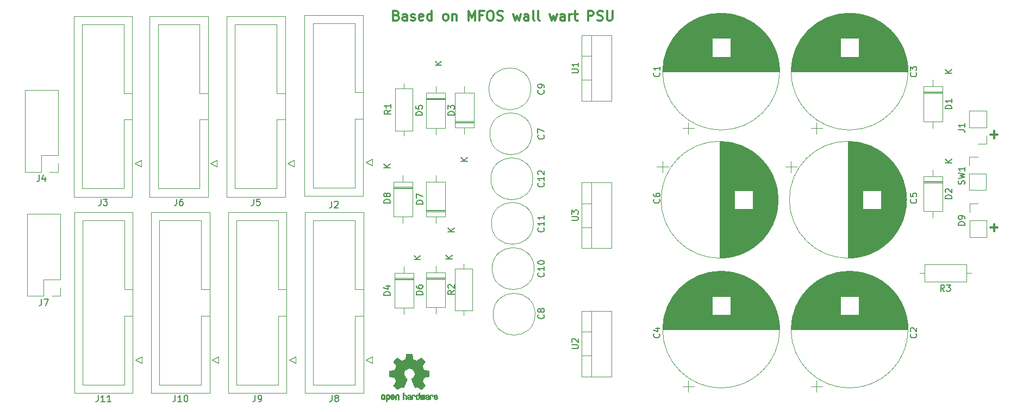
<source format=gbr>
G04 #@! TF.GenerationSoftware,KiCad,Pcbnew,5.1.5+dfsg1-2build2*
G04 #@! TF.CreationDate,2021-03-07T22:41:56+13:00*
G04 #@! TF.ProjectId,MFOS-wallwart,4d464f53-2d77-4616-9c6c-776172742e6b,rev?*
G04 #@! TF.SameCoordinates,Original*
G04 #@! TF.FileFunction,Legend,Top*
G04 #@! TF.FilePolarity,Positive*
%FSLAX46Y46*%
G04 Gerber Fmt 4.6, Leading zero omitted, Abs format (unit mm)*
G04 Created by KiCad (PCBNEW 5.1.5+dfsg1-2build2) date 2021-03-07 22:41:56*
%MOMM*%
%LPD*%
G04 APERTURE LIST*
%ADD10C,0.300000*%
%ADD11C,0.120000*%
%ADD12C,0.010000*%
%ADD13C,0.150000*%
G04 APERTURE END LIST*
D10*
X113428571Y-58492857D02*
X113642857Y-58564285D01*
X113714285Y-58635714D01*
X113785714Y-58778571D01*
X113785714Y-58992857D01*
X113714285Y-59135714D01*
X113642857Y-59207142D01*
X113500000Y-59278571D01*
X112928571Y-59278571D01*
X112928571Y-57778571D01*
X113428571Y-57778571D01*
X113571428Y-57850000D01*
X113642857Y-57921428D01*
X113714285Y-58064285D01*
X113714285Y-58207142D01*
X113642857Y-58350000D01*
X113571428Y-58421428D01*
X113428571Y-58492857D01*
X112928571Y-58492857D01*
X115071428Y-59278571D02*
X115071428Y-58492857D01*
X115000000Y-58350000D01*
X114857142Y-58278571D01*
X114571428Y-58278571D01*
X114428571Y-58350000D01*
X115071428Y-59207142D02*
X114928571Y-59278571D01*
X114571428Y-59278571D01*
X114428571Y-59207142D01*
X114357142Y-59064285D01*
X114357142Y-58921428D01*
X114428571Y-58778571D01*
X114571428Y-58707142D01*
X114928571Y-58707142D01*
X115071428Y-58635714D01*
X115714285Y-59207142D02*
X115857142Y-59278571D01*
X116142857Y-59278571D01*
X116285714Y-59207142D01*
X116357142Y-59064285D01*
X116357142Y-58992857D01*
X116285714Y-58850000D01*
X116142857Y-58778571D01*
X115928571Y-58778571D01*
X115785714Y-58707142D01*
X115714285Y-58564285D01*
X115714285Y-58492857D01*
X115785714Y-58350000D01*
X115928571Y-58278571D01*
X116142857Y-58278571D01*
X116285714Y-58350000D01*
X117571428Y-59207142D02*
X117428571Y-59278571D01*
X117142857Y-59278571D01*
X117000000Y-59207142D01*
X116928571Y-59064285D01*
X116928571Y-58492857D01*
X117000000Y-58350000D01*
X117142857Y-58278571D01*
X117428571Y-58278571D01*
X117571428Y-58350000D01*
X117642857Y-58492857D01*
X117642857Y-58635714D01*
X116928571Y-58778571D01*
X118928571Y-59278571D02*
X118928571Y-57778571D01*
X118928571Y-59207142D02*
X118785714Y-59278571D01*
X118500000Y-59278571D01*
X118357142Y-59207142D01*
X118285714Y-59135714D01*
X118214285Y-58992857D01*
X118214285Y-58564285D01*
X118285714Y-58421428D01*
X118357142Y-58350000D01*
X118500000Y-58278571D01*
X118785714Y-58278571D01*
X118928571Y-58350000D01*
X121000000Y-59278571D02*
X120857142Y-59207142D01*
X120785714Y-59135714D01*
X120714285Y-58992857D01*
X120714285Y-58564285D01*
X120785714Y-58421428D01*
X120857142Y-58350000D01*
X121000000Y-58278571D01*
X121214285Y-58278571D01*
X121357142Y-58350000D01*
X121428571Y-58421428D01*
X121500000Y-58564285D01*
X121500000Y-58992857D01*
X121428571Y-59135714D01*
X121357142Y-59207142D01*
X121214285Y-59278571D01*
X121000000Y-59278571D01*
X122142857Y-58278571D02*
X122142857Y-59278571D01*
X122142857Y-58421428D02*
X122214285Y-58350000D01*
X122357142Y-58278571D01*
X122571428Y-58278571D01*
X122714285Y-58350000D01*
X122785714Y-58492857D01*
X122785714Y-59278571D01*
X124642857Y-59278571D02*
X124642857Y-57778571D01*
X125142857Y-58850000D01*
X125642857Y-57778571D01*
X125642857Y-59278571D01*
X126857142Y-58492857D02*
X126357142Y-58492857D01*
X126357142Y-59278571D02*
X126357142Y-57778571D01*
X127071428Y-57778571D01*
X127928571Y-57778571D02*
X128214285Y-57778571D01*
X128357142Y-57850000D01*
X128500000Y-57992857D01*
X128571428Y-58278571D01*
X128571428Y-58778571D01*
X128500000Y-59064285D01*
X128357142Y-59207142D01*
X128214285Y-59278571D01*
X127928571Y-59278571D01*
X127785714Y-59207142D01*
X127642857Y-59064285D01*
X127571428Y-58778571D01*
X127571428Y-58278571D01*
X127642857Y-57992857D01*
X127785714Y-57850000D01*
X127928571Y-57778571D01*
X129142857Y-59207142D02*
X129357142Y-59278571D01*
X129714285Y-59278571D01*
X129857142Y-59207142D01*
X129928571Y-59135714D01*
X130000000Y-58992857D01*
X130000000Y-58850000D01*
X129928571Y-58707142D01*
X129857142Y-58635714D01*
X129714285Y-58564285D01*
X129428571Y-58492857D01*
X129285714Y-58421428D01*
X129214285Y-58350000D01*
X129142857Y-58207142D01*
X129142857Y-58064285D01*
X129214285Y-57921428D01*
X129285714Y-57850000D01*
X129428571Y-57778571D01*
X129785714Y-57778571D01*
X130000000Y-57850000D01*
X131642857Y-58278571D02*
X131928571Y-59278571D01*
X132214285Y-58564285D01*
X132500000Y-59278571D01*
X132785714Y-58278571D01*
X134000000Y-59278571D02*
X134000000Y-58492857D01*
X133928571Y-58350000D01*
X133785714Y-58278571D01*
X133500000Y-58278571D01*
X133357142Y-58350000D01*
X134000000Y-59207142D02*
X133857142Y-59278571D01*
X133500000Y-59278571D01*
X133357142Y-59207142D01*
X133285714Y-59064285D01*
X133285714Y-58921428D01*
X133357142Y-58778571D01*
X133500000Y-58707142D01*
X133857142Y-58707142D01*
X134000000Y-58635714D01*
X134928571Y-59278571D02*
X134785714Y-59207142D01*
X134714285Y-59064285D01*
X134714285Y-57778571D01*
X135714285Y-59278571D02*
X135571428Y-59207142D01*
X135500000Y-59064285D01*
X135500000Y-57778571D01*
X137285714Y-58278571D02*
X137571428Y-59278571D01*
X137857142Y-58564285D01*
X138142857Y-59278571D01*
X138428571Y-58278571D01*
X139642857Y-59278571D02*
X139642857Y-58492857D01*
X139571428Y-58350000D01*
X139428571Y-58278571D01*
X139142857Y-58278571D01*
X139000000Y-58350000D01*
X139642857Y-59207142D02*
X139500000Y-59278571D01*
X139142857Y-59278571D01*
X139000000Y-59207142D01*
X138928571Y-59064285D01*
X138928571Y-58921428D01*
X139000000Y-58778571D01*
X139142857Y-58707142D01*
X139500000Y-58707142D01*
X139642857Y-58635714D01*
X140357142Y-59278571D02*
X140357142Y-58278571D01*
X140357142Y-58564285D02*
X140428571Y-58421428D01*
X140500000Y-58350000D01*
X140642857Y-58278571D01*
X140785714Y-58278571D01*
X141071428Y-58278571D02*
X141642857Y-58278571D01*
X141285714Y-57778571D02*
X141285714Y-59064285D01*
X141357142Y-59207142D01*
X141500000Y-59278571D01*
X141642857Y-59278571D01*
X143285714Y-59278571D02*
X143285714Y-57778571D01*
X143857142Y-57778571D01*
X144000000Y-57850000D01*
X144071428Y-57921428D01*
X144142857Y-58064285D01*
X144142857Y-58278571D01*
X144071428Y-58421428D01*
X144000000Y-58492857D01*
X143857142Y-58564285D01*
X143285714Y-58564285D01*
X144714285Y-59207142D02*
X144928571Y-59278571D01*
X145285714Y-59278571D01*
X145428571Y-59207142D01*
X145500000Y-59135714D01*
X145571428Y-58992857D01*
X145571428Y-58850000D01*
X145500000Y-58707142D01*
X145428571Y-58635714D01*
X145285714Y-58564285D01*
X145000000Y-58492857D01*
X144857142Y-58421428D01*
X144785714Y-58350000D01*
X144714285Y-58207142D01*
X144714285Y-58064285D01*
X144785714Y-57921428D01*
X144857142Y-57850000D01*
X145000000Y-57778571D01*
X145357142Y-57778571D01*
X145571428Y-57850000D01*
X146214285Y-57778571D02*
X146214285Y-58992857D01*
X146285714Y-59135714D01*
X146357142Y-59207142D01*
X146500000Y-59278571D01*
X146785714Y-59278571D01*
X146928571Y-59207142D01*
X147000000Y-59135714D01*
X147071428Y-58992857D01*
X147071428Y-57778571D01*
X207071428Y-77107142D02*
X205928571Y-77107142D01*
X206500000Y-77678571D02*
X206500000Y-76535714D01*
X207071428Y-91607142D02*
X205928571Y-91607142D01*
X206500000Y-92178571D02*
X206500000Y-91035714D01*
D11*
X73745000Y-111700000D02*
X72745000Y-112200000D01*
X73745000Y-112700000D02*
X73745000Y-111700000D01*
X72745000Y-112200000D02*
X73745000Y-112700000D01*
X71045000Y-101260000D02*
X72355000Y-101260000D01*
X71045000Y-101260000D02*
X71045000Y-101260000D01*
X71045000Y-90510000D02*
X71045000Y-101260000D01*
X64545000Y-90510000D02*
X71045000Y-90510000D01*
X64545000Y-116110000D02*
X64545000Y-90510000D01*
X71045000Y-116110000D02*
X64545000Y-116110000D01*
X71045000Y-105360000D02*
X71045000Y-116110000D01*
X72355000Y-105360000D02*
X71045000Y-105360000D01*
X72355000Y-89210000D02*
X72355000Y-117410000D01*
X63235000Y-89210000D02*
X72355000Y-89210000D01*
X63235000Y-117410000D02*
X63235000Y-89210000D01*
X72355000Y-117410000D02*
X63235000Y-117410000D01*
X85725000Y-111700000D02*
X84725000Y-112200000D01*
X85725000Y-112700000D02*
X85725000Y-111700000D01*
X84725000Y-112200000D02*
X85725000Y-112700000D01*
X83025000Y-101260000D02*
X84335000Y-101260000D01*
X83025000Y-101260000D02*
X83025000Y-101260000D01*
X83025000Y-90510000D02*
X83025000Y-101260000D01*
X76525000Y-90510000D02*
X83025000Y-90510000D01*
X76525000Y-116110000D02*
X76525000Y-90510000D01*
X83025000Y-116110000D02*
X76525000Y-116110000D01*
X83025000Y-105360000D02*
X83025000Y-116110000D01*
X84335000Y-105360000D02*
X83025000Y-105360000D01*
X84335000Y-89210000D02*
X84335000Y-117410000D01*
X75215000Y-89210000D02*
X84335000Y-89210000D01*
X75215000Y-117410000D02*
X75215000Y-89210000D01*
X84335000Y-117410000D02*
X75215000Y-117410000D01*
X97705000Y-111700000D02*
X96705000Y-112200000D01*
X97705000Y-112700000D02*
X97705000Y-111700000D01*
X96705000Y-112200000D02*
X97705000Y-112700000D01*
X95005000Y-101260000D02*
X96315000Y-101260000D01*
X95005000Y-101260000D02*
X95005000Y-101260000D01*
X95005000Y-90510000D02*
X95005000Y-101260000D01*
X88505000Y-90510000D02*
X95005000Y-90510000D01*
X88505000Y-116110000D02*
X88505000Y-90510000D01*
X95005000Y-116110000D02*
X88505000Y-116110000D01*
X95005000Y-105360000D02*
X95005000Y-116110000D01*
X96315000Y-105360000D02*
X95005000Y-105360000D01*
X96315000Y-89210000D02*
X96315000Y-117410000D01*
X87195000Y-89210000D02*
X96315000Y-89210000D01*
X87195000Y-117410000D02*
X87195000Y-89210000D01*
X96315000Y-117410000D02*
X87195000Y-117410000D01*
X109685000Y-111700000D02*
X108685000Y-112200000D01*
X109685000Y-112700000D02*
X109685000Y-111700000D01*
X108685000Y-112200000D02*
X109685000Y-112700000D01*
X106985000Y-101260000D02*
X108295000Y-101260000D01*
X106985000Y-101260000D02*
X106985000Y-101260000D01*
X106985000Y-90510000D02*
X106985000Y-101260000D01*
X100485000Y-90510000D02*
X106985000Y-90510000D01*
X100485000Y-116110000D02*
X100485000Y-90510000D01*
X106985000Y-116110000D02*
X100485000Y-116110000D01*
X106985000Y-105360000D02*
X106985000Y-116110000D01*
X108295000Y-105360000D02*
X106985000Y-105360000D01*
X108295000Y-89210000D02*
X108295000Y-117410000D01*
X99175000Y-89210000D02*
X108295000Y-89210000D01*
X99175000Y-117410000D02*
X99175000Y-89210000D01*
X108295000Y-117410000D02*
X99175000Y-117410000D01*
X61070000Y-102270000D02*
X59740000Y-102270000D01*
X61070000Y-100940000D02*
X61070000Y-102270000D01*
X58470000Y-102270000D02*
X55870000Y-102270000D01*
X58470000Y-99670000D02*
X58470000Y-102270000D01*
X61070000Y-99670000D02*
X58470000Y-99670000D01*
X55870000Y-102270000D02*
X55870000Y-89450000D01*
X61070000Y-99670000D02*
X61070000Y-89450000D01*
X61070000Y-89450000D02*
X55870000Y-89450000D01*
X60730000Y-82930000D02*
X59400000Y-82930000D01*
X60730000Y-81600000D02*
X60730000Y-82930000D01*
X58130000Y-82930000D02*
X55530000Y-82930000D01*
X58130000Y-80330000D02*
X58130000Y-82930000D01*
X60730000Y-80330000D02*
X58130000Y-80330000D01*
X55530000Y-82930000D02*
X55530000Y-70110000D01*
X60730000Y-80330000D02*
X60730000Y-70110000D01*
X60730000Y-70110000D02*
X55530000Y-70110000D01*
X73680000Y-81100000D02*
X72680000Y-81600000D01*
X73680000Y-82100000D02*
X73680000Y-81100000D01*
X72680000Y-81600000D02*
X73680000Y-82100000D01*
X70980000Y-70660000D02*
X72290000Y-70660000D01*
X70980000Y-70660000D02*
X70980000Y-70660000D01*
X70980000Y-59910000D02*
X70980000Y-70660000D01*
X64480000Y-59910000D02*
X70980000Y-59910000D01*
X64480000Y-85510000D02*
X64480000Y-59910000D01*
X70980000Y-85510000D02*
X64480000Y-85510000D01*
X70980000Y-74760000D02*
X70980000Y-85510000D01*
X72290000Y-74760000D02*
X70980000Y-74760000D01*
X72290000Y-58610000D02*
X72290000Y-86810000D01*
X63170000Y-58610000D02*
X72290000Y-58610000D01*
X63170000Y-86810000D02*
X63170000Y-58610000D01*
X72290000Y-86810000D02*
X63170000Y-86810000D01*
X85480000Y-81100000D02*
X84480000Y-81600000D01*
X85480000Y-82100000D02*
X85480000Y-81100000D01*
X84480000Y-81600000D02*
X85480000Y-82100000D01*
X82780000Y-70660000D02*
X84090000Y-70660000D01*
X82780000Y-70660000D02*
X82780000Y-70660000D01*
X82780000Y-59910000D02*
X82780000Y-70660000D01*
X76280000Y-59910000D02*
X82780000Y-59910000D01*
X76280000Y-85510000D02*
X76280000Y-59910000D01*
X82780000Y-85510000D02*
X76280000Y-85510000D01*
X82780000Y-74760000D02*
X82780000Y-85510000D01*
X84090000Y-74760000D02*
X82780000Y-74760000D01*
X84090000Y-58610000D02*
X84090000Y-86810000D01*
X74970000Y-58610000D02*
X84090000Y-58610000D01*
X74970000Y-86810000D02*
X74970000Y-58610000D01*
X84090000Y-86810000D02*
X74970000Y-86810000D01*
X97480000Y-81100000D02*
X96480000Y-81600000D01*
X97480000Y-82100000D02*
X97480000Y-81100000D01*
X96480000Y-81600000D02*
X97480000Y-82100000D01*
X94780000Y-70660000D02*
X96090000Y-70660000D01*
X94780000Y-70660000D02*
X94780000Y-70660000D01*
X94780000Y-59910000D02*
X94780000Y-70660000D01*
X88280000Y-59910000D02*
X94780000Y-59910000D01*
X88280000Y-85510000D02*
X88280000Y-59910000D01*
X94780000Y-85510000D02*
X88280000Y-85510000D01*
X94780000Y-74760000D02*
X94780000Y-85510000D01*
X96090000Y-74760000D02*
X94780000Y-74760000D01*
X96090000Y-58610000D02*
X96090000Y-86810000D01*
X86970000Y-58610000D02*
X96090000Y-58610000D01*
X86970000Y-86810000D02*
X86970000Y-58610000D01*
X96090000Y-86810000D02*
X86970000Y-86810000D01*
X109631600Y-80939600D02*
X108631600Y-81439600D01*
X109631600Y-81939600D02*
X109631600Y-80939600D01*
X108631600Y-81439600D02*
X109631600Y-81939600D01*
X106931600Y-70499600D02*
X108241600Y-70499600D01*
X106931600Y-70499600D02*
X106931600Y-70499600D01*
X106931600Y-59749600D02*
X106931600Y-70499600D01*
X100431600Y-59749600D02*
X106931600Y-59749600D01*
X100431600Y-85349600D02*
X100431600Y-59749600D01*
X106931600Y-85349600D02*
X100431600Y-85349600D01*
X106931600Y-74599600D02*
X106931600Y-85349600D01*
X108241600Y-74599600D02*
X106931600Y-74599600D01*
X108241600Y-58449600D02*
X108241600Y-86649600D01*
X99121600Y-58449600D02*
X108241600Y-58449600D01*
X99121600Y-86649600D02*
X99121600Y-58449600D01*
X108241600Y-86649600D02*
X99121600Y-86649600D01*
D12*
G36*
X115539878Y-111287776D02*
G01*
X115645612Y-111288355D01*
X115722132Y-111289922D01*
X115774372Y-111292972D01*
X115807263Y-111297996D01*
X115825737Y-111305489D01*
X115834727Y-111315944D01*
X115839163Y-111329853D01*
X115839594Y-111331654D01*
X115846333Y-111364145D01*
X115858808Y-111428252D01*
X115875719Y-111517151D01*
X115895771Y-111624019D01*
X115917664Y-111742033D01*
X115918429Y-111746178D01*
X115940359Y-111861831D01*
X115960877Y-111964014D01*
X115978659Y-112046598D01*
X115992381Y-112103456D01*
X116000718Y-112128458D01*
X116001116Y-112128901D01*
X116025677Y-112141110D01*
X116076315Y-112161456D01*
X116142095Y-112185545D01*
X116142461Y-112185674D01*
X116225317Y-112216818D01*
X116323000Y-112256491D01*
X116415077Y-112296381D01*
X116419434Y-112298353D01*
X116569407Y-112366420D01*
X116901498Y-112139639D01*
X117003374Y-112070504D01*
X117095657Y-112008697D01*
X117173003Y-111957733D01*
X117230064Y-111921127D01*
X117261495Y-111902394D01*
X117264479Y-111901004D01*
X117287321Y-111907190D01*
X117329982Y-111937035D01*
X117394128Y-111991947D01*
X117481421Y-112073334D01*
X117570535Y-112159922D01*
X117656441Y-112245247D01*
X117733327Y-112323108D01*
X117796564Y-112388697D01*
X117841523Y-112437205D01*
X117863576Y-112463825D01*
X117864396Y-112465195D01*
X117866834Y-112483463D01*
X117857650Y-112513295D01*
X117834574Y-112558721D01*
X117795337Y-112623770D01*
X117737670Y-112712470D01*
X117660795Y-112826657D01*
X117592570Y-112927162D01*
X117531582Y-113017303D01*
X117481356Y-113091849D01*
X117445416Y-113145565D01*
X117427287Y-113173218D01*
X117426146Y-113175095D01*
X117428359Y-113201590D01*
X117445138Y-113253086D01*
X117473142Y-113319851D01*
X117483122Y-113341172D01*
X117526672Y-113436159D01*
X117573134Y-113543937D01*
X117610877Y-113637192D01*
X117638073Y-113706406D01*
X117659675Y-113759006D01*
X117672158Y-113786497D01*
X117673709Y-113788616D01*
X117696668Y-113792124D01*
X117750786Y-113801738D01*
X117828868Y-113816089D01*
X117923719Y-113833807D01*
X118028143Y-113853525D01*
X118134944Y-113873874D01*
X118236926Y-113893486D01*
X118326894Y-113910991D01*
X118397653Y-113925022D01*
X118442006Y-113934209D01*
X118452885Y-113936807D01*
X118464122Y-113943218D01*
X118472605Y-113957697D01*
X118478714Y-113985133D01*
X118482832Y-114030411D01*
X118485341Y-114098420D01*
X118486621Y-114194047D01*
X118487054Y-114322180D01*
X118487077Y-114374701D01*
X118487077Y-114801845D01*
X118384500Y-114822091D01*
X118327431Y-114833070D01*
X118242269Y-114849095D01*
X118139372Y-114868233D01*
X118029096Y-114888551D01*
X117998615Y-114894132D01*
X117896855Y-114913917D01*
X117808205Y-114933373D01*
X117740108Y-114950697D01*
X117700004Y-114964088D01*
X117693323Y-114968079D01*
X117676919Y-114996342D01*
X117653399Y-115051109D01*
X117627316Y-115121588D01*
X117622142Y-115136769D01*
X117587956Y-115230896D01*
X117545523Y-115337101D01*
X117503997Y-115432473D01*
X117503792Y-115432916D01*
X117434640Y-115582525D01*
X117889512Y-116251617D01*
X117597500Y-116544116D01*
X117509180Y-116631170D01*
X117428625Y-116707909D01*
X117360360Y-116770237D01*
X117308908Y-116814056D01*
X117278794Y-116835270D01*
X117274474Y-116836616D01*
X117249111Y-116826016D01*
X117197358Y-116796547D01*
X117124868Y-116751705D01*
X117037294Y-116694984D01*
X116942612Y-116631462D01*
X116846516Y-116566668D01*
X116760837Y-116510287D01*
X116691016Y-116465788D01*
X116642494Y-116436639D01*
X116620782Y-116426308D01*
X116594293Y-116435050D01*
X116544062Y-116458087D01*
X116480451Y-116490631D01*
X116473708Y-116494249D01*
X116388046Y-116537210D01*
X116329306Y-116558279D01*
X116292772Y-116558503D01*
X116273731Y-116538928D01*
X116273620Y-116538654D01*
X116264102Y-116515472D01*
X116241403Y-116460441D01*
X116207282Y-116377822D01*
X116163500Y-116271872D01*
X116111816Y-116146852D01*
X116053992Y-116007020D01*
X115997991Y-115871637D01*
X115936447Y-115722234D01*
X115879939Y-115583832D01*
X115830161Y-115460673D01*
X115788806Y-115357002D01*
X115757568Y-115277059D01*
X115738141Y-115225088D01*
X115732154Y-115205692D01*
X115747168Y-115183443D01*
X115786439Y-115147982D01*
X115838807Y-115108887D01*
X115987941Y-114985245D01*
X116104511Y-114843522D01*
X116187118Y-114686704D01*
X116234366Y-114517775D01*
X116244857Y-114339722D01*
X116237231Y-114257539D01*
X116195682Y-114087031D01*
X116124123Y-113936459D01*
X116026995Y-113807309D01*
X115908734Y-113701064D01*
X115773780Y-113619210D01*
X115626571Y-113563232D01*
X115471544Y-113534615D01*
X115313139Y-113534844D01*
X115155794Y-113565405D01*
X115003946Y-113627782D01*
X114862035Y-113723460D01*
X114802803Y-113777572D01*
X114689203Y-113916520D01*
X114610106Y-114068361D01*
X114564986Y-114228667D01*
X114553316Y-114393012D01*
X114574569Y-114556971D01*
X114628220Y-114716118D01*
X114713740Y-114866025D01*
X114830605Y-115002267D01*
X114961193Y-115108887D01*
X115015588Y-115149642D01*
X115054014Y-115184718D01*
X115067846Y-115205726D01*
X115060603Y-115228635D01*
X115040005Y-115283365D01*
X115007746Y-115365672D01*
X114965521Y-115471315D01*
X114915023Y-115596050D01*
X114857948Y-115735636D01*
X114801854Y-115871670D01*
X114739967Y-116021201D01*
X114682644Y-116159767D01*
X114631644Y-116283107D01*
X114588727Y-116386964D01*
X114555653Y-116467080D01*
X114534181Y-116519195D01*
X114526225Y-116538654D01*
X114507429Y-116558423D01*
X114471074Y-116558365D01*
X114412479Y-116537441D01*
X114326968Y-116494613D01*
X114326292Y-116494249D01*
X114261907Y-116461012D01*
X114209861Y-116436802D01*
X114180512Y-116426404D01*
X114179217Y-116426308D01*
X114157124Y-116436855D01*
X114108348Y-116466184D01*
X114038331Y-116510827D01*
X113952514Y-116567314D01*
X113857388Y-116631462D01*
X113760540Y-116696411D01*
X113673253Y-116752896D01*
X113601181Y-116797421D01*
X113549977Y-116826490D01*
X113525526Y-116836616D01*
X113503010Y-116823307D01*
X113457742Y-116786112D01*
X113394244Y-116729128D01*
X113317039Y-116656449D01*
X113230651Y-116572171D01*
X113202399Y-116544016D01*
X112910287Y-116251416D01*
X113132631Y-115925104D01*
X113200202Y-115824897D01*
X113259507Y-115734963D01*
X113307217Y-115660510D01*
X113340007Y-115606751D01*
X113354548Y-115578894D01*
X113354974Y-115576912D01*
X113347308Y-115550655D01*
X113326689Y-115497837D01*
X113296685Y-115427310D01*
X113275625Y-115380093D01*
X113236248Y-115289694D01*
X113199165Y-115198366D01*
X113170415Y-115121200D01*
X113162605Y-115097692D01*
X113140417Y-115034916D01*
X113118727Y-114986411D01*
X113106813Y-114968079D01*
X113080523Y-114956859D01*
X113023142Y-114940954D01*
X112942118Y-114922167D01*
X112844895Y-114902299D01*
X112801385Y-114894132D01*
X112690896Y-114873829D01*
X112584916Y-114854170D01*
X112493801Y-114837088D01*
X112427908Y-114824518D01*
X112415500Y-114822091D01*
X112312923Y-114801845D01*
X112312923Y-114374701D01*
X112313153Y-114234246D01*
X112314099Y-114127979D01*
X112316141Y-114051013D01*
X112319662Y-113998460D01*
X112325043Y-113965433D01*
X112332666Y-113947045D01*
X112342912Y-113938408D01*
X112347115Y-113936807D01*
X112372470Y-113931127D01*
X112428484Y-113919795D01*
X112507964Y-113904179D01*
X112603712Y-113885647D01*
X112708533Y-113865569D01*
X112815232Y-113845312D01*
X112916613Y-113826246D01*
X113005479Y-113809739D01*
X113074637Y-113797159D01*
X113116889Y-113789875D01*
X113126290Y-113788616D01*
X113134807Y-113771763D01*
X113153660Y-113726870D01*
X113179324Y-113662430D01*
X113189123Y-113637192D01*
X113228648Y-113539686D01*
X113275192Y-113431959D01*
X113316877Y-113341172D01*
X113347550Y-113271753D01*
X113367956Y-113214710D01*
X113374768Y-113179777D01*
X113373682Y-113175095D01*
X113359285Y-113152991D01*
X113326412Y-113103831D01*
X113278590Y-113032848D01*
X113219348Y-112945278D01*
X113152215Y-112846357D01*
X113138941Y-112826830D01*
X113061046Y-112711140D01*
X113003787Y-112623044D01*
X112964881Y-112558486D01*
X112942044Y-112513411D01*
X112932994Y-112483763D01*
X112935448Y-112465485D01*
X112935511Y-112465369D01*
X112954827Y-112441361D01*
X112997551Y-112394947D01*
X113059051Y-112330937D01*
X113134698Y-112254145D01*
X113219861Y-112169382D01*
X113229465Y-112159922D01*
X113336790Y-112055989D01*
X113419615Y-111979675D01*
X113479605Y-111929571D01*
X113518423Y-111904270D01*
X113535520Y-111901004D01*
X113560473Y-111915250D01*
X113612255Y-111948156D01*
X113685520Y-111996208D01*
X113774920Y-112055890D01*
X113875111Y-112123688D01*
X113898501Y-112139639D01*
X114230593Y-112366420D01*
X114380565Y-112298353D01*
X114471770Y-112258685D01*
X114569669Y-112218791D01*
X114653831Y-112186983D01*
X114657538Y-112185674D01*
X114723369Y-112161576D01*
X114774116Y-112141200D01*
X114798842Y-112128936D01*
X114798884Y-112128901D01*
X114806729Y-112106734D01*
X114820066Y-112052217D01*
X114837570Y-111971480D01*
X114857917Y-111870650D01*
X114879782Y-111755856D01*
X114881571Y-111746178D01*
X114903504Y-111627904D01*
X114923640Y-111520542D01*
X114940680Y-111430917D01*
X114953328Y-111365851D01*
X114960284Y-111332168D01*
X114960406Y-111331654D01*
X114964639Y-111317325D01*
X114972871Y-111306507D01*
X114990033Y-111298706D01*
X115021058Y-111293429D01*
X115070878Y-111290182D01*
X115144424Y-111288472D01*
X115246629Y-111287807D01*
X115382425Y-111287693D01*
X115400000Y-111287692D01*
X115539878Y-111287776D01*
G37*
X115539878Y-111287776D02*
X115645612Y-111288355D01*
X115722132Y-111289922D01*
X115774372Y-111292972D01*
X115807263Y-111297996D01*
X115825737Y-111305489D01*
X115834727Y-111315944D01*
X115839163Y-111329853D01*
X115839594Y-111331654D01*
X115846333Y-111364145D01*
X115858808Y-111428252D01*
X115875719Y-111517151D01*
X115895771Y-111624019D01*
X115917664Y-111742033D01*
X115918429Y-111746178D01*
X115940359Y-111861831D01*
X115960877Y-111964014D01*
X115978659Y-112046598D01*
X115992381Y-112103456D01*
X116000718Y-112128458D01*
X116001116Y-112128901D01*
X116025677Y-112141110D01*
X116076315Y-112161456D01*
X116142095Y-112185545D01*
X116142461Y-112185674D01*
X116225317Y-112216818D01*
X116323000Y-112256491D01*
X116415077Y-112296381D01*
X116419434Y-112298353D01*
X116569407Y-112366420D01*
X116901498Y-112139639D01*
X117003374Y-112070504D01*
X117095657Y-112008697D01*
X117173003Y-111957733D01*
X117230064Y-111921127D01*
X117261495Y-111902394D01*
X117264479Y-111901004D01*
X117287321Y-111907190D01*
X117329982Y-111937035D01*
X117394128Y-111991947D01*
X117481421Y-112073334D01*
X117570535Y-112159922D01*
X117656441Y-112245247D01*
X117733327Y-112323108D01*
X117796564Y-112388697D01*
X117841523Y-112437205D01*
X117863576Y-112463825D01*
X117864396Y-112465195D01*
X117866834Y-112483463D01*
X117857650Y-112513295D01*
X117834574Y-112558721D01*
X117795337Y-112623770D01*
X117737670Y-112712470D01*
X117660795Y-112826657D01*
X117592570Y-112927162D01*
X117531582Y-113017303D01*
X117481356Y-113091849D01*
X117445416Y-113145565D01*
X117427287Y-113173218D01*
X117426146Y-113175095D01*
X117428359Y-113201590D01*
X117445138Y-113253086D01*
X117473142Y-113319851D01*
X117483122Y-113341172D01*
X117526672Y-113436159D01*
X117573134Y-113543937D01*
X117610877Y-113637192D01*
X117638073Y-113706406D01*
X117659675Y-113759006D01*
X117672158Y-113786497D01*
X117673709Y-113788616D01*
X117696668Y-113792124D01*
X117750786Y-113801738D01*
X117828868Y-113816089D01*
X117923719Y-113833807D01*
X118028143Y-113853525D01*
X118134944Y-113873874D01*
X118236926Y-113893486D01*
X118326894Y-113910991D01*
X118397653Y-113925022D01*
X118442006Y-113934209D01*
X118452885Y-113936807D01*
X118464122Y-113943218D01*
X118472605Y-113957697D01*
X118478714Y-113985133D01*
X118482832Y-114030411D01*
X118485341Y-114098420D01*
X118486621Y-114194047D01*
X118487054Y-114322180D01*
X118487077Y-114374701D01*
X118487077Y-114801845D01*
X118384500Y-114822091D01*
X118327431Y-114833070D01*
X118242269Y-114849095D01*
X118139372Y-114868233D01*
X118029096Y-114888551D01*
X117998615Y-114894132D01*
X117896855Y-114913917D01*
X117808205Y-114933373D01*
X117740108Y-114950697D01*
X117700004Y-114964088D01*
X117693323Y-114968079D01*
X117676919Y-114996342D01*
X117653399Y-115051109D01*
X117627316Y-115121588D01*
X117622142Y-115136769D01*
X117587956Y-115230896D01*
X117545523Y-115337101D01*
X117503997Y-115432473D01*
X117503792Y-115432916D01*
X117434640Y-115582525D01*
X117889512Y-116251617D01*
X117597500Y-116544116D01*
X117509180Y-116631170D01*
X117428625Y-116707909D01*
X117360360Y-116770237D01*
X117308908Y-116814056D01*
X117278794Y-116835270D01*
X117274474Y-116836616D01*
X117249111Y-116826016D01*
X117197358Y-116796547D01*
X117124868Y-116751705D01*
X117037294Y-116694984D01*
X116942612Y-116631462D01*
X116846516Y-116566668D01*
X116760837Y-116510287D01*
X116691016Y-116465788D01*
X116642494Y-116436639D01*
X116620782Y-116426308D01*
X116594293Y-116435050D01*
X116544062Y-116458087D01*
X116480451Y-116490631D01*
X116473708Y-116494249D01*
X116388046Y-116537210D01*
X116329306Y-116558279D01*
X116292772Y-116558503D01*
X116273731Y-116538928D01*
X116273620Y-116538654D01*
X116264102Y-116515472D01*
X116241403Y-116460441D01*
X116207282Y-116377822D01*
X116163500Y-116271872D01*
X116111816Y-116146852D01*
X116053992Y-116007020D01*
X115997991Y-115871637D01*
X115936447Y-115722234D01*
X115879939Y-115583832D01*
X115830161Y-115460673D01*
X115788806Y-115357002D01*
X115757568Y-115277059D01*
X115738141Y-115225088D01*
X115732154Y-115205692D01*
X115747168Y-115183443D01*
X115786439Y-115147982D01*
X115838807Y-115108887D01*
X115987941Y-114985245D01*
X116104511Y-114843522D01*
X116187118Y-114686704D01*
X116234366Y-114517775D01*
X116244857Y-114339722D01*
X116237231Y-114257539D01*
X116195682Y-114087031D01*
X116124123Y-113936459D01*
X116026995Y-113807309D01*
X115908734Y-113701064D01*
X115773780Y-113619210D01*
X115626571Y-113563232D01*
X115471544Y-113534615D01*
X115313139Y-113534844D01*
X115155794Y-113565405D01*
X115003946Y-113627782D01*
X114862035Y-113723460D01*
X114802803Y-113777572D01*
X114689203Y-113916520D01*
X114610106Y-114068361D01*
X114564986Y-114228667D01*
X114553316Y-114393012D01*
X114574569Y-114556971D01*
X114628220Y-114716118D01*
X114713740Y-114866025D01*
X114830605Y-115002267D01*
X114961193Y-115108887D01*
X115015588Y-115149642D01*
X115054014Y-115184718D01*
X115067846Y-115205726D01*
X115060603Y-115228635D01*
X115040005Y-115283365D01*
X115007746Y-115365672D01*
X114965521Y-115471315D01*
X114915023Y-115596050D01*
X114857948Y-115735636D01*
X114801854Y-115871670D01*
X114739967Y-116021201D01*
X114682644Y-116159767D01*
X114631644Y-116283107D01*
X114588727Y-116386964D01*
X114555653Y-116467080D01*
X114534181Y-116519195D01*
X114526225Y-116538654D01*
X114507429Y-116558423D01*
X114471074Y-116558365D01*
X114412479Y-116537441D01*
X114326968Y-116494613D01*
X114326292Y-116494249D01*
X114261907Y-116461012D01*
X114209861Y-116436802D01*
X114180512Y-116426404D01*
X114179217Y-116426308D01*
X114157124Y-116436855D01*
X114108348Y-116466184D01*
X114038331Y-116510827D01*
X113952514Y-116567314D01*
X113857388Y-116631462D01*
X113760540Y-116696411D01*
X113673253Y-116752896D01*
X113601181Y-116797421D01*
X113549977Y-116826490D01*
X113525526Y-116836616D01*
X113503010Y-116823307D01*
X113457742Y-116786112D01*
X113394244Y-116729128D01*
X113317039Y-116656449D01*
X113230651Y-116572171D01*
X113202399Y-116544016D01*
X112910287Y-116251416D01*
X113132631Y-115925104D01*
X113200202Y-115824897D01*
X113259507Y-115734963D01*
X113307217Y-115660510D01*
X113340007Y-115606751D01*
X113354548Y-115578894D01*
X113354974Y-115576912D01*
X113347308Y-115550655D01*
X113326689Y-115497837D01*
X113296685Y-115427310D01*
X113275625Y-115380093D01*
X113236248Y-115289694D01*
X113199165Y-115198366D01*
X113170415Y-115121200D01*
X113162605Y-115097692D01*
X113140417Y-115034916D01*
X113118727Y-114986411D01*
X113106813Y-114968079D01*
X113080523Y-114956859D01*
X113023142Y-114940954D01*
X112942118Y-114922167D01*
X112844895Y-114902299D01*
X112801385Y-114894132D01*
X112690896Y-114873829D01*
X112584916Y-114854170D01*
X112493801Y-114837088D01*
X112427908Y-114824518D01*
X112415500Y-114822091D01*
X112312923Y-114801845D01*
X112312923Y-114374701D01*
X112313153Y-114234246D01*
X112314099Y-114127979D01*
X112316141Y-114051013D01*
X112319662Y-113998460D01*
X112325043Y-113965433D01*
X112332666Y-113947045D01*
X112342912Y-113938408D01*
X112347115Y-113936807D01*
X112372470Y-113931127D01*
X112428484Y-113919795D01*
X112507964Y-113904179D01*
X112603712Y-113885647D01*
X112708533Y-113865569D01*
X112815232Y-113845312D01*
X112916613Y-113826246D01*
X113005479Y-113809739D01*
X113074637Y-113797159D01*
X113116889Y-113789875D01*
X113126290Y-113788616D01*
X113134807Y-113771763D01*
X113153660Y-113726870D01*
X113179324Y-113662430D01*
X113189123Y-113637192D01*
X113228648Y-113539686D01*
X113275192Y-113431959D01*
X113316877Y-113341172D01*
X113347550Y-113271753D01*
X113367956Y-113214710D01*
X113374768Y-113179777D01*
X113373682Y-113175095D01*
X113359285Y-113152991D01*
X113326412Y-113103831D01*
X113278590Y-113032848D01*
X113219348Y-112945278D01*
X113152215Y-112846357D01*
X113138941Y-112826830D01*
X113061046Y-112711140D01*
X113003787Y-112623044D01*
X112964881Y-112558486D01*
X112942044Y-112513411D01*
X112932994Y-112483763D01*
X112935448Y-112465485D01*
X112935511Y-112465369D01*
X112954827Y-112441361D01*
X112997551Y-112394947D01*
X113059051Y-112330937D01*
X113134698Y-112254145D01*
X113219861Y-112169382D01*
X113229465Y-112159922D01*
X113336790Y-112055989D01*
X113419615Y-111979675D01*
X113479605Y-111929571D01*
X113518423Y-111904270D01*
X113535520Y-111901004D01*
X113560473Y-111915250D01*
X113612255Y-111948156D01*
X113685520Y-111996208D01*
X113774920Y-112055890D01*
X113875111Y-112123688D01*
X113898501Y-112139639D01*
X114230593Y-112366420D01*
X114380565Y-112298353D01*
X114471770Y-112258685D01*
X114569669Y-112218791D01*
X114653831Y-112186983D01*
X114657538Y-112185674D01*
X114723369Y-112161576D01*
X114774116Y-112141200D01*
X114798842Y-112128936D01*
X114798884Y-112128901D01*
X114806729Y-112106734D01*
X114820066Y-112052217D01*
X114837570Y-111971480D01*
X114857917Y-111870650D01*
X114879782Y-111755856D01*
X114881571Y-111746178D01*
X114903504Y-111627904D01*
X114923640Y-111520542D01*
X114940680Y-111430917D01*
X114953328Y-111365851D01*
X114960284Y-111332168D01*
X114960406Y-111331654D01*
X114964639Y-111317325D01*
X114972871Y-111306507D01*
X114990033Y-111298706D01*
X115021058Y-111293429D01*
X115070878Y-111290182D01*
X115144424Y-111288472D01*
X115246629Y-111287807D01*
X115382425Y-111287693D01*
X115400000Y-111287692D01*
X115539878Y-111287776D01*
G36*
X119645224Y-117647838D02*
G01*
X119722528Y-117698361D01*
X119759814Y-117743590D01*
X119789353Y-117825663D01*
X119791699Y-117890607D01*
X119786385Y-117977445D01*
X119586115Y-118065103D01*
X119488739Y-118109887D01*
X119425113Y-118145913D01*
X119392029Y-118177117D01*
X119386280Y-118207436D01*
X119404658Y-118240805D01*
X119424923Y-118262923D01*
X119483889Y-118298393D01*
X119548024Y-118300879D01*
X119606926Y-118273235D01*
X119650197Y-118218320D01*
X119657936Y-118198928D01*
X119695006Y-118138364D01*
X119737654Y-118112552D01*
X119796154Y-118090471D01*
X119796154Y-118174184D01*
X119790982Y-118231150D01*
X119770723Y-118279189D01*
X119728262Y-118334346D01*
X119721951Y-118341514D01*
X119674720Y-118390585D01*
X119634121Y-118416920D01*
X119583328Y-118429035D01*
X119541220Y-118433003D01*
X119465902Y-118433991D01*
X119412286Y-118421466D01*
X119378838Y-118402869D01*
X119326268Y-118361975D01*
X119289879Y-118317748D01*
X119266850Y-118262126D01*
X119254359Y-118187047D01*
X119249587Y-118084449D01*
X119249206Y-118032376D01*
X119250501Y-117969948D01*
X119368471Y-117969948D01*
X119369839Y-118003438D01*
X119373249Y-118008923D01*
X119395753Y-118001472D01*
X119444182Y-117981753D01*
X119508908Y-117953718D01*
X119522443Y-117947692D01*
X119604244Y-117906096D01*
X119649312Y-117869538D01*
X119659217Y-117835296D01*
X119635526Y-117800648D01*
X119615960Y-117785339D01*
X119545360Y-117754721D01*
X119479280Y-117759780D01*
X119423959Y-117797151D01*
X119385636Y-117863473D01*
X119373349Y-117916116D01*
X119368471Y-117969948D01*
X119250501Y-117969948D01*
X119251730Y-117910720D01*
X119261032Y-117820710D01*
X119279460Y-117755167D01*
X119309360Y-117706912D01*
X119353080Y-117668767D01*
X119372141Y-117656440D01*
X119458726Y-117624336D01*
X119553522Y-117622316D01*
X119645224Y-117647838D01*
G37*
X119645224Y-117647838D02*
X119722528Y-117698361D01*
X119759814Y-117743590D01*
X119789353Y-117825663D01*
X119791699Y-117890607D01*
X119786385Y-117977445D01*
X119586115Y-118065103D01*
X119488739Y-118109887D01*
X119425113Y-118145913D01*
X119392029Y-118177117D01*
X119386280Y-118207436D01*
X119404658Y-118240805D01*
X119424923Y-118262923D01*
X119483889Y-118298393D01*
X119548024Y-118300879D01*
X119606926Y-118273235D01*
X119650197Y-118218320D01*
X119657936Y-118198928D01*
X119695006Y-118138364D01*
X119737654Y-118112552D01*
X119796154Y-118090471D01*
X119796154Y-118174184D01*
X119790982Y-118231150D01*
X119770723Y-118279189D01*
X119728262Y-118334346D01*
X119721951Y-118341514D01*
X119674720Y-118390585D01*
X119634121Y-118416920D01*
X119583328Y-118429035D01*
X119541220Y-118433003D01*
X119465902Y-118433991D01*
X119412286Y-118421466D01*
X119378838Y-118402869D01*
X119326268Y-118361975D01*
X119289879Y-118317748D01*
X119266850Y-118262126D01*
X119254359Y-118187047D01*
X119249587Y-118084449D01*
X119249206Y-118032376D01*
X119250501Y-117969948D01*
X119368471Y-117969948D01*
X119369839Y-118003438D01*
X119373249Y-118008923D01*
X119395753Y-118001472D01*
X119444182Y-117981753D01*
X119508908Y-117953718D01*
X119522443Y-117947692D01*
X119604244Y-117906096D01*
X119649312Y-117869538D01*
X119659217Y-117835296D01*
X119635526Y-117800648D01*
X119615960Y-117785339D01*
X119545360Y-117754721D01*
X119479280Y-117759780D01*
X119423959Y-117797151D01*
X119385636Y-117863473D01*
X119373349Y-117916116D01*
X119368471Y-117969948D01*
X119250501Y-117969948D01*
X119251730Y-117910720D01*
X119261032Y-117820710D01*
X119279460Y-117755167D01*
X119309360Y-117706912D01*
X119353080Y-117668767D01*
X119372141Y-117656440D01*
X119458726Y-117624336D01*
X119553522Y-117622316D01*
X119645224Y-117647838D01*
G36*
X118970807Y-117636782D02*
G01*
X118994161Y-117646988D01*
X119049902Y-117691134D01*
X119097569Y-117754967D01*
X119127048Y-117823087D01*
X119131846Y-117856670D01*
X119115760Y-117903556D01*
X119080475Y-117928365D01*
X119042644Y-117943387D01*
X119025321Y-117946155D01*
X119016886Y-117926066D01*
X119000230Y-117882351D01*
X118992923Y-117862598D01*
X118951948Y-117794271D01*
X118892622Y-117760191D01*
X118816552Y-117761239D01*
X118810918Y-117762581D01*
X118770305Y-117781836D01*
X118740448Y-117819375D01*
X118720055Y-117879809D01*
X118707836Y-117967751D01*
X118702500Y-118087813D01*
X118702000Y-118151698D01*
X118701752Y-118252403D01*
X118700126Y-118321054D01*
X118695801Y-118364673D01*
X118687454Y-118390282D01*
X118673765Y-118404903D01*
X118653411Y-118415558D01*
X118652234Y-118416095D01*
X118613038Y-118432667D01*
X118593619Y-118438769D01*
X118590635Y-118420319D01*
X118588081Y-118369323D01*
X118586140Y-118292308D01*
X118584997Y-118195805D01*
X118584769Y-118125184D01*
X118585932Y-117988525D01*
X118590479Y-117884851D01*
X118599999Y-117808108D01*
X118616081Y-117752246D01*
X118640313Y-117711212D01*
X118674286Y-117678954D01*
X118707833Y-117656440D01*
X118788499Y-117626476D01*
X118882381Y-117619718D01*
X118970807Y-117636782D01*
G37*
X118970807Y-117636782D02*
X118994161Y-117646988D01*
X119049902Y-117691134D01*
X119097569Y-117754967D01*
X119127048Y-117823087D01*
X119131846Y-117856670D01*
X119115760Y-117903556D01*
X119080475Y-117928365D01*
X119042644Y-117943387D01*
X119025321Y-117946155D01*
X119016886Y-117926066D01*
X119000230Y-117882351D01*
X118992923Y-117862598D01*
X118951948Y-117794271D01*
X118892622Y-117760191D01*
X118816552Y-117761239D01*
X118810918Y-117762581D01*
X118770305Y-117781836D01*
X118740448Y-117819375D01*
X118720055Y-117879809D01*
X118707836Y-117967751D01*
X118702500Y-118087813D01*
X118702000Y-118151698D01*
X118701752Y-118252403D01*
X118700126Y-118321054D01*
X118695801Y-118364673D01*
X118687454Y-118390282D01*
X118673765Y-118404903D01*
X118653411Y-118415558D01*
X118652234Y-118416095D01*
X118613038Y-118432667D01*
X118593619Y-118438769D01*
X118590635Y-118420319D01*
X118588081Y-118369323D01*
X118586140Y-118292308D01*
X118584997Y-118195805D01*
X118584769Y-118125184D01*
X118585932Y-117988525D01*
X118590479Y-117884851D01*
X118599999Y-117808108D01*
X118616081Y-117752246D01*
X118640313Y-117711212D01*
X118674286Y-117678954D01*
X118707833Y-117656440D01*
X118788499Y-117626476D01*
X118882381Y-117619718D01*
X118970807Y-117636782D01*
G36*
X118287333Y-117633528D02*
G01*
X118343590Y-117659117D01*
X118387747Y-117690124D01*
X118420101Y-117724795D01*
X118442438Y-117769520D01*
X118456546Y-117830692D01*
X118464211Y-117914701D01*
X118467220Y-118027940D01*
X118467538Y-118102509D01*
X118467538Y-118393420D01*
X118417773Y-118416095D01*
X118378576Y-118432667D01*
X118359157Y-118438769D01*
X118355442Y-118420610D01*
X118352495Y-118371648D01*
X118350691Y-118300153D01*
X118350308Y-118243385D01*
X118348661Y-118161371D01*
X118344222Y-118096309D01*
X118337740Y-118056467D01*
X118332590Y-118048000D01*
X118297977Y-118056646D01*
X118243640Y-118078823D01*
X118180722Y-118108886D01*
X118120368Y-118141192D01*
X118073721Y-118170098D01*
X118051926Y-118189961D01*
X118051839Y-118190175D01*
X118053714Y-118226935D01*
X118070525Y-118262026D01*
X118100039Y-118290528D01*
X118143116Y-118300061D01*
X118179932Y-118298950D01*
X118232074Y-118298133D01*
X118259444Y-118310349D01*
X118275882Y-118342624D01*
X118277955Y-118348710D01*
X118285081Y-118394739D01*
X118266024Y-118422687D01*
X118216353Y-118436007D01*
X118162697Y-118438470D01*
X118066142Y-118420210D01*
X118016159Y-118394131D01*
X117954429Y-118332868D01*
X117921690Y-118257670D01*
X117918753Y-118178211D01*
X117946424Y-118104167D01*
X117988047Y-118057769D01*
X118029604Y-118031793D01*
X118094922Y-117998907D01*
X118171038Y-117965557D01*
X118183726Y-117960461D01*
X118267333Y-117923565D01*
X118315530Y-117891046D01*
X118331030Y-117858718D01*
X118316550Y-117822394D01*
X118291692Y-117794000D01*
X118232939Y-117759039D01*
X118168293Y-117756417D01*
X118109008Y-117783358D01*
X118066339Y-117837088D01*
X118060739Y-117850950D01*
X118028133Y-117901936D01*
X117980530Y-117939787D01*
X117920461Y-117970850D01*
X117920461Y-117882768D01*
X117923997Y-117828951D01*
X117939156Y-117786534D01*
X117972768Y-117741279D01*
X118005035Y-117706420D01*
X118055209Y-117657062D01*
X118094193Y-117630547D01*
X118136064Y-117619911D01*
X118183460Y-117618154D01*
X118287333Y-117633528D01*
G37*
X118287333Y-117633528D02*
X118343590Y-117659117D01*
X118387747Y-117690124D01*
X118420101Y-117724795D01*
X118442438Y-117769520D01*
X118456546Y-117830692D01*
X118464211Y-117914701D01*
X118467220Y-118027940D01*
X118467538Y-118102509D01*
X118467538Y-118393420D01*
X118417773Y-118416095D01*
X118378576Y-118432667D01*
X118359157Y-118438769D01*
X118355442Y-118420610D01*
X118352495Y-118371648D01*
X118350691Y-118300153D01*
X118350308Y-118243385D01*
X118348661Y-118161371D01*
X118344222Y-118096309D01*
X118337740Y-118056467D01*
X118332590Y-118048000D01*
X118297977Y-118056646D01*
X118243640Y-118078823D01*
X118180722Y-118108886D01*
X118120368Y-118141192D01*
X118073721Y-118170098D01*
X118051926Y-118189961D01*
X118051839Y-118190175D01*
X118053714Y-118226935D01*
X118070525Y-118262026D01*
X118100039Y-118290528D01*
X118143116Y-118300061D01*
X118179932Y-118298950D01*
X118232074Y-118298133D01*
X118259444Y-118310349D01*
X118275882Y-118342624D01*
X118277955Y-118348710D01*
X118285081Y-118394739D01*
X118266024Y-118422687D01*
X118216353Y-118436007D01*
X118162697Y-118438470D01*
X118066142Y-118420210D01*
X118016159Y-118394131D01*
X117954429Y-118332868D01*
X117921690Y-118257670D01*
X117918753Y-118178211D01*
X117946424Y-118104167D01*
X117988047Y-118057769D01*
X118029604Y-118031793D01*
X118094922Y-117998907D01*
X118171038Y-117965557D01*
X118183726Y-117960461D01*
X118267333Y-117923565D01*
X118315530Y-117891046D01*
X118331030Y-117858718D01*
X118316550Y-117822394D01*
X118291692Y-117794000D01*
X118232939Y-117759039D01*
X118168293Y-117756417D01*
X118109008Y-117783358D01*
X118066339Y-117837088D01*
X118060739Y-117850950D01*
X118028133Y-117901936D01*
X117980530Y-117939787D01*
X117920461Y-117970850D01*
X117920461Y-117882768D01*
X117923997Y-117828951D01*
X117939156Y-117786534D01*
X117972768Y-117741279D01*
X118005035Y-117706420D01*
X118055209Y-117657062D01*
X118094193Y-117630547D01*
X118136064Y-117619911D01*
X118183460Y-117618154D01*
X118287333Y-117633528D01*
G36*
X117795929Y-117636662D02*
G01*
X117798911Y-117688068D01*
X117801247Y-117766192D01*
X117802749Y-117864857D01*
X117803231Y-117968343D01*
X117803231Y-118318533D01*
X117741401Y-118380363D01*
X117698793Y-118418462D01*
X117661390Y-118433895D01*
X117610270Y-118432918D01*
X117589978Y-118430433D01*
X117526554Y-118423200D01*
X117474095Y-118419055D01*
X117461308Y-118418672D01*
X117418199Y-118421176D01*
X117356544Y-118427462D01*
X117332638Y-118430433D01*
X117273922Y-118435028D01*
X117234464Y-118425046D01*
X117195338Y-118394228D01*
X117181215Y-118380363D01*
X117119385Y-118318533D01*
X117119385Y-117663503D01*
X117169150Y-117640829D01*
X117212002Y-117624034D01*
X117237073Y-117618154D01*
X117243501Y-117636736D01*
X117249509Y-117688655D01*
X117254697Y-117768172D01*
X117258664Y-117869546D01*
X117260577Y-117955192D01*
X117265923Y-118292231D01*
X117312560Y-118298825D01*
X117354976Y-118294214D01*
X117375760Y-118279287D01*
X117381570Y-118251377D01*
X117386530Y-118191925D01*
X117390246Y-118108466D01*
X117392324Y-118008532D01*
X117392624Y-117957104D01*
X117392923Y-117661054D01*
X117454454Y-117639604D01*
X117498004Y-117625020D01*
X117521694Y-117618219D01*
X117522377Y-117618154D01*
X117524754Y-117636642D01*
X117527366Y-117687906D01*
X117529995Y-117765649D01*
X117532421Y-117863574D01*
X117534115Y-117955192D01*
X117539461Y-118292231D01*
X117656692Y-118292231D01*
X117662072Y-117984746D01*
X117667451Y-117677261D01*
X117724601Y-117647707D01*
X117766797Y-117627413D01*
X117791770Y-117618204D01*
X117792491Y-117618154D01*
X117795929Y-117636662D01*
G37*
X117795929Y-117636662D02*
X117798911Y-117688068D01*
X117801247Y-117766192D01*
X117802749Y-117864857D01*
X117803231Y-117968343D01*
X117803231Y-118318533D01*
X117741401Y-118380363D01*
X117698793Y-118418462D01*
X117661390Y-118433895D01*
X117610270Y-118432918D01*
X117589978Y-118430433D01*
X117526554Y-118423200D01*
X117474095Y-118419055D01*
X117461308Y-118418672D01*
X117418199Y-118421176D01*
X117356544Y-118427462D01*
X117332638Y-118430433D01*
X117273922Y-118435028D01*
X117234464Y-118425046D01*
X117195338Y-118394228D01*
X117181215Y-118380363D01*
X117119385Y-118318533D01*
X117119385Y-117663503D01*
X117169150Y-117640829D01*
X117212002Y-117624034D01*
X117237073Y-117618154D01*
X117243501Y-117636736D01*
X117249509Y-117688655D01*
X117254697Y-117768172D01*
X117258664Y-117869546D01*
X117260577Y-117955192D01*
X117265923Y-118292231D01*
X117312560Y-118298825D01*
X117354976Y-118294214D01*
X117375760Y-118279287D01*
X117381570Y-118251377D01*
X117386530Y-118191925D01*
X117390246Y-118108466D01*
X117392324Y-118008532D01*
X117392624Y-117957104D01*
X117392923Y-117661054D01*
X117454454Y-117639604D01*
X117498004Y-117625020D01*
X117521694Y-117618219D01*
X117522377Y-117618154D01*
X117524754Y-117636642D01*
X117527366Y-117687906D01*
X117529995Y-117765649D01*
X117532421Y-117863574D01*
X117534115Y-117955192D01*
X117539461Y-118292231D01*
X117656692Y-118292231D01*
X117662072Y-117984746D01*
X117667451Y-117677261D01*
X117724601Y-117647707D01*
X117766797Y-117627413D01*
X117791770Y-117618204D01*
X117792491Y-117618154D01*
X117795929Y-117636662D01*
G36*
X117002081Y-117780289D02*
G01*
X117001833Y-117926320D01*
X117000872Y-118038655D01*
X116998794Y-118122678D01*
X116995193Y-118183769D01*
X116989665Y-118227309D01*
X116981804Y-118258679D01*
X116971207Y-118283262D01*
X116963182Y-118297294D01*
X116896728Y-118373388D01*
X116812470Y-118421084D01*
X116719249Y-118438199D01*
X116625900Y-118422546D01*
X116570312Y-118394418D01*
X116511957Y-118345760D01*
X116472186Y-118286333D01*
X116448190Y-118208507D01*
X116437161Y-118104652D01*
X116435599Y-118028462D01*
X116435809Y-118022986D01*
X116572308Y-118022986D01*
X116573141Y-118110355D01*
X116576961Y-118168192D01*
X116585746Y-118206029D01*
X116601474Y-118233398D01*
X116620266Y-118254042D01*
X116683375Y-118293890D01*
X116751137Y-118297295D01*
X116815179Y-118264025D01*
X116820164Y-118259517D01*
X116841439Y-118236067D01*
X116854779Y-118208166D01*
X116862001Y-118166641D01*
X116864923Y-118102316D01*
X116865385Y-118031200D01*
X116864383Y-117941858D01*
X116860238Y-117882258D01*
X116851236Y-117843089D01*
X116835667Y-117815040D01*
X116822902Y-117800144D01*
X116763600Y-117762575D01*
X116695301Y-117758057D01*
X116630110Y-117786753D01*
X116617528Y-117797406D01*
X116596111Y-117821063D01*
X116582744Y-117849251D01*
X116575566Y-117891245D01*
X116572719Y-117956319D01*
X116572308Y-118022986D01*
X116435809Y-118022986D01*
X116440322Y-117905765D01*
X116456362Y-117813577D01*
X116486528Y-117744269D01*
X116533629Y-117690211D01*
X116570312Y-117662505D01*
X116636990Y-117632572D01*
X116714272Y-117618678D01*
X116786110Y-117622397D01*
X116826308Y-117637400D01*
X116842082Y-117641670D01*
X116852550Y-117625750D01*
X116859856Y-117583089D01*
X116865385Y-117518106D01*
X116871437Y-117445732D01*
X116879844Y-117402187D01*
X116895141Y-117377287D01*
X116921864Y-117360845D01*
X116938654Y-117353564D01*
X117002154Y-117326963D01*
X117002081Y-117780289D01*
G37*
X117002081Y-117780289D02*
X117001833Y-117926320D01*
X117000872Y-118038655D01*
X116998794Y-118122678D01*
X116995193Y-118183769D01*
X116989665Y-118227309D01*
X116981804Y-118258679D01*
X116971207Y-118283262D01*
X116963182Y-118297294D01*
X116896728Y-118373388D01*
X116812470Y-118421084D01*
X116719249Y-118438199D01*
X116625900Y-118422546D01*
X116570312Y-118394418D01*
X116511957Y-118345760D01*
X116472186Y-118286333D01*
X116448190Y-118208507D01*
X116437161Y-118104652D01*
X116435599Y-118028462D01*
X116435809Y-118022986D01*
X116572308Y-118022986D01*
X116573141Y-118110355D01*
X116576961Y-118168192D01*
X116585746Y-118206029D01*
X116601474Y-118233398D01*
X116620266Y-118254042D01*
X116683375Y-118293890D01*
X116751137Y-118297295D01*
X116815179Y-118264025D01*
X116820164Y-118259517D01*
X116841439Y-118236067D01*
X116854779Y-118208166D01*
X116862001Y-118166641D01*
X116864923Y-118102316D01*
X116865385Y-118031200D01*
X116864383Y-117941858D01*
X116860238Y-117882258D01*
X116851236Y-117843089D01*
X116835667Y-117815040D01*
X116822902Y-117800144D01*
X116763600Y-117762575D01*
X116695301Y-117758057D01*
X116630110Y-117786753D01*
X116617528Y-117797406D01*
X116596111Y-117821063D01*
X116582744Y-117849251D01*
X116575566Y-117891245D01*
X116572719Y-117956319D01*
X116572308Y-118022986D01*
X116435809Y-118022986D01*
X116440322Y-117905765D01*
X116456362Y-117813577D01*
X116486528Y-117744269D01*
X116533629Y-117690211D01*
X116570312Y-117662505D01*
X116636990Y-117632572D01*
X116714272Y-117618678D01*
X116786110Y-117622397D01*
X116826308Y-117637400D01*
X116842082Y-117641670D01*
X116852550Y-117625750D01*
X116859856Y-117583089D01*
X116865385Y-117518106D01*
X116871437Y-117445732D01*
X116879844Y-117402187D01*
X116895141Y-117377287D01*
X116921864Y-117360845D01*
X116938654Y-117353564D01*
X117002154Y-117326963D01*
X117002081Y-117780289D01*
G36*
X116113362Y-117624670D02*
G01*
X116202117Y-117657421D01*
X116274022Y-117715350D01*
X116302144Y-117756128D01*
X116332802Y-117830954D01*
X116332165Y-117885058D01*
X116299987Y-117921446D01*
X116288081Y-117927633D01*
X116236675Y-117946925D01*
X116210422Y-117941982D01*
X116201530Y-117909587D01*
X116201077Y-117891692D01*
X116184797Y-117825859D01*
X116142365Y-117779807D01*
X116083388Y-117757564D01*
X116017475Y-117763161D01*
X115963895Y-117792229D01*
X115945798Y-117808810D01*
X115932971Y-117828925D01*
X115924306Y-117859332D01*
X115918696Y-117906788D01*
X115915035Y-117978050D01*
X115912215Y-118079875D01*
X115911484Y-118112115D01*
X115908820Y-118222410D01*
X115905792Y-118300036D01*
X115901250Y-118351396D01*
X115894046Y-118382890D01*
X115883033Y-118400920D01*
X115867060Y-118411888D01*
X115856834Y-118416733D01*
X115813406Y-118433301D01*
X115787842Y-118438769D01*
X115779395Y-118420507D01*
X115774239Y-118365296D01*
X115772346Y-118272499D01*
X115773689Y-118141478D01*
X115774107Y-118121269D01*
X115777058Y-118001733D01*
X115780548Y-117914449D01*
X115785514Y-117852591D01*
X115792893Y-117809336D01*
X115803624Y-117777860D01*
X115818645Y-117751339D01*
X115826502Y-117739975D01*
X115871553Y-117689692D01*
X115921940Y-117650581D01*
X115928108Y-117647167D01*
X116018458Y-117620212D01*
X116113362Y-117624670D01*
G37*
X116113362Y-117624670D02*
X116202117Y-117657421D01*
X116274022Y-117715350D01*
X116302144Y-117756128D01*
X116332802Y-117830954D01*
X116332165Y-117885058D01*
X116299987Y-117921446D01*
X116288081Y-117927633D01*
X116236675Y-117946925D01*
X116210422Y-117941982D01*
X116201530Y-117909587D01*
X116201077Y-117891692D01*
X116184797Y-117825859D01*
X116142365Y-117779807D01*
X116083388Y-117757564D01*
X116017475Y-117763161D01*
X115963895Y-117792229D01*
X115945798Y-117808810D01*
X115932971Y-117828925D01*
X115924306Y-117859332D01*
X115918696Y-117906788D01*
X115915035Y-117978050D01*
X115912215Y-118079875D01*
X115911484Y-118112115D01*
X115908820Y-118222410D01*
X115905792Y-118300036D01*
X115901250Y-118351396D01*
X115894046Y-118382890D01*
X115883033Y-118400920D01*
X115867060Y-118411888D01*
X115856834Y-118416733D01*
X115813406Y-118433301D01*
X115787842Y-118438769D01*
X115779395Y-118420507D01*
X115774239Y-118365296D01*
X115772346Y-118272499D01*
X115773689Y-118141478D01*
X115774107Y-118121269D01*
X115777058Y-118001733D01*
X115780548Y-117914449D01*
X115785514Y-117852591D01*
X115792893Y-117809336D01*
X115803624Y-117777860D01*
X115818645Y-117751339D01*
X115826502Y-117739975D01*
X115871553Y-117689692D01*
X115921940Y-117650581D01*
X115928108Y-117647167D01*
X116018458Y-117620212D01*
X116113362Y-117624670D01*
G36*
X115453501Y-117626303D02*
G01*
X115530060Y-117654733D01*
X115530936Y-117655279D01*
X115578285Y-117690127D01*
X115613241Y-117730852D01*
X115637825Y-117783925D01*
X115654062Y-117855814D01*
X115663975Y-117952992D01*
X115669586Y-118081928D01*
X115670077Y-118100298D01*
X115677141Y-118377287D01*
X115617695Y-118408028D01*
X115574681Y-118428802D01*
X115548710Y-118438646D01*
X115547509Y-118438769D01*
X115543014Y-118420606D01*
X115539444Y-118371612D01*
X115537248Y-118300031D01*
X115536769Y-118242068D01*
X115536758Y-118148170D01*
X115532466Y-118089203D01*
X115517503Y-118061079D01*
X115485482Y-118059706D01*
X115430014Y-118080998D01*
X115346269Y-118120136D01*
X115284689Y-118152643D01*
X115253017Y-118180845D01*
X115243706Y-118211582D01*
X115243692Y-118213104D01*
X115259057Y-118266054D01*
X115304547Y-118294660D01*
X115374166Y-118298803D01*
X115424313Y-118298084D01*
X115450754Y-118312527D01*
X115467243Y-118347218D01*
X115476733Y-118391416D01*
X115463057Y-118416493D01*
X115457907Y-118420082D01*
X115409425Y-118434496D01*
X115341531Y-118436537D01*
X115271612Y-118426983D01*
X115222068Y-118409522D01*
X115153570Y-118351364D01*
X115114634Y-118270408D01*
X115106923Y-118207160D01*
X115112807Y-118150111D01*
X115134101Y-118103542D01*
X115176265Y-118062181D01*
X115244759Y-118020755D01*
X115345044Y-117973993D01*
X115351154Y-117971350D01*
X115441490Y-117929617D01*
X115497235Y-117895391D01*
X115521129Y-117864635D01*
X115515913Y-117833311D01*
X115484328Y-117797383D01*
X115474883Y-117789116D01*
X115411617Y-117757058D01*
X115346064Y-117758407D01*
X115288972Y-117789838D01*
X115251093Y-117848024D01*
X115247574Y-117859446D01*
X115213300Y-117914837D01*
X115169809Y-117941518D01*
X115106923Y-117967960D01*
X115106923Y-117899548D01*
X115126052Y-117800110D01*
X115182831Y-117708902D01*
X115212378Y-117678389D01*
X115279542Y-117639228D01*
X115364956Y-117621500D01*
X115453501Y-117626303D01*
G37*
X115453501Y-117626303D02*
X115530060Y-117654733D01*
X115530936Y-117655279D01*
X115578285Y-117690127D01*
X115613241Y-117730852D01*
X115637825Y-117783925D01*
X115654062Y-117855814D01*
X115663975Y-117952992D01*
X115669586Y-118081928D01*
X115670077Y-118100298D01*
X115677141Y-118377287D01*
X115617695Y-118408028D01*
X115574681Y-118428802D01*
X115548710Y-118438646D01*
X115547509Y-118438769D01*
X115543014Y-118420606D01*
X115539444Y-118371612D01*
X115537248Y-118300031D01*
X115536769Y-118242068D01*
X115536758Y-118148170D01*
X115532466Y-118089203D01*
X115517503Y-118061079D01*
X115485482Y-118059706D01*
X115430014Y-118080998D01*
X115346269Y-118120136D01*
X115284689Y-118152643D01*
X115253017Y-118180845D01*
X115243706Y-118211582D01*
X115243692Y-118213104D01*
X115259057Y-118266054D01*
X115304547Y-118294660D01*
X115374166Y-118298803D01*
X115424313Y-118298084D01*
X115450754Y-118312527D01*
X115467243Y-118347218D01*
X115476733Y-118391416D01*
X115463057Y-118416493D01*
X115457907Y-118420082D01*
X115409425Y-118434496D01*
X115341531Y-118436537D01*
X115271612Y-118426983D01*
X115222068Y-118409522D01*
X115153570Y-118351364D01*
X115114634Y-118270408D01*
X115106923Y-118207160D01*
X115112807Y-118150111D01*
X115134101Y-118103542D01*
X115176265Y-118062181D01*
X115244759Y-118020755D01*
X115345044Y-117973993D01*
X115351154Y-117971350D01*
X115441490Y-117929617D01*
X115497235Y-117895391D01*
X115521129Y-117864635D01*
X115515913Y-117833311D01*
X115484328Y-117797383D01*
X115474883Y-117789116D01*
X115411617Y-117757058D01*
X115346064Y-117758407D01*
X115288972Y-117789838D01*
X115251093Y-117848024D01*
X115247574Y-117859446D01*
X115213300Y-117914837D01*
X115169809Y-117941518D01*
X115106923Y-117967960D01*
X115106923Y-117899548D01*
X115126052Y-117800110D01*
X115182831Y-117708902D01*
X115212378Y-117678389D01*
X115279542Y-117639228D01*
X115364956Y-117621500D01*
X115453501Y-117626303D01*
G36*
X114559846Y-117492120D02*
G01*
X114565572Y-117571980D01*
X114572149Y-117619039D01*
X114581262Y-117639566D01*
X114594598Y-117639829D01*
X114598923Y-117637378D01*
X114656444Y-117619636D01*
X114731268Y-117620672D01*
X114807339Y-117638910D01*
X114854918Y-117662505D01*
X114903702Y-117700198D01*
X114939364Y-117742855D01*
X114963845Y-117797057D01*
X114979087Y-117869384D01*
X114987030Y-117966419D01*
X114989616Y-118094742D01*
X114989662Y-118119358D01*
X114989692Y-118395870D01*
X114928161Y-118417320D01*
X114884459Y-118431912D01*
X114860482Y-118438706D01*
X114859777Y-118438769D01*
X114857415Y-118420345D01*
X114855406Y-118369526D01*
X114853901Y-118292993D01*
X114853053Y-118197430D01*
X114852923Y-118139329D01*
X114852651Y-118024771D01*
X114851252Y-117942667D01*
X114847849Y-117886393D01*
X114841567Y-117849326D01*
X114831529Y-117824844D01*
X114816861Y-117806325D01*
X114807702Y-117797406D01*
X114744789Y-117761466D01*
X114676136Y-117758775D01*
X114613848Y-117789170D01*
X114602329Y-117800144D01*
X114585433Y-117820779D01*
X114573714Y-117845256D01*
X114566233Y-117880647D01*
X114562054Y-117934026D01*
X114560237Y-118012466D01*
X114559846Y-118120617D01*
X114559846Y-118395870D01*
X114498315Y-118417320D01*
X114454613Y-118431912D01*
X114430636Y-118438706D01*
X114429930Y-118438769D01*
X114428126Y-118420069D01*
X114426500Y-118367322D01*
X114425117Y-118285557D01*
X114424042Y-118179805D01*
X114423340Y-118055094D01*
X114423077Y-117916455D01*
X114423077Y-117381806D01*
X114550077Y-117328236D01*
X114559846Y-117492120D01*
G37*
X114559846Y-117492120D02*
X114565572Y-117571980D01*
X114572149Y-117619039D01*
X114581262Y-117639566D01*
X114594598Y-117639829D01*
X114598923Y-117637378D01*
X114656444Y-117619636D01*
X114731268Y-117620672D01*
X114807339Y-117638910D01*
X114854918Y-117662505D01*
X114903702Y-117700198D01*
X114939364Y-117742855D01*
X114963845Y-117797057D01*
X114979087Y-117869384D01*
X114987030Y-117966419D01*
X114989616Y-118094742D01*
X114989662Y-118119358D01*
X114989692Y-118395870D01*
X114928161Y-118417320D01*
X114884459Y-118431912D01*
X114860482Y-118438706D01*
X114859777Y-118438769D01*
X114857415Y-118420345D01*
X114855406Y-118369526D01*
X114853901Y-118292993D01*
X114853053Y-118197430D01*
X114852923Y-118139329D01*
X114852651Y-118024771D01*
X114851252Y-117942667D01*
X114847849Y-117886393D01*
X114841567Y-117849326D01*
X114831529Y-117824844D01*
X114816861Y-117806325D01*
X114807702Y-117797406D01*
X114744789Y-117761466D01*
X114676136Y-117758775D01*
X114613848Y-117789170D01*
X114602329Y-117800144D01*
X114585433Y-117820779D01*
X114573714Y-117845256D01*
X114566233Y-117880647D01*
X114562054Y-117934026D01*
X114560237Y-118012466D01*
X114559846Y-118120617D01*
X114559846Y-118395870D01*
X114498315Y-118417320D01*
X114454613Y-118431912D01*
X114430636Y-118438706D01*
X114429930Y-118438769D01*
X114428126Y-118420069D01*
X114426500Y-118367322D01*
X114425117Y-118285557D01*
X114424042Y-118179805D01*
X114423340Y-118055094D01*
X114423077Y-117916455D01*
X114423077Y-117381806D01*
X114550077Y-117328236D01*
X114559846Y-117492120D01*
G36*
X112934254Y-117599745D02*
G01*
X113011286Y-117651567D01*
X113070816Y-117726412D01*
X113106378Y-117821654D01*
X113113571Y-117891756D01*
X113112754Y-117921009D01*
X113105914Y-117943407D01*
X113087112Y-117963474D01*
X113050408Y-117985733D01*
X112989862Y-118014709D01*
X112899534Y-118054927D01*
X112899077Y-118055129D01*
X112815933Y-118093210D01*
X112747753Y-118127025D01*
X112701505Y-118152933D01*
X112684158Y-118167295D01*
X112684154Y-118167411D01*
X112699443Y-118198685D01*
X112735196Y-118233157D01*
X112776242Y-118257990D01*
X112797037Y-118262923D01*
X112853770Y-118245862D01*
X112902627Y-118203133D01*
X112926465Y-118156155D01*
X112949397Y-118121522D01*
X112994318Y-118082081D01*
X113047123Y-118048009D01*
X113093710Y-118029480D01*
X113103452Y-118028462D01*
X113114418Y-118045215D01*
X113115079Y-118088039D01*
X113107020Y-118145781D01*
X113091827Y-118207289D01*
X113071086Y-118261409D01*
X113070038Y-118263510D01*
X113007621Y-118350660D01*
X112926726Y-118409939D01*
X112834856Y-118439034D01*
X112739513Y-118435634D01*
X112648198Y-118397428D01*
X112644138Y-118394741D01*
X112572306Y-118329642D01*
X112525073Y-118244705D01*
X112498934Y-118133021D01*
X112495426Y-118101643D01*
X112489213Y-117953536D01*
X112496661Y-117884468D01*
X112684154Y-117884468D01*
X112686590Y-117927552D01*
X112699914Y-117940126D01*
X112733132Y-117930719D01*
X112785494Y-117908483D01*
X112844024Y-117880610D01*
X112845479Y-117879872D01*
X112895089Y-117853777D01*
X112915000Y-117836363D01*
X112910090Y-117818107D01*
X112889416Y-117794120D01*
X112836819Y-117759406D01*
X112780177Y-117756856D01*
X112729369Y-117782119D01*
X112694276Y-117830847D01*
X112684154Y-117884468D01*
X112496661Y-117884468D01*
X112501992Y-117835036D01*
X112534778Y-117741055D01*
X112580421Y-117675215D01*
X112662802Y-117608681D01*
X112753546Y-117575676D01*
X112846185Y-117573573D01*
X112934254Y-117599745D01*
G37*
X112934254Y-117599745D02*
X113011286Y-117651567D01*
X113070816Y-117726412D01*
X113106378Y-117821654D01*
X113113571Y-117891756D01*
X113112754Y-117921009D01*
X113105914Y-117943407D01*
X113087112Y-117963474D01*
X113050408Y-117985733D01*
X112989862Y-118014709D01*
X112899534Y-118054927D01*
X112899077Y-118055129D01*
X112815933Y-118093210D01*
X112747753Y-118127025D01*
X112701505Y-118152933D01*
X112684158Y-118167295D01*
X112684154Y-118167411D01*
X112699443Y-118198685D01*
X112735196Y-118233157D01*
X112776242Y-118257990D01*
X112797037Y-118262923D01*
X112853770Y-118245862D01*
X112902627Y-118203133D01*
X112926465Y-118156155D01*
X112949397Y-118121522D01*
X112994318Y-118082081D01*
X113047123Y-118048009D01*
X113093710Y-118029480D01*
X113103452Y-118028462D01*
X113114418Y-118045215D01*
X113115079Y-118088039D01*
X113107020Y-118145781D01*
X113091827Y-118207289D01*
X113071086Y-118261409D01*
X113070038Y-118263510D01*
X113007621Y-118350660D01*
X112926726Y-118409939D01*
X112834856Y-118439034D01*
X112739513Y-118435634D01*
X112648198Y-118397428D01*
X112644138Y-118394741D01*
X112572306Y-118329642D01*
X112525073Y-118244705D01*
X112498934Y-118133021D01*
X112495426Y-118101643D01*
X112489213Y-117953536D01*
X112496661Y-117884468D01*
X112684154Y-117884468D01*
X112686590Y-117927552D01*
X112699914Y-117940126D01*
X112733132Y-117930719D01*
X112785494Y-117908483D01*
X112844024Y-117880610D01*
X112845479Y-117879872D01*
X112895089Y-117853777D01*
X112915000Y-117836363D01*
X112910090Y-117818107D01*
X112889416Y-117794120D01*
X112836819Y-117759406D01*
X112780177Y-117756856D01*
X112729369Y-117782119D01*
X112694276Y-117830847D01*
X112684154Y-117884468D01*
X112496661Y-117884468D01*
X112501992Y-117835036D01*
X112534778Y-117741055D01*
X112580421Y-117675215D01*
X112662802Y-117608681D01*
X112753546Y-117575676D01*
X112846185Y-117573573D01*
X112934254Y-117599745D01*
G36*
X111416886Y-117587256D02*
G01*
X111508464Y-117635409D01*
X111576049Y-117712905D01*
X111600057Y-117762727D01*
X111618738Y-117837533D01*
X111628301Y-117932052D01*
X111629208Y-118035210D01*
X111621921Y-118135935D01*
X111606903Y-118223153D01*
X111584615Y-118285791D01*
X111577765Y-118296579D01*
X111496632Y-118377105D01*
X111400266Y-118425336D01*
X111295701Y-118439450D01*
X111189968Y-118417629D01*
X111160543Y-118404547D01*
X111103241Y-118364231D01*
X111052950Y-118310775D01*
X111048197Y-118303995D01*
X111028878Y-118271321D01*
X111016108Y-118236394D01*
X111008564Y-118190414D01*
X111004924Y-118124584D01*
X111003865Y-118030105D01*
X111003846Y-118008923D01*
X111003894Y-118002182D01*
X111199231Y-118002182D01*
X111200368Y-118091349D01*
X111204841Y-118150520D01*
X111214246Y-118188741D01*
X111230176Y-118215053D01*
X111238308Y-118223846D01*
X111285058Y-118257261D01*
X111330447Y-118255737D01*
X111376340Y-118226752D01*
X111403712Y-118195809D01*
X111419923Y-118150643D01*
X111429026Y-118079420D01*
X111429651Y-118071114D01*
X111431204Y-117942037D01*
X111414965Y-117846172D01*
X111381152Y-117784107D01*
X111329984Y-117756432D01*
X111311720Y-117754923D01*
X111263760Y-117762513D01*
X111230953Y-117788808D01*
X111210895Y-117839095D01*
X111201178Y-117918664D01*
X111199231Y-118002182D01*
X111003894Y-118002182D01*
X111004574Y-117908249D01*
X111007629Y-117837906D01*
X111014322Y-117789163D01*
X111025960Y-117753288D01*
X111043853Y-117721548D01*
X111047808Y-117715648D01*
X111114267Y-117636104D01*
X111186685Y-117589929D01*
X111274849Y-117571599D01*
X111304787Y-117570703D01*
X111416886Y-117587256D01*
G37*
X111416886Y-117587256D02*
X111508464Y-117635409D01*
X111576049Y-117712905D01*
X111600057Y-117762727D01*
X111618738Y-117837533D01*
X111628301Y-117932052D01*
X111629208Y-118035210D01*
X111621921Y-118135935D01*
X111606903Y-118223153D01*
X111584615Y-118285791D01*
X111577765Y-118296579D01*
X111496632Y-118377105D01*
X111400266Y-118425336D01*
X111295701Y-118439450D01*
X111189968Y-118417629D01*
X111160543Y-118404547D01*
X111103241Y-118364231D01*
X111052950Y-118310775D01*
X111048197Y-118303995D01*
X111028878Y-118271321D01*
X111016108Y-118236394D01*
X111008564Y-118190414D01*
X111004924Y-118124584D01*
X111003865Y-118030105D01*
X111003846Y-118008923D01*
X111003894Y-118002182D01*
X111199231Y-118002182D01*
X111200368Y-118091349D01*
X111204841Y-118150520D01*
X111214246Y-118188741D01*
X111230176Y-118215053D01*
X111238308Y-118223846D01*
X111285058Y-118257261D01*
X111330447Y-118255737D01*
X111376340Y-118226752D01*
X111403712Y-118195809D01*
X111419923Y-118150643D01*
X111429026Y-118079420D01*
X111429651Y-118071114D01*
X111431204Y-117942037D01*
X111414965Y-117846172D01*
X111381152Y-117784107D01*
X111329984Y-117756432D01*
X111311720Y-117754923D01*
X111263760Y-117762513D01*
X111230953Y-117788808D01*
X111210895Y-117839095D01*
X111201178Y-117918664D01*
X111199231Y-118002182D01*
X111003894Y-118002182D01*
X111004574Y-117908249D01*
X111007629Y-117837906D01*
X111014322Y-117789163D01*
X111025960Y-117753288D01*
X111043853Y-117721548D01*
X111047808Y-117715648D01*
X111114267Y-117636104D01*
X111186685Y-117589929D01*
X111274849Y-117571599D01*
X111304787Y-117570703D01*
X111416886Y-117587256D01*
G36*
X113671664Y-117595089D02*
G01*
X113734367Y-117631358D01*
X113777961Y-117667358D01*
X113809845Y-117705075D01*
X113831810Y-117751199D01*
X113845649Y-117812421D01*
X113853153Y-117895431D01*
X113856117Y-118006919D01*
X113856461Y-118087062D01*
X113856461Y-118382065D01*
X113690385Y-118456515D01*
X113680615Y-118133402D01*
X113676579Y-118012729D01*
X113672344Y-117925141D01*
X113667097Y-117864650D01*
X113660025Y-117825268D01*
X113650311Y-117801007D01*
X113637144Y-117785880D01*
X113632919Y-117782606D01*
X113568909Y-117757034D01*
X113504208Y-117767153D01*
X113465692Y-117794000D01*
X113450025Y-117813024D01*
X113439180Y-117837988D01*
X113432288Y-117875834D01*
X113428479Y-117933502D01*
X113426883Y-118017935D01*
X113426615Y-118105928D01*
X113426563Y-118216323D01*
X113424672Y-118294463D01*
X113418345Y-118347165D01*
X113404983Y-118381242D01*
X113381985Y-118403511D01*
X113346754Y-118420787D01*
X113299697Y-118438738D01*
X113248303Y-118458278D01*
X113254421Y-118111485D01*
X113256884Y-117986468D01*
X113259767Y-117894082D01*
X113263898Y-117827881D01*
X113270107Y-117781420D01*
X113279226Y-117748256D01*
X113292083Y-117721944D01*
X113307584Y-117698729D01*
X113382371Y-117624569D01*
X113473628Y-117581684D01*
X113572883Y-117571412D01*
X113671664Y-117595089D01*
G37*
X113671664Y-117595089D02*
X113734367Y-117631358D01*
X113777961Y-117667358D01*
X113809845Y-117705075D01*
X113831810Y-117751199D01*
X113845649Y-117812421D01*
X113853153Y-117895431D01*
X113856117Y-118006919D01*
X113856461Y-118087062D01*
X113856461Y-118382065D01*
X113690385Y-118456515D01*
X113680615Y-118133402D01*
X113676579Y-118012729D01*
X113672344Y-117925141D01*
X113667097Y-117864650D01*
X113660025Y-117825268D01*
X113650311Y-117801007D01*
X113637144Y-117785880D01*
X113632919Y-117782606D01*
X113568909Y-117757034D01*
X113504208Y-117767153D01*
X113465692Y-117794000D01*
X113450025Y-117813024D01*
X113439180Y-117837988D01*
X113432288Y-117875834D01*
X113428479Y-117933502D01*
X113426883Y-118017935D01*
X113426615Y-118105928D01*
X113426563Y-118216323D01*
X113424672Y-118294463D01*
X113418345Y-118347165D01*
X113404983Y-118381242D01*
X113381985Y-118403511D01*
X113346754Y-118420787D01*
X113299697Y-118438738D01*
X113248303Y-118458278D01*
X113254421Y-118111485D01*
X113256884Y-117986468D01*
X113259767Y-117894082D01*
X113263898Y-117827881D01*
X113270107Y-117781420D01*
X113279226Y-117748256D01*
X113292083Y-117721944D01*
X113307584Y-117698729D01*
X113382371Y-117624569D01*
X113473628Y-117581684D01*
X113572883Y-117571412D01*
X113671664Y-117595089D01*
G36*
X112168886Y-117584505D02*
G01*
X112243539Y-117621727D01*
X112309431Y-117690261D01*
X112327577Y-117715648D01*
X112347345Y-117748866D01*
X112360172Y-117784945D01*
X112367510Y-117833098D01*
X112370813Y-117902536D01*
X112371538Y-117994206D01*
X112368263Y-118119830D01*
X112356877Y-118214154D01*
X112335041Y-118284523D01*
X112300419Y-118338286D01*
X112250670Y-118382788D01*
X112247014Y-118385423D01*
X112197985Y-118412377D01*
X112138945Y-118425712D01*
X112063859Y-118429000D01*
X111941795Y-118429000D01*
X111941744Y-118547497D01*
X111940608Y-118613492D01*
X111933686Y-118652202D01*
X111915598Y-118675419D01*
X111880962Y-118694933D01*
X111872645Y-118698920D01*
X111833720Y-118717603D01*
X111803583Y-118729403D01*
X111781174Y-118730422D01*
X111765433Y-118716761D01*
X111755302Y-118684522D01*
X111749723Y-118629804D01*
X111747635Y-118548711D01*
X111747981Y-118437344D01*
X111749700Y-118291802D01*
X111750237Y-118248269D01*
X111752172Y-118098205D01*
X111753904Y-118000042D01*
X111941692Y-118000042D01*
X111942748Y-118083364D01*
X111947438Y-118137880D01*
X111958051Y-118173837D01*
X111976872Y-118201482D01*
X111989650Y-118214965D01*
X112041890Y-118254417D01*
X112088142Y-118257628D01*
X112135867Y-118225049D01*
X112137077Y-118223846D01*
X112156494Y-118198668D01*
X112168307Y-118164447D01*
X112174265Y-118111748D01*
X112176120Y-118031131D01*
X112176154Y-118013271D01*
X112171670Y-117902175D01*
X112157074Y-117825161D01*
X112130650Y-117778147D01*
X112090683Y-117757050D01*
X112067584Y-117754923D01*
X112012762Y-117764900D01*
X111975158Y-117797752D01*
X111952523Y-117857857D01*
X111942606Y-117949598D01*
X111941692Y-118000042D01*
X111753904Y-118000042D01*
X111754222Y-117982060D01*
X111756873Y-117894679D01*
X111760606Y-117830905D01*
X111765907Y-117785582D01*
X111773258Y-117753555D01*
X111783143Y-117729668D01*
X111796046Y-117708764D01*
X111801579Y-117700898D01*
X111874969Y-117626595D01*
X111967760Y-117584467D01*
X112075096Y-117572722D01*
X112168886Y-117584505D01*
G37*
X112168886Y-117584505D02*
X112243539Y-117621727D01*
X112309431Y-117690261D01*
X112327577Y-117715648D01*
X112347345Y-117748866D01*
X112360172Y-117784945D01*
X112367510Y-117833098D01*
X112370813Y-117902536D01*
X112371538Y-117994206D01*
X112368263Y-118119830D01*
X112356877Y-118214154D01*
X112335041Y-118284523D01*
X112300419Y-118338286D01*
X112250670Y-118382788D01*
X112247014Y-118385423D01*
X112197985Y-118412377D01*
X112138945Y-118425712D01*
X112063859Y-118429000D01*
X111941795Y-118429000D01*
X111941744Y-118547497D01*
X111940608Y-118613492D01*
X111933686Y-118652202D01*
X111915598Y-118675419D01*
X111880962Y-118694933D01*
X111872645Y-118698920D01*
X111833720Y-118717603D01*
X111803583Y-118729403D01*
X111781174Y-118730422D01*
X111765433Y-118716761D01*
X111755302Y-118684522D01*
X111749723Y-118629804D01*
X111747635Y-118548711D01*
X111747981Y-118437344D01*
X111749700Y-118291802D01*
X111750237Y-118248269D01*
X111752172Y-118098205D01*
X111753904Y-118000042D01*
X111941692Y-118000042D01*
X111942748Y-118083364D01*
X111947438Y-118137880D01*
X111958051Y-118173837D01*
X111976872Y-118201482D01*
X111989650Y-118214965D01*
X112041890Y-118254417D01*
X112088142Y-118257628D01*
X112135867Y-118225049D01*
X112137077Y-118223846D01*
X112156494Y-118198668D01*
X112168307Y-118164447D01*
X112174265Y-118111748D01*
X112176120Y-118031131D01*
X112176154Y-118013271D01*
X112171670Y-117902175D01*
X112157074Y-117825161D01*
X112130650Y-117778147D01*
X112090683Y-117757050D01*
X112067584Y-117754923D01*
X112012762Y-117764900D01*
X111975158Y-117797752D01*
X111952523Y-117857857D01*
X111942606Y-117949598D01*
X111941692Y-118000042D01*
X111753904Y-118000042D01*
X111754222Y-117982060D01*
X111756873Y-117894679D01*
X111760606Y-117830905D01*
X111765907Y-117785582D01*
X111773258Y-117753555D01*
X111783143Y-117729668D01*
X111796046Y-117708764D01*
X111801579Y-117700898D01*
X111874969Y-117626595D01*
X111967760Y-117584467D01*
X112075096Y-117572722D01*
X112168886Y-117584505D01*
D11*
X194892800Y-98704400D02*
X195662800Y-98704400D01*
X202972800Y-98704400D02*
X202202800Y-98704400D01*
X195662800Y-100074400D02*
X202202800Y-100074400D01*
X195662800Y-97334400D02*
X195662800Y-100074400D01*
X202202800Y-97334400D02*
X195662800Y-97334400D01*
X202202800Y-100074400D02*
X202202800Y-97334400D01*
X202682800Y-87874800D02*
X204012800Y-87874800D01*
X202682800Y-89204800D02*
X202682800Y-87874800D01*
X202682800Y-90474800D02*
X205342800Y-90474800D01*
X205342800Y-90474800D02*
X205342800Y-93074800D01*
X202682800Y-90474800D02*
X202682800Y-93074800D01*
X202682800Y-93074800D02*
X205342800Y-93074800D01*
X202632000Y-80559600D02*
X203962000Y-80559600D01*
X202632000Y-81889600D02*
X202632000Y-80559600D01*
X202632000Y-83159600D02*
X205292000Y-83159600D01*
X205292000Y-83159600D02*
X205292000Y-85759600D01*
X202632000Y-83159600D02*
X202632000Y-85759600D01*
X202632000Y-85759600D02*
X205292000Y-85759600D01*
X205331200Y-78569600D02*
X204001200Y-78569600D01*
X205331200Y-77239600D02*
X205331200Y-78569600D01*
X205331200Y-75969600D02*
X202671200Y-75969600D01*
X202671200Y-75969600D02*
X202671200Y-73369600D01*
X205331200Y-75969600D02*
X205331200Y-73369600D01*
X205331200Y-73369600D02*
X202671200Y-73369600D01*
X115922400Y-85232800D02*
X112982400Y-85232800D01*
X115922400Y-85472800D02*
X112982400Y-85472800D01*
X115922400Y-85352800D02*
X112982400Y-85352800D01*
X114452400Y-90912800D02*
X114452400Y-89892800D01*
X114452400Y-83432800D02*
X114452400Y-84452800D01*
X115922400Y-89892800D02*
X115922400Y-84452800D01*
X112982400Y-89892800D02*
X115922400Y-89892800D01*
X112982400Y-84452800D02*
X112982400Y-89892800D01*
X115922400Y-84452800D02*
X112982400Y-84452800D01*
X118081600Y-89099600D02*
X121021600Y-89099600D01*
X118081600Y-88859600D02*
X121021600Y-88859600D01*
X118081600Y-88979600D02*
X121021600Y-88979600D01*
X119551600Y-83419600D02*
X119551600Y-84439600D01*
X119551600Y-90899600D02*
X119551600Y-89879600D01*
X118081600Y-84439600D02*
X118081600Y-89879600D01*
X121021600Y-84439600D02*
X118081600Y-84439600D01*
X121021600Y-89879600D02*
X121021600Y-84439600D01*
X118081600Y-89879600D02*
X121021600Y-89879600D01*
X134665200Y-83985600D02*
G75*
G03X134665200Y-83985600I-3270000J0D01*
G01*
X134760400Y-90932000D02*
G75*
G03X134760400Y-90932000I-3270000J0D01*
G01*
X142281600Y-87848600D02*
X143791600Y-87848600D01*
X142281600Y-91549600D02*
X143791600Y-91549600D01*
X143791600Y-94819600D02*
X143791600Y-84579600D01*
X142281600Y-84579600D02*
X146922600Y-84579600D01*
X142281600Y-94819600D02*
X146922600Y-94819600D01*
X146922600Y-94819600D02*
X146922600Y-84579600D01*
X142281600Y-94819600D02*
X142281600Y-84579600D01*
X142281600Y-107848600D02*
X143791600Y-107848600D01*
X142281600Y-111549600D02*
X143791600Y-111549600D01*
X143791600Y-114819600D02*
X143791600Y-104579600D01*
X142281600Y-104579600D02*
X146922600Y-104579600D01*
X142281600Y-114819600D02*
X146922600Y-114819600D01*
X146922600Y-114819600D02*
X146922600Y-104579600D01*
X142281600Y-114819600D02*
X142281600Y-104579600D01*
X142281600Y-64848600D02*
X143791600Y-64848600D01*
X142281600Y-68549600D02*
X143791600Y-68549600D01*
X143791600Y-71819600D02*
X143791600Y-61579600D01*
X142281600Y-61579600D02*
X146922600Y-61579600D01*
X142281600Y-71819600D02*
X146922600Y-71819600D01*
X146922600Y-71819600D02*
X146922600Y-61579600D01*
X142281600Y-71819600D02*
X142281600Y-61579600D01*
X157986200Y-116349040D02*
X159786200Y-116349040D01*
X158886200Y-117249040D02*
X158886200Y-115449040D01*
X163961200Y-98369600D02*
X164041200Y-98369600D01*
X163187200Y-98409600D02*
X164815200Y-98409600D01*
X162835200Y-98449600D02*
X165167200Y-98449600D01*
X162566200Y-98489600D02*
X165436200Y-98489600D01*
X162340200Y-98529600D02*
X165662200Y-98529600D01*
X162141200Y-98569600D02*
X165861200Y-98569600D01*
X161962200Y-98609600D02*
X166040200Y-98609600D01*
X161798200Y-98649600D02*
X166204200Y-98649600D01*
X161646200Y-98689600D02*
X166356200Y-98689600D01*
X161503200Y-98729600D02*
X166499200Y-98729600D01*
X161369200Y-98769600D02*
X166633200Y-98769600D01*
X161242200Y-98809600D02*
X166760200Y-98809600D01*
X161121200Y-98849600D02*
X166881200Y-98849600D01*
X161005200Y-98889600D02*
X166997200Y-98889600D01*
X160894200Y-98929600D02*
X167108200Y-98929600D01*
X160787200Y-98969600D02*
X167215200Y-98969600D01*
X160684200Y-99009600D02*
X167318200Y-99009600D01*
X160585200Y-99049600D02*
X167417200Y-99049600D01*
X160489200Y-99089600D02*
X167513200Y-99089600D01*
X160396200Y-99129600D02*
X167606200Y-99129600D01*
X160305200Y-99169600D02*
X167697200Y-99169600D01*
X160217200Y-99209600D02*
X167785200Y-99209600D01*
X160132200Y-99249600D02*
X167870200Y-99249600D01*
X160049200Y-99289600D02*
X167953200Y-99289600D01*
X159968200Y-99328600D02*
X168034200Y-99328600D01*
X159888200Y-99368600D02*
X168114200Y-99368600D01*
X159811200Y-99408600D02*
X168191200Y-99408600D01*
X159736200Y-99448600D02*
X168266200Y-99448600D01*
X159662200Y-99488600D02*
X168340200Y-99488600D01*
X159589200Y-99528600D02*
X168413200Y-99528600D01*
X159519200Y-99568600D02*
X168483200Y-99568600D01*
X159449200Y-99608600D02*
X168553200Y-99608600D01*
X159381200Y-99648600D02*
X168621200Y-99648600D01*
X159315200Y-99688600D02*
X168687200Y-99688600D01*
X159249200Y-99728600D02*
X168753200Y-99728600D01*
X159185200Y-99768600D02*
X168817200Y-99768600D01*
X159122200Y-99808600D02*
X168880200Y-99808600D01*
X159060200Y-99848600D02*
X168942200Y-99848600D01*
X158999200Y-99888600D02*
X169003200Y-99888600D01*
X158939200Y-99928600D02*
X169063200Y-99928600D01*
X158881200Y-99968600D02*
X169121200Y-99968600D01*
X158823200Y-100008600D02*
X169179200Y-100008600D01*
X158766200Y-100048600D02*
X169236200Y-100048600D01*
X158710200Y-100088600D02*
X169292200Y-100088600D01*
X158655200Y-100128600D02*
X169347200Y-100128600D01*
X158601200Y-100168600D02*
X169401200Y-100168600D01*
X158547200Y-100208600D02*
X169455200Y-100208600D01*
X158495200Y-100248600D02*
X169507200Y-100248600D01*
X158443200Y-100288600D02*
X169559200Y-100288600D01*
X158392200Y-100328600D02*
X169610200Y-100328600D01*
X158341200Y-100368600D02*
X169661200Y-100368600D01*
X158292200Y-100408600D02*
X169710200Y-100408600D01*
X158243200Y-100448600D02*
X169759200Y-100448600D01*
X158195200Y-100488600D02*
X169807200Y-100488600D01*
X158147200Y-100528600D02*
X169855200Y-100528600D01*
X158100200Y-100568600D02*
X169902200Y-100568600D01*
X158054200Y-100608600D02*
X169948200Y-100608600D01*
X158008200Y-100648600D02*
X169994200Y-100648600D01*
X157963200Y-100688600D02*
X170039200Y-100688600D01*
X157919200Y-100728600D02*
X170083200Y-100728600D01*
X157875200Y-100768600D02*
X170127200Y-100768600D01*
X157831200Y-100808600D02*
X170171200Y-100808600D01*
X157789200Y-100848600D02*
X170213200Y-100848600D01*
X157747200Y-100888600D02*
X170255200Y-100888600D01*
X157705200Y-100928600D02*
X170297200Y-100928600D01*
X157664200Y-100968600D02*
X170338200Y-100968600D01*
X157623200Y-101008600D02*
X170379200Y-101008600D01*
X157583200Y-101048600D02*
X170419200Y-101048600D01*
X157543200Y-101088600D02*
X170459200Y-101088600D01*
X157504200Y-101128600D02*
X170498200Y-101128600D01*
X157465200Y-101168600D02*
X170537200Y-101168600D01*
X157427200Y-101208600D02*
X170575200Y-101208600D01*
X157389200Y-101248600D02*
X170613200Y-101248600D01*
X157352200Y-101288600D02*
X170650200Y-101288600D01*
X157315200Y-101328600D02*
X170687200Y-101328600D01*
X157279200Y-101368600D02*
X170723200Y-101368600D01*
X157243200Y-101408600D02*
X170759200Y-101408600D01*
X157207200Y-101448600D02*
X170795200Y-101448600D01*
X157172200Y-101488600D02*
X170830200Y-101488600D01*
X157137200Y-101528600D02*
X170865200Y-101528600D01*
X157103200Y-101568600D02*
X170899200Y-101568600D01*
X157069200Y-101608600D02*
X170933200Y-101608600D01*
X157036200Y-101648600D02*
X170966200Y-101648600D01*
X157002200Y-101688600D02*
X171000200Y-101688600D01*
X156970200Y-101728600D02*
X171032200Y-101728600D01*
X156937200Y-101768600D02*
X171065200Y-101768600D01*
X156905200Y-101808600D02*
X171097200Y-101808600D01*
X156874200Y-101848600D02*
X171128200Y-101848600D01*
X156842200Y-101888600D02*
X171160200Y-101888600D01*
X156811200Y-101928600D02*
X171191200Y-101928600D01*
X156781200Y-101968600D02*
X171221200Y-101968600D01*
X156751200Y-102008600D02*
X171251200Y-102008600D01*
X156721200Y-102048600D02*
X171281200Y-102048600D01*
X156691200Y-102088600D02*
X171311200Y-102088600D01*
X156662200Y-102128600D02*
X171340200Y-102128600D01*
X156633200Y-102168600D02*
X171369200Y-102168600D01*
X156604200Y-102208600D02*
X171398200Y-102208600D01*
X156576200Y-102248600D02*
X171426200Y-102248600D01*
X156548200Y-102288600D02*
X171454200Y-102288600D01*
X165441200Y-102328600D02*
X171481200Y-102328600D01*
X156521200Y-102328600D02*
X162561200Y-102328600D01*
X165441200Y-102368600D02*
X171509200Y-102368600D01*
X156493200Y-102368600D02*
X162561200Y-102368600D01*
X165441200Y-102408600D02*
X171536200Y-102408600D01*
X156466200Y-102408600D02*
X162561200Y-102408600D01*
X165441200Y-102448600D02*
X171562200Y-102448600D01*
X156440200Y-102448600D02*
X162561200Y-102448600D01*
X165441200Y-102488600D02*
X171589200Y-102488600D01*
X156413200Y-102488600D02*
X162561200Y-102488600D01*
X165441200Y-102528600D02*
X171615200Y-102528600D01*
X156387200Y-102528600D02*
X162561200Y-102528600D01*
X165441200Y-102568600D02*
X171641200Y-102568600D01*
X156361200Y-102568600D02*
X162561200Y-102568600D01*
X165441200Y-102608600D02*
X171666200Y-102608600D01*
X156336200Y-102608600D02*
X162561200Y-102608600D01*
X165441200Y-102648600D02*
X171691200Y-102648600D01*
X156311200Y-102648600D02*
X162561200Y-102648600D01*
X165441200Y-102688600D02*
X171716200Y-102688600D01*
X156286200Y-102688600D02*
X162561200Y-102688600D01*
X165441200Y-102728600D02*
X171741200Y-102728600D01*
X156261200Y-102728600D02*
X162561200Y-102728600D01*
X165441200Y-102768600D02*
X171765200Y-102768600D01*
X156237200Y-102768600D02*
X162561200Y-102768600D01*
X165441200Y-102808600D02*
X171789200Y-102808600D01*
X156213200Y-102808600D02*
X162561200Y-102808600D01*
X165441200Y-102848600D02*
X171813200Y-102848600D01*
X156189200Y-102848600D02*
X162561200Y-102848600D01*
X165441200Y-102888600D02*
X171836200Y-102888600D01*
X156166200Y-102888600D02*
X162561200Y-102888600D01*
X165441200Y-102928600D02*
X171860200Y-102928600D01*
X156142200Y-102928600D02*
X162561200Y-102928600D01*
X165441200Y-102968600D02*
X171883200Y-102968600D01*
X156119200Y-102968600D02*
X162561200Y-102968600D01*
X165441200Y-103008600D02*
X171905200Y-103008600D01*
X156097200Y-103008600D02*
X162561200Y-103008600D01*
X165441200Y-103048600D02*
X171928200Y-103048600D01*
X156074200Y-103048600D02*
X162561200Y-103048600D01*
X165441200Y-103088600D02*
X171950200Y-103088600D01*
X156052200Y-103088600D02*
X162561200Y-103088600D01*
X165441200Y-103128600D02*
X171972200Y-103128600D01*
X156030200Y-103128600D02*
X162561200Y-103128600D01*
X165441200Y-103168600D02*
X171993200Y-103168600D01*
X156009200Y-103168600D02*
X162561200Y-103168600D01*
X165441200Y-103208600D02*
X172015200Y-103208600D01*
X155987200Y-103208600D02*
X162561200Y-103208600D01*
X165441200Y-103248600D02*
X172036200Y-103248600D01*
X155966200Y-103248600D02*
X162561200Y-103248600D01*
X165441200Y-103288600D02*
X172057200Y-103288600D01*
X155945200Y-103288600D02*
X162561200Y-103288600D01*
X165441200Y-103328600D02*
X172077200Y-103328600D01*
X155925200Y-103328600D02*
X162561200Y-103328600D01*
X165441200Y-103368600D02*
X172098200Y-103368600D01*
X155904200Y-103368600D02*
X162561200Y-103368600D01*
X165441200Y-103408600D02*
X172118200Y-103408600D01*
X155884200Y-103408600D02*
X162561200Y-103408600D01*
X165441200Y-103448600D02*
X172138200Y-103448600D01*
X155864200Y-103448600D02*
X162561200Y-103448600D01*
X165441200Y-103488600D02*
X172157200Y-103488600D01*
X155845200Y-103488600D02*
X162561200Y-103488600D01*
X165441200Y-103528600D02*
X172177200Y-103528600D01*
X155825200Y-103528600D02*
X162561200Y-103528600D01*
X165441200Y-103568600D02*
X172196200Y-103568600D01*
X155806200Y-103568600D02*
X162561200Y-103568600D01*
X165441200Y-103608600D02*
X172215200Y-103608600D01*
X155787200Y-103608600D02*
X162561200Y-103608600D01*
X165441200Y-103648600D02*
X172234200Y-103648600D01*
X155768200Y-103648600D02*
X162561200Y-103648600D01*
X165441200Y-103688600D02*
X172252200Y-103688600D01*
X155750200Y-103688600D02*
X162561200Y-103688600D01*
X165441200Y-103728600D02*
X172270200Y-103728600D01*
X155732200Y-103728600D02*
X162561200Y-103728600D01*
X165441200Y-103768600D02*
X172288200Y-103768600D01*
X155714200Y-103768600D02*
X162561200Y-103768600D01*
X165441200Y-103808600D02*
X172306200Y-103808600D01*
X155696200Y-103808600D02*
X162561200Y-103808600D01*
X165441200Y-103848600D02*
X172324200Y-103848600D01*
X155678200Y-103848600D02*
X162561200Y-103848600D01*
X165441200Y-103888600D02*
X172341200Y-103888600D01*
X155661200Y-103888600D02*
X162561200Y-103888600D01*
X165441200Y-103928600D02*
X172358200Y-103928600D01*
X155644200Y-103928600D02*
X162561200Y-103928600D01*
X165441200Y-103968600D02*
X172375200Y-103968600D01*
X155627200Y-103968600D02*
X162561200Y-103968600D01*
X165441200Y-104008600D02*
X172391200Y-104008600D01*
X155611200Y-104008600D02*
X162561200Y-104008600D01*
X165441200Y-104048600D02*
X172408200Y-104048600D01*
X155594200Y-104048600D02*
X162561200Y-104048600D01*
X165441200Y-104088600D02*
X172424200Y-104088600D01*
X155578200Y-104088600D02*
X162561200Y-104088600D01*
X165441200Y-104128600D02*
X172440200Y-104128600D01*
X155562200Y-104128600D02*
X162561200Y-104128600D01*
X165441200Y-104168600D02*
X172456200Y-104168600D01*
X155546200Y-104168600D02*
X162561200Y-104168600D01*
X165441200Y-104208600D02*
X172471200Y-104208600D01*
X155531200Y-104208600D02*
X162561200Y-104208600D01*
X165441200Y-104248600D02*
X172487200Y-104248600D01*
X155515200Y-104248600D02*
X162561200Y-104248600D01*
X165441200Y-104288600D02*
X172502200Y-104288600D01*
X155500200Y-104288600D02*
X162561200Y-104288600D01*
X165441200Y-104328600D02*
X172517200Y-104328600D01*
X155485200Y-104328600D02*
X162561200Y-104328600D01*
X165441200Y-104368600D02*
X172531200Y-104368600D01*
X155471200Y-104368600D02*
X162561200Y-104368600D01*
X165441200Y-104408600D02*
X172546200Y-104408600D01*
X155456200Y-104408600D02*
X162561200Y-104408600D01*
X165441200Y-104448600D02*
X172560200Y-104448600D01*
X155442200Y-104448600D02*
X162561200Y-104448600D01*
X165441200Y-104488600D02*
X172574200Y-104488600D01*
X155428200Y-104488600D02*
X162561200Y-104488600D01*
X165441200Y-104528600D02*
X172588200Y-104528600D01*
X155414200Y-104528600D02*
X162561200Y-104528600D01*
X165441200Y-104568600D02*
X172601200Y-104568600D01*
X155401200Y-104568600D02*
X162561200Y-104568600D01*
X165441200Y-104608600D02*
X172615200Y-104608600D01*
X155387200Y-104608600D02*
X162561200Y-104608600D01*
X165441200Y-104648600D02*
X172628200Y-104648600D01*
X155374200Y-104648600D02*
X162561200Y-104648600D01*
X165441200Y-104688600D02*
X172641200Y-104688600D01*
X155361200Y-104688600D02*
X162561200Y-104688600D01*
X165441200Y-104728600D02*
X172654200Y-104728600D01*
X155348200Y-104728600D02*
X162561200Y-104728600D01*
X165441200Y-104768600D02*
X172666200Y-104768600D01*
X155336200Y-104768600D02*
X162561200Y-104768600D01*
X165441200Y-104808600D02*
X172679200Y-104808600D01*
X155323200Y-104808600D02*
X162561200Y-104808600D01*
X165441200Y-104848600D02*
X172691200Y-104848600D01*
X155311200Y-104848600D02*
X162561200Y-104848600D01*
X165441200Y-104888600D02*
X172703200Y-104888600D01*
X155299200Y-104888600D02*
X162561200Y-104888600D01*
X165441200Y-104928600D02*
X172715200Y-104928600D01*
X155287200Y-104928600D02*
X162561200Y-104928600D01*
X165441200Y-104968600D02*
X172726200Y-104968600D01*
X155276200Y-104968600D02*
X162561200Y-104968600D01*
X165441200Y-105008600D02*
X172738200Y-105008600D01*
X155264200Y-105008600D02*
X162561200Y-105008600D01*
X165441200Y-105048600D02*
X172749200Y-105048600D01*
X155253200Y-105048600D02*
X162561200Y-105048600D01*
X165441200Y-105088600D02*
X172760200Y-105088600D01*
X155242200Y-105088600D02*
X162561200Y-105088600D01*
X165441200Y-105128600D02*
X172771200Y-105128600D01*
X155231200Y-105128600D02*
X162561200Y-105128600D01*
X165441200Y-105168600D02*
X172781200Y-105168600D01*
X155221200Y-105168600D02*
X162561200Y-105168600D01*
X155210200Y-105208600D02*
X172792200Y-105208600D01*
X155200200Y-105248600D02*
X172802200Y-105248600D01*
X155190200Y-105288600D02*
X172812200Y-105288600D01*
X155180200Y-105328600D02*
X172822200Y-105328600D01*
X155170200Y-105368600D02*
X172832200Y-105368600D01*
X155161200Y-105408600D02*
X172841200Y-105408600D01*
X155152200Y-105448600D02*
X172850200Y-105448600D01*
X155143200Y-105488600D02*
X172859200Y-105488600D01*
X155134200Y-105528600D02*
X172868200Y-105528600D01*
X155125200Y-105568600D02*
X172877200Y-105568600D01*
X155116200Y-105608600D02*
X172886200Y-105608600D01*
X155108200Y-105648600D02*
X172894200Y-105648600D01*
X155100200Y-105688600D02*
X172902200Y-105688600D01*
X155092200Y-105728600D02*
X172910200Y-105728600D01*
X155084200Y-105768600D02*
X172918200Y-105768600D01*
X155077200Y-105808600D02*
X172925200Y-105808600D01*
X155069200Y-105848600D02*
X172933200Y-105848600D01*
X155062200Y-105888600D02*
X172940200Y-105888600D01*
X155055200Y-105928600D02*
X172947200Y-105928600D01*
X155048200Y-105968600D02*
X172954200Y-105968600D01*
X155041200Y-106008600D02*
X172961200Y-106008600D01*
X155035200Y-106048600D02*
X172967200Y-106048600D01*
X155029200Y-106088600D02*
X172973200Y-106088600D01*
X155022200Y-106128600D02*
X172980200Y-106128600D01*
X155017200Y-106168600D02*
X172985200Y-106168600D01*
X155011200Y-106208600D02*
X172991200Y-106208600D01*
X155005200Y-106248600D02*
X172997200Y-106248600D01*
X155000200Y-106288600D02*
X173002200Y-106288600D01*
X154995200Y-106328600D02*
X173007200Y-106328600D01*
X154990200Y-106368600D02*
X173012200Y-106368600D01*
X154985200Y-106408600D02*
X173017200Y-106408600D01*
X154980200Y-106448600D02*
X173022200Y-106448600D01*
X154975200Y-106488600D02*
X173027200Y-106488600D01*
X154971200Y-106528600D02*
X173031200Y-106528600D01*
X154967200Y-106568600D02*
X173035200Y-106568600D01*
X154963200Y-106608600D02*
X173039200Y-106608600D01*
X154959200Y-106648600D02*
X173043200Y-106648600D01*
X154956200Y-106688600D02*
X173046200Y-106688600D01*
X154952200Y-106728600D02*
X173050200Y-106728600D01*
X154949200Y-106768600D02*
X173053200Y-106768600D01*
X154946200Y-106809600D02*
X173056200Y-106809600D01*
X154943200Y-106849600D02*
X173059200Y-106849600D01*
X154940200Y-106889600D02*
X173062200Y-106889600D01*
X154938200Y-106929600D02*
X173064200Y-106929600D01*
X154935200Y-106969600D02*
X173067200Y-106969600D01*
X154933200Y-107009600D02*
X173069200Y-107009600D01*
X154931200Y-107049600D02*
X173071200Y-107049600D01*
X154929200Y-107089600D02*
X173073200Y-107089600D01*
X154928200Y-107129600D02*
X173074200Y-107129600D01*
X154926200Y-107169600D02*
X173076200Y-107169600D01*
X154925200Y-107209600D02*
X173077200Y-107209600D01*
X154924200Y-107249600D02*
X173078200Y-107249600D01*
X154923200Y-107289600D02*
X173079200Y-107289600D01*
X154922200Y-107329600D02*
X173080200Y-107329600D01*
X154921200Y-107369600D02*
X173081200Y-107369600D01*
X154921200Y-107409600D02*
X173081200Y-107409600D01*
X154921200Y-107449600D02*
X173081200Y-107449600D01*
X154920200Y-107489600D02*
X173082200Y-107489600D01*
X173121200Y-107489600D02*
G75*
G03X173121200Y-107489600I-9120000J0D01*
G01*
X123901200Y-97204400D02*
X123901200Y-97974400D01*
X123901200Y-105284400D02*
X123901200Y-104514400D01*
X122531200Y-97974400D02*
X122531200Y-104514400D01*
X125271200Y-97974400D02*
X122531200Y-97974400D01*
X125271200Y-104514400D02*
X125271200Y-97974400D01*
X122531200Y-104514400D02*
X125271200Y-104514400D01*
X114604800Y-77242800D02*
X114604800Y-76472800D01*
X114604800Y-69162800D02*
X114604800Y-69932800D01*
X115974800Y-76472800D02*
X115974800Y-69932800D01*
X113234800Y-76472800D02*
X115974800Y-76472800D01*
X113234800Y-69932800D02*
X113234800Y-76472800D01*
X115974800Y-69932800D02*
X113234800Y-69932800D01*
X121021600Y-99379600D02*
X118081600Y-99379600D01*
X121021600Y-99619600D02*
X118081600Y-99619600D01*
X121021600Y-99499600D02*
X118081600Y-99499600D01*
X119551600Y-105059600D02*
X119551600Y-104039600D01*
X119551600Y-97579600D02*
X119551600Y-98599600D01*
X121021600Y-104039600D02*
X121021600Y-98599600D01*
X118081600Y-104039600D02*
X121021600Y-104039600D01*
X118081600Y-98599600D02*
X118081600Y-104039600D01*
X121021600Y-98599600D02*
X118081600Y-98599600D01*
X121021600Y-71379600D02*
X118081600Y-71379600D01*
X121021600Y-71619600D02*
X118081600Y-71619600D01*
X121021600Y-71499600D02*
X118081600Y-71499600D01*
X119551600Y-77059600D02*
X119551600Y-76039600D01*
X119551600Y-69579600D02*
X119551600Y-70599600D01*
X121021600Y-76039600D02*
X121021600Y-70599600D01*
X118081600Y-76039600D02*
X121021600Y-76039600D01*
X118081600Y-70599600D02*
X118081600Y-76039600D01*
X121021600Y-70599600D02*
X118081600Y-70599600D01*
X116074800Y-99456800D02*
X113134800Y-99456800D01*
X116074800Y-99696800D02*
X113134800Y-99696800D01*
X116074800Y-99576800D02*
X113134800Y-99576800D01*
X114604800Y-105136800D02*
X114604800Y-104116800D01*
X114604800Y-97656800D02*
X114604800Y-98676800D01*
X116074800Y-104116800D02*
X116074800Y-98676800D01*
X113134800Y-104116800D02*
X116074800Y-104116800D01*
X113134800Y-98676800D02*
X113134800Y-104116800D01*
X116074800Y-98676800D02*
X113134800Y-98676800D01*
X122532800Y-75244400D02*
X125472800Y-75244400D01*
X122532800Y-75004400D02*
X125472800Y-75004400D01*
X122532800Y-75124400D02*
X125472800Y-75124400D01*
X124002800Y-69564400D02*
X124002800Y-70584400D01*
X124002800Y-77044400D02*
X124002800Y-76024400D01*
X122532800Y-70584400D02*
X122532800Y-76024400D01*
X125472800Y-70584400D02*
X122532800Y-70584400D01*
X125472800Y-76024400D02*
X125472800Y-70584400D01*
X122532800Y-76024400D02*
X125472800Y-76024400D01*
X198471200Y-84379600D02*
X195531200Y-84379600D01*
X198471200Y-84619600D02*
X195531200Y-84619600D01*
X198471200Y-84499600D02*
X195531200Y-84499600D01*
X197001200Y-90059600D02*
X197001200Y-89039600D01*
X197001200Y-82579600D02*
X197001200Y-83599600D01*
X198471200Y-89039600D02*
X198471200Y-83599600D01*
X195531200Y-89039600D02*
X198471200Y-89039600D01*
X195531200Y-83599600D02*
X195531200Y-89039600D01*
X198471200Y-83599600D02*
X195531200Y-83599600D01*
X198471200Y-70379600D02*
X195531200Y-70379600D01*
X198471200Y-70619600D02*
X195531200Y-70619600D01*
X198471200Y-70499600D02*
X195531200Y-70499600D01*
X197001200Y-76059600D02*
X197001200Y-75039600D01*
X197001200Y-68579600D02*
X197001200Y-69599600D01*
X198471200Y-75039600D02*
X198471200Y-69599600D01*
X195531200Y-75039600D02*
X198471200Y-75039600D01*
X195531200Y-69599600D02*
X195531200Y-75039600D01*
X198471200Y-69599600D02*
X195531200Y-69599600D01*
X134872800Y-97993200D02*
G75*
G03X134872800Y-97993200I-3270000J0D01*
G01*
X134364800Y-69951600D02*
G75*
G03X134364800Y-69951600I-3270000J0D01*
G01*
X135025200Y-105105200D02*
G75*
G03X135025200Y-105105200I-3270000J0D01*
G01*
X134517200Y-76962000D02*
G75*
G03X134517200Y-76962000I-3270000J0D01*
G01*
X154891760Y-81224600D02*
X154891760Y-83024600D01*
X153991760Y-82124600D02*
X155791760Y-82124600D01*
X172871200Y-87199600D02*
X172871200Y-87279600D01*
X172831200Y-86425600D02*
X172831200Y-88053600D01*
X172791200Y-86073600D02*
X172791200Y-88405600D01*
X172751200Y-85804600D02*
X172751200Y-88674600D01*
X172711200Y-85578600D02*
X172711200Y-88900600D01*
X172671200Y-85379600D02*
X172671200Y-89099600D01*
X172631200Y-85200600D02*
X172631200Y-89278600D01*
X172591200Y-85036600D02*
X172591200Y-89442600D01*
X172551200Y-84884600D02*
X172551200Y-89594600D01*
X172511200Y-84741600D02*
X172511200Y-89737600D01*
X172471200Y-84607600D02*
X172471200Y-89871600D01*
X172431200Y-84480600D02*
X172431200Y-89998600D01*
X172391200Y-84359600D02*
X172391200Y-90119600D01*
X172351200Y-84243600D02*
X172351200Y-90235600D01*
X172311200Y-84132600D02*
X172311200Y-90346600D01*
X172271200Y-84025600D02*
X172271200Y-90453600D01*
X172231200Y-83922600D02*
X172231200Y-90556600D01*
X172191200Y-83823600D02*
X172191200Y-90655600D01*
X172151200Y-83727600D02*
X172151200Y-90751600D01*
X172111200Y-83634600D02*
X172111200Y-90844600D01*
X172071200Y-83543600D02*
X172071200Y-90935600D01*
X172031200Y-83455600D02*
X172031200Y-91023600D01*
X171991200Y-83370600D02*
X171991200Y-91108600D01*
X171951200Y-83287600D02*
X171951200Y-91191600D01*
X171912200Y-83206600D02*
X171912200Y-91272600D01*
X171872200Y-83126600D02*
X171872200Y-91352600D01*
X171832200Y-83049600D02*
X171832200Y-91429600D01*
X171792200Y-82974600D02*
X171792200Y-91504600D01*
X171752200Y-82900600D02*
X171752200Y-91578600D01*
X171712200Y-82827600D02*
X171712200Y-91651600D01*
X171672200Y-82757600D02*
X171672200Y-91721600D01*
X171632200Y-82687600D02*
X171632200Y-91791600D01*
X171592200Y-82619600D02*
X171592200Y-91859600D01*
X171552200Y-82553600D02*
X171552200Y-91925600D01*
X171512200Y-82487600D02*
X171512200Y-91991600D01*
X171472200Y-82423600D02*
X171472200Y-92055600D01*
X171432200Y-82360600D02*
X171432200Y-92118600D01*
X171392200Y-82298600D02*
X171392200Y-92180600D01*
X171352200Y-82237600D02*
X171352200Y-92241600D01*
X171312200Y-82177600D02*
X171312200Y-92301600D01*
X171272200Y-82119600D02*
X171272200Y-92359600D01*
X171232200Y-82061600D02*
X171232200Y-92417600D01*
X171192200Y-82004600D02*
X171192200Y-92474600D01*
X171152200Y-81948600D02*
X171152200Y-92530600D01*
X171112200Y-81893600D02*
X171112200Y-92585600D01*
X171072200Y-81839600D02*
X171072200Y-92639600D01*
X171032200Y-81785600D02*
X171032200Y-92693600D01*
X170992200Y-81733600D02*
X170992200Y-92745600D01*
X170952200Y-81681600D02*
X170952200Y-92797600D01*
X170912200Y-81630600D02*
X170912200Y-92848600D01*
X170872200Y-81579600D02*
X170872200Y-92899600D01*
X170832200Y-81530600D02*
X170832200Y-92948600D01*
X170792200Y-81481600D02*
X170792200Y-92997600D01*
X170752200Y-81433600D02*
X170752200Y-93045600D01*
X170712200Y-81385600D02*
X170712200Y-93093600D01*
X170672200Y-81338600D02*
X170672200Y-93140600D01*
X170632200Y-81292600D02*
X170632200Y-93186600D01*
X170592200Y-81246600D02*
X170592200Y-93232600D01*
X170552200Y-81201600D02*
X170552200Y-93277600D01*
X170512200Y-81157600D02*
X170512200Y-93321600D01*
X170472200Y-81113600D02*
X170472200Y-93365600D01*
X170432200Y-81069600D02*
X170432200Y-93409600D01*
X170392200Y-81027600D02*
X170392200Y-93451600D01*
X170352200Y-80985600D02*
X170352200Y-93493600D01*
X170312200Y-80943600D02*
X170312200Y-93535600D01*
X170272200Y-80902600D02*
X170272200Y-93576600D01*
X170232200Y-80861600D02*
X170232200Y-93617600D01*
X170192200Y-80821600D02*
X170192200Y-93657600D01*
X170152200Y-80781600D02*
X170152200Y-93697600D01*
X170112200Y-80742600D02*
X170112200Y-93736600D01*
X170072200Y-80703600D02*
X170072200Y-93775600D01*
X170032200Y-80665600D02*
X170032200Y-93813600D01*
X169992200Y-80627600D02*
X169992200Y-93851600D01*
X169952200Y-80590600D02*
X169952200Y-93888600D01*
X169912200Y-80553600D02*
X169912200Y-93925600D01*
X169872200Y-80517600D02*
X169872200Y-93961600D01*
X169832200Y-80481600D02*
X169832200Y-93997600D01*
X169792200Y-80445600D02*
X169792200Y-94033600D01*
X169752200Y-80410600D02*
X169752200Y-94068600D01*
X169712200Y-80375600D02*
X169712200Y-94103600D01*
X169672200Y-80341600D02*
X169672200Y-94137600D01*
X169632200Y-80307600D02*
X169632200Y-94171600D01*
X169592200Y-80274600D02*
X169592200Y-94204600D01*
X169552200Y-80240600D02*
X169552200Y-94238600D01*
X169512200Y-80208600D02*
X169512200Y-94270600D01*
X169472200Y-80175600D02*
X169472200Y-94303600D01*
X169432200Y-80143600D02*
X169432200Y-94335600D01*
X169392200Y-80112600D02*
X169392200Y-94366600D01*
X169352200Y-80080600D02*
X169352200Y-94398600D01*
X169312200Y-80049600D02*
X169312200Y-94429600D01*
X169272200Y-80019600D02*
X169272200Y-94459600D01*
X169232200Y-79989600D02*
X169232200Y-94489600D01*
X169192200Y-79959600D02*
X169192200Y-94519600D01*
X169152200Y-79929600D02*
X169152200Y-94549600D01*
X169112200Y-79900600D02*
X169112200Y-94578600D01*
X169072200Y-79871600D02*
X169072200Y-94607600D01*
X169032200Y-79842600D02*
X169032200Y-94636600D01*
X168992200Y-79814600D02*
X168992200Y-94664600D01*
X168952200Y-79786600D02*
X168952200Y-94692600D01*
X168912200Y-88679600D02*
X168912200Y-94719600D01*
X168912200Y-79759600D02*
X168912200Y-85799600D01*
X168872200Y-88679600D02*
X168872200Y-94747600D01*
X168872200Y-79731600D02*
X168872200Y-85799600D01*
X168832200Y-88679600D02*
X168832200Y-94774600D01*
X168832200Y-79704600D02*
X168832200Y-85799600D01*
X168792200Y-88679600D02*
X168792200Y-94800600D01*
X168792200Y-79678600D02*
X168792200Y-85799600D01*
X168752200Y-88679600D02*
X168752200Y-94827600D01*
X168752200Y-79651600D02*
X168752200Y-85799600D01*
X168712200Y-88679600D02*
X168712200Y-94853600D01*
X168712200Y-79625600D02*
X168712200Y-85799600D01*
X168672200Y-88679600D02*
X168672200Y-94879600D01*
X168672200Y-79599600D02*
X168672200Y-85799600D01*
X168632200Y-88679600D02*
X168632200Y-94904600D01*
X168632200Y-79574600D02*
X168632200Y-85799600D01*
X168592200Y-88679600D02*
X168592200Y-94929600D01*
X168592200Y-79549600D02*
X168592200Y-85799600D01*
X168552200Y-88679600D02*
X168552200Y-94954600D01*
X168552200Y-79524600D02*
X168552200Y-85799600D01*
X168512200Y-88679600D02*
X168512200Y-94979600D01*
X168512200Y-79499600D02*
X168512200Y-85799600D01*
X168472200Y-88679600D02*
X168472200Y-95003600D01*
X168472200Y-79475600D02*
X168472200Y-85799600D01*
X168432200Y-88679600D02*
X168432200Y-95027600D01*
X168432200Y-79451600D02*
X168432200Y-85799600D01*
X168392200Y-88679600D02*
X168392200Y-95051600D01*
X168392200Y-79427600D02*
X168392200Y-85799600D01*
X168352200Y-88679600D02*
X168352200Y-95074600D01*
X168352200Y-79404600D02*
X168352200Y-85799600D01*
X168312200Y-88679600D02*
X168312200Y-95098600D01*
X168312200Y-79380600D02*
X168312200Y-85799600D01*
X168272200Y-88679600D02*
X168272200Y-95121600D01*
X168272200Y-79357600D02*
X168272200Y-85799600D01*
X168232200Y-88679600D02*
X168232200Y-95143600D01*
X168232200Y-79335600D02*
X168232200Y-85799600D01*
X168192200Y-88679600D02*
X168192200Y-95166600D01*
X168192200Y-79312600D02*
X168192200Y-85799600D01*
X168152200Y-88679600D02*
X168152200Y-95188600D01*
X168152200Y-79290600D02*
X168152200Y-85799600D01*
X168112200Y-88679600D02*
X168112200Y-95210600D01*
X168112200Y-79268600D02*
X168112200Y-85799600D01*
X168072200Y-88679600D02*
X168072200Y-95231600D01*
X168072200Y-79247600D02*
X168072200Y-85799600D01*
X168032200Y-88679600D02*
X168032200Y-95253600D01*
X168032200Y-79225600D02*
X168032200Y-85799600D01*
X167992200Y-88679600D02*
X167992200Y-95274600D01*
X167992200Y-79204600D02*
X167992200Y-85799600D01*
X167952200Y-88679600D02*
X167952200Y-95295600D01*
X167952200Y-79183600D02*
X167952200Y-85799600D01*
X167912200Y-88679600D02*
X167912200Y-95315600D01*
X167912200Y-79163600D02*
X167912200Y-85799600D01*
X167872200Y-88679600D02*
X167872200Y-95336600D01*
X167872200Y-79142600D02*
X167872200Y-85799600D01*
X167832200Y-88679600D02*
X167832200Y-95356600D01*
X167832200Y-79122600D02*
X167832200Y-85799600D01*
X167792200Y-88679600D02*
X167792200Y-95376600D01*
X167792200Y-79102600D02*
X167792200Y-85799600D01*
X167752200Y-88679600D02*
X167752200Y-95395600D01*
X167752200Y-79083600D02*
X167752200Y-85799600D01*
X167712200Y-88679600D02*
X167712200Y-95415600D01*
X167712200Y-79063600D02*
X167712200Y-85799600D01*
X167672200Y-88679600D02*
X167672200Y-95434600D01*
X167672200Y-79044600D02*
X167672200Y-85799600D01*
X167632200Y-88679600D02*
X167632200Y-95453600D01*
X167632200Y-79025600D02*
X167632200Y-85799600D01*
X167592200Y-88679600D02*
X167592200Y-95472600D01*
X167592200Y-79006600D02*
X167592200Y-85799600D01*
X167552200Y-88679600D02*
X167552200Y-95490600D01*
X167552200Y-78988600D02*
X167552200Y-85799600D01*
X167512200Y-88679600D02*
X167512200Y-95508600D01*
X167512200Y-78970600D02*
X167512200Y-85799600D01*
X167472200Y-88679600D02*
X167472200Y-95526600D01*
X167472200Y-78952600D02*
X167472200Y-85799600D01*
X167432200Y-88679600D02*
X167432200Y-95544600D01*
X167432200Y-78934600D02*
X167432200Y-85799600D01*
X167392200Y-88679600D02*
X167392200Y-95562600D01*
X167392200Y-78916600D02*
X167392200Y-85799600D01*
X167352200Y-88679600D02*
X167352200Y-95579600D01*
X167352200Y-78899600D02*
X167352200Y-85799600D01*
X167312200Y-88679600D02*
X167312200Y-95596600D01*
X167312200Y-78882600D02*
X167312200Y-85799600D01*
X167272200Y-88679600D02*
X167272200Y-95613600D01*
X167272200Y-78865600D02*
X167272200Y-85799600D01*
X167232200Y-88679600D02*
X167232200Y-95629600D01*
X167232200Y-78849600D02*
X167232200Y-85799600D01*
X167192200Y-88679600D02*
X167192200Y-95646600D01*
X167192200Y-78832600D02*
X167192200Y-85799600D01*
X167152200Y-88679600D02*
X167152200Y-95662600D01*
X167152200Y-78816600D02*
X167152200Y-85799600D01*
X167112200Y-88679600D02*
X167112200Y-95678600D01*
X167112200Y-78800600D02*
X167112200Y-85799600D01*
X167072200Y-88679600D02*
X167072200Y-95694600D01*
X167072200Y-78784600D02*
X167072200Y-85799600D01*
X167032200Y-88679600D02*
X167032200Y-95709600D01*
X167032200Y-78769600D02*
X167032200Y-85799600D01*
X166992200Y-88679600D02*
X166992200Y-95725600D01*
X166992200Y-78753600D02*
X166992200Y-85799600D01*
X166952200Y-88679600D02*
X166952200Y-95740600D01*
X166952200Y-78738600D02*
X166952200Y-85799600D01*
X166912200Y-88679600D02*
X166912200Y-95755600D01*
X166912200Y-78723600D02*
X166912200Y-85799600D01*
X166872200Y-88679600D02*
X166872200Y-95769600D01*
X166872200Y-78709600D02*
X166872200Y-85799600D01*
X166832200Y-88679600D02*
X166832200Y-95784600D01*
X166832200Y-78694600D02*
X166832200Y-85799600D01*
X166792200Y-88679600D02*
X166792200Y-95798600D01*
X166792200Y-78680600D02*
X166792200Y-85799600D01*
X166752200Y-88679600D02*
X166752200Y-95812600D01*
X166752200Y-78666600D02*
X166752200Y-85799600D01*
X166712200Y-88679600D02*
X166712200Y-95826600D01*
X166712200Y-78652600D02*
X166712200Y-85799600D01*
X166672200Y-88679600D02*
X166672200Y-95839600D01*
X166672200Y-78639600D02*
X166672200Y-85799600D01*
X166632200Y-88679600D02*
X166632200Y-95853600D01*
X166632200Y-78625600D02*
X166632200Y-85799600D01*
X166592200Y-88679600D02*
X166592200Y-95866600D01*
X166592200Y-78612600D02*
X166592200Y-85799600D01*
X166552200Y-88679600D02*
X166552200Y-95879600D01*
X166552200Y-78599600D02*
X166552200Y-85799600D01*
X166512200Y-88679600D02*
X166512200Y-95892600D01*
X166512200Y-78586600D02*
X166512200Y-85799600D01*
X166472200Y-88679600D02*
X166472200Y-95904600D01*
X166472200Y-78574600D02*
X166472200Y-85799600D01*
X166432200Y-88679600D02*
X166432200Y-95917600D01*
X166432200Y-78561600D02*
X166432200Y-85799600D01*
X166392200Y-88679600D02*
X166392200Y-95929600D01*
X166392200Y-78549600D02*
X166392200Y-85799600D01*
X166352200Y-88679600D02*
X166352200Y-95941600D01*
X166352200Y-78537600D02*
X166352200Y-85799600D01*
X166312200Y-88679600D02*
X166312200Y-95953600D01*
X166312200Y-78525600D02*
X166312200Y-85799600D01*
X166272200Y-88679600D02*
X166272200Y-95964600D01*
X166272200Y-78514600D02*
X166272200Y-85799600D01*
X166232200Y-88679600D02*
X166232200Y-95976600D01*
X166232200Y-78502600D02*
X166232200Y-85799600D01*
X166192200Y-88679600D02*
X166192200Y-95987600D01*
X166192200Y-78491600D02*
X166192200Y-85799600D01*
X166152200Y-88679600D02*
X166152200Y-95998600D01*
X166152200Y-78480600D02*
X166152200Y-85799600D01*
X166112200Y-88679600D02*
X166112200Y-96009600D01*
X166112200Y-78469600D02*
X166112200Y-85799600D01*
X166072200Y-88679600D02*
X166072200Y-96019600D01*
X166072200Y-78459600D02*
X166072200Y-85799600D01*
X166032200Y-78448600D02*
X166032200Y-96030600D01*
X165992200Y-78438600D02*
X165992200Y-96040600D01*
X165952200Y-78428600D02*
X165952200Y-96050600D01*
X165912200Y-78418600D02*
X165912200Y-96060600D01*
X165872200Y-78408600D02*
X165872200Y-96070600D01*
X165832200Y-78399600D02*
X165832200Y-96079600D01*
X165792200Y-78390600D02*
X165792200Y-96088600D01*
X165752200Y-78381600D02*
X165752200Y-96097600D01*
X165712200Y-78372600D02*
X165712200Y-96106600D01*
X165672200Y-78363600D02*
X165672200Y-96115600D01*
X165632200Y-78354600D02*
X165632200Y-96124600D01*
X165592200Y-78346600D02*
X165592200Y-96132600D01*
X165552200Y-78338600D02*
X165552200Y-96140600D01*
X165512200Y-78330600D02*
X165512200Y-96148600D01*
X165472200Y-78322600D02*
X165472200Y-96156600D01*
X165432200Y-78315600D02*
X165432200Y-96163600D01*
X165392200Y-78307600D02*
X165392200Y-96171600D01*
X165352200Y-78300600D02*
X165352200Y-96178600D01*
X165312200Y-78293600D02*
X165312200Y-96185600D01*
X165272200Y-78286600D02*
X165272200Y-96192600D01*
X165232200Y-78279600D02*
X165232200Y-96199600D01*
X165192200Y-78273600D02*
X165192200Y-96205600D01*
X165152200Y-78267600D02*
X165152200Y-96211600D01*
X165112200Y-78260600D02*
X165112200Y-96218600D01*
X165072200Y-78255600D02*
X165072200Y-96223600D01*
X165032200Y-78249600D02*
X165032200Y-96229600D01*
X164992200Y-78243600D02*
X164992200Y-96235600D01*
X164952200Y-78238600D02*
X164952200Y-96240600D01*
X164912200Y-78233600D02*
X164912200Y-96245600D01*
X164872200Y-78228600D02*
X164872200Y-96250600D01*
X164832200Y-78223600D02*
X164832200Y-96255600D01*
X164792200Y-78218600D02*
X164792200Y-96260600D01*
X164752200Y-78213600D02*
X164752200Y-96265600D01*
X164712200Y-78209600D02*
X164712200Y-96269600D01*
X164672200Y-78205600D02*
X164672200Y-96273600D01*
X164632200Y-78201600D02*
X164632200Y-96277600D01*
X164592200Y-78197600D02*
X164592200Y-96281600D01*
X164552200Y-78194600D02*
X164552200Y-96284600D01*
X164512200Y-78190600D02*
X164512200Y-96288600D01*
X164472200Y-78187600D02*
X164472200Y-96291600D01*
X164431200Y-78184600D02*
X164431200Y-96294600D01*
X164391200Y-78181600D02*
X164391200Y-96297600D01*
X164351200Y-78178600D02*
X164351200Y-96300600D01*
X164311200Y-78176600D02*
X164311200Y-96302600D01*
X164271200Y-78173600D02*
X164271200Y-96305600D01*
X164231200Y-78171600D02*
X164231200Y-96307600D01*
X164191200Y-78169600D02*
X164191200Y-96309600D01*
X164151200Y-78167600D02*
X164151200Y-96311600D01*
X164111200Y-78166600D02*
X164111200Y-96312600D01*
X164071200Y-78164600D02*
X164071200Y-96314600D01*
X164031200Y-78163600D02*
X164031200Y-96315600D01*
X163991200Y-78162600D02*
X163991200Y-96316600D01*
X163951200Y-78161600D02*
X163951200Y-96317600D01*
X163911200Y-78160600D02*
X163911200Y-96318600D01*
X163871200Y-78159600D02*
X163871200Y-96319600D01*
X163831200Y-78159600D02*
X163831200Y-96319600D01*
X163791200Y-78159600D02*
X163791200Y-96319600D01*
X163751200Y-78158600D02*
X163751200Y-96320600D01*
X172871200Y-87239600D02*
G75*
G03X172871200Y-87239600I-9120000J0D01*
G01*
X174890560Y-81224600D02*
X174890560Y-83024600D01*
X173990560Y-82124600D02*
X175790560Y-82124600D01*
X192870000Y-87199600D02*
X192870000Y-87279600D01*
X192830000Y-86425600D02*
X192830000Y-88053600D01*
X192790000Y-86073600D02*
X192790000Y-88405600D01*
X192750000Y-85804600D02*
X192750000Y-88674600D01*
X192710000Y-85578600D02*
X192710000Y-88900600D01*
X192670000Y-85379600D02*
X192670000Y-89099600D01*
X192630000Y-85200600D02*
X192630000Y-89278600D01*
X192590000Y-85036600D02*
X192590000Y-89442600D01*
X192550000Y-84884600D02*
X192550000Y-89594600D01*
X192510000Y-84741600D02*
X192510000Y-89737600D01*
X192470000Y-84607600D02*
X192470000Y-89871600D01*
X192430000Y-84480600D02*
X192430000Y-89998600D01*
X192390000Y-84359600D02*
X192390000Y-90119600D01*
X192350000Y-84243600D02*
X192350000Y-90235600D01*
X192310000Y-84132600D02*
X192310000Y-90346600D01*
X192270000Y-84025600D02*
X192270000Y-90453600D01*
X192230000Y-83922600D02*
X192230000Y-90556600D01*
X192190000Y-83823600D02*
X192190000Y-90655600D01*
X192150000Y-83727600D02*
X192150000Y-90751600D01*
X192110000Y-83634600D02*
X192110000Y-90844600D01*
X192070000Y-83543600D02*
X192070000Y-90935600D01*
X192030000Y-83455600D02*
X192030000Y-91023600D01*
X191990000Y-83370600D02*
X191990000Y-91108600D01*
X191950000Y-83287600D02*
X191950000Y-91191600D01*
X191911000Y-83206600D02*
X191911000Y-91272600D01*
X191871000Y-83126600D02*
X191871000Y-91352600D01*
X191831000Y-83049600D02*
X191831000Y-91429600D01*
X191791000Y-82974600D02*
X191791000Y-91504600D01*
X191751000Y-82900600D02*
X191751000Y-91578600D01*
X191711000Y-82827600D02*
X191711000Y-91651600D01*
X191671000Y-82757600D02*
X191671000Y-91721600D01*
X191631000Y-82687600D02*
X191631000Y-91791600D01*
X191591000Y-82619600D02*
X191591000Y-91859600D01*
X191551000Y-82553600D02*
X191551000Y-91925600D01*
X191511000Y-82487600D02*
X191511000Y-91991600D01*
X191471000Y-82423600D02*
X191471000Y-92055600D01*
X191431000Y-82360600D02*
X191431000Y-92118600D01*
X191391000Y-82298600D02*
X191391000Y-92180600D01*
X191351000Y-82237600D02*
X191351000Y-92241600D01*
X191311000Y-82177600D02*
X191311000Y-92301600D01*
X191271000Y-82119600D02*
X191271000Y-92359600D01*
X191231000Y-82061600D02*
X191231000Y-92417600D01*
X191191000Y-82004600D02*
X191191000Y-92474600D01*
X191151000Y-81948600D02*
X191151000Y-92530600D01*
X191111000Y-81893600D02*
X191111000Y-92585600D01*
X191071000Y-81839600D02*
X191071000Y-92639600D01*
X191031000Y-81785600D02*
X191031000Y-92693600D01*
X190991000Y-81733600D02*
X190991000Y-92745600D01*
X190951000Y-81681600D02*
X190951000Y-92797600D01*
X190911000Y-81630600D02*
X190911000Y-92848600D01*
X190871000Y-81579600D02*
X190871000Y-92899600D01*
X190831000Y-81530600D02*
X190831000Y-92948600D01*
X190791000Y-81481600D02*
X190791000Y-92997600D01*
X190751000Y-81433600D02*
X190751000Y-93045600D01*
X190711000Y-81385600D02*
X190711000Y-93093600D01*
X190671000Y-81338600D02*
X190671000Y-93140600D01*
X190631000Y-81292600D02*
X190631000Y-93186600D01*
X190591000Y-81246600D02*
X190591000Y-93232600D01*
X190551000Y-81201600D02*
X190551000Y-93277600D01*
X190511000Y-81157600D02*
X190511000Y-93321600D01*
X190471000Y-81113600D02*
X190471000Y-93365600D01*
X190431000Y-81069600D02*
X190431000Y-93409600D01*
X190391000Y-81027600D02*
X190391000Y-93451600D01*
X190351000Y-80985600D02*
X190351000Y-93493600D01*
X190311000Y-80943600D02*
X190311000Y-93535600D01*
X190271000Y-80902600D02*
X190271000Y-93576600D01*
X190231000Y-80861600D02*
X190231000Y-93617600D01*
X190191000Y-80821600D02*
X190191000Y-93657600D01*
X190151000Y-80781600D02*
X190151000Y-93697600D01*
X190111000Y-80742600D02*
X190111000Y-93736600D01*
X190071000Y-80703600D02*
X190071000Y-93775600D01*
X190031000Y-80665600D02*
X190031000Y-93813600D01*
X189991000Y-80627600D02*
X189991000Y-93851600D01*
X189951000Y-80590600D02*
X189951000Y-93888600D01*
X189911000Y-80553600D02*
X189911000Y-93925600D01*
X189871000Y-80517600D02*
X189871000Y-93961600D01*
X189831000Y-80481600D02*
X189831000Y-93997600D01*
X189791000Y-80445600D02*
X189791000Y-94033600D01*
X189751000Y-80410600D02*
X189751000Y-94068600D01*
X189711000Y-80375600D02*
X189711000Y-94103600D01*
X189671000Y-80341600D02*
X189671000Y-94137600D01*
X189631000Y-80307600D02*
X189631000Y-94171600D01*
X189591000Y-80274600D02*
X189591000Y-94204600D01*
X189551000Y-80240600D02*
X189551000Y-94238600D01*
X189511000Y-80208600D02*
X189511000Y-94270600D01*
X189471000Y-80175600D02*
X189471000Y-94303600D01*
X189431000Y-80143600D02*
X189431000Y-94335600D01*
X189391000Y-80112600D02*
X189391000Y-94366600D01*
X189351000Y-80080600D02*
X189351000Y-94398600D01*
X189311000Y-80049600D02*
X189311000Y-94429600D01*
X189271000Y-80019600D02*
X189271000Y-94459600D01*
X189231000Y-79989600D02*
X189231000Y-94489600D01*
X189191000Y-79959600D02*
X189191000Y-94519600D01*
X189151000Y-79929600D02*
X189151000Y-94549600D01*
X189111000Y-79900600D02*
X189111000Y-94578600D01*
X189071000Y-79871600D02*
X189071000Y-94607600D01*
X189031000Y-79842600D02*
X189031000Y-94636600D01*
X188991000Y-79814600D02*
X188991000Y-94664600D01*
X188951000Y-79786600D02*
X188951000Y-94692600D01*
X188911000Y-88679600D02*
X188911000Y-94719600D01*
X188911000Y-79759600D02*
X188911000Y-85799600D01*
X188871000Y-88679600D02*
X188871000Y-94747600D01*
X188871000Y-79731600D02*
X188871000Y-85799600D01*
X188831000Y-88679600D02*
X188831000Y-94774600D01*
X188831000Y-79704600D02*
X188831000Y-85799600D01*
X188791000Y-88679600D02*
X188791000Y-94800600D01*
X188791000Y-79678600D02*
X188791000Y-85799600D01*
X188751000Y-88679600D02*
X188751000Y-94827600D01*
X188751000Y-79651600D02*
X188751000Y-85799600D01*
X188711000Y-88679600D02*
X188711000Y-94853600D01*
X188711000Y-79625600D02*
X188711000Y-85799600D01*
X188671000Y-88679600D02*
X188671000Y-94879600D01*
X188671000Y-79599600D02*
X188671000Y-85799600D01*
X188631000Y-88679600D02*
X188631000Y-94904600D01*
X188631000Y-79574600D02*
X188631000Y-85799600D01*
X188591000Y-88679600D02*
X188591000Y-94929600D01*
X188591000Y-79549600D02*
X188591000Y-85799600D01*
X188551000Y-88679600D02*
X188551000Y-94954600D01*
X188551000Y-79524600D02*
X188551000Y-85799600D01*
X188511000Y-88679600D02*
X188511000Y-94979600D01*
X188511000Y-79499600D02*
X188511000Y-85799600D01*
X188471000Y-88679600D02*
X188471000Y-95003600D01*
X188471000Y-79475600D02*
X188471000Y-85799600D01*
X188431000Y-88679600D02*
X188431000Y-95027600D01*
X188431000Y-79451600D02*
X188431000Y-85799600D01*
X188391000Y-88679600D02*
X188391000Y-95051600D01*
X188391000Y-79427600D02*
X188391000Y-85799600D01*
X188351000Y-88679600D02*
X188351000Y-95074600D01*
X188351000Y-79404600D02*
X188351000Y-85799600D01*
X188311000Y-88679600D02*
X188311000Y-95098600D01*
X188311000Y-79380600D02*
X188311000Y-85799600D01*
X188271000Y-88679600D02*
X188271000Y-95121600D01*
X188271000Y-79357600D02*
X188271000Y-85799600D01*
X188231000Y-88679600D02*
X188231000Y-95143600D01*
X188231000Y-79335600D02*
X188231000Y-85799600D01*
X188191000Y-88679600D02*
X188191000Y-95166600D01*
X188191000Y-79312600D02*
X188191000Y-85799600D01*
X188151000Y-88679600D02*
X188151000Y-95188600D01*
X188151000Y-79290600D02*
X188151000Y-85799600D01*
X188111000Y-88679600D02*
X188111000Y-95210600D01*
X188111000Y-79268600D02*
X188111000Y-85799600D01*
X188071000Y-88679600D02*
X188071000Y-95231600D01*
X188071000Y-79247600D02*
X188071000Y-85799600D01*
X188031000Y-88679600D02*
X188031000Y-95253600D01*
X188031000Y-79225600D02*
X188031000Y-85799600D01*
X187991000Y-88679600D02*
X187991000Y-95274600D01*
X187991000Y-79204600D02*
X187991000Y-85799600D01*
X187951000Y-88679600D02*
X187951000Y-95295600D01*
X187951000Y-79183600D02*
X187951000Y-85799600D01*
X187911000Y-88679600D02*
X187911000Y-95315600D01*
X187911000Y-79163600D02*
X187911000Y-85799600D01*
X187871000Y-88679600D02*
X187871000Y-95336600D01*
X187871000Y-79142600D02*
X187871000Y-85799600D01*
X187831000Y-88679600D02*
X187831000Y-95356600D01*
X187831000Y-79122600D02*
X187831000Y-85799600D01*
X187791000Y-88679600D02*
X187791000Y-95376600D01*
X187791000Y-79102600D02*
X187791000Y-85799600D01*
X187751000Y-88679600D02*
X187751000Y-95395600D01*
X187751000Y-79083600D02*
X187751000Y-85799600D01*
X187711000Y-88679600D02*
X187711000Y-95415600D01*
X187711000Y-79063600D02*
X187711000Y-85799600D01*
X187671000Y-88679600D02*
X187671000Y-95434600D01*
X187671000Y-79044600D02*
X187671000Y-85799600D01*
X187631000Y-88679600D02*
X187631000Y-95453600D01*
X187631000Y-79025600D02*
X187631000Y-85799600D01*
X187591000Y-88679600D02*
X187591000Y-95472600D01*
X187591000Y-79006600D02*
X187591000Y-85799600D01*
X187551000Y-88679600D02*
X187551000Y-95490600D01*
X187551000Y-78988600D02*
X187551000Y-85799600D01*
X187511000Y-88679600D02*
X187511000Y-95508600D01*
X187511000Y-78970600D02*
X187511000Y-85799600D01*
X187471000Y-88679600D02*
X187471000Y-95526600D01*
X187471000Y-78952600D02*
X187471000Y-85799600D01*
X187431000Y-88679600D02*
X187431000Y-95544600D01*
X187431000Y-78934600D02*
X187431000Y-85799600D01*
X187391000Y-88679600D02*
X187391000Y-95562600D01*
X187391000Y-78916600D02*
X187391000Y-85799600D01*
X187351000Y-88679600D02*
X187351000Y-95579600D01*
X187351000Y-78899600D02*
X187351000Y-85799600D01*
X187311000Y-88679600D02*
X187311000Y-95596600D01*
X187311000Y-78882600D02*
X187311000Y-85799600D01*
X187271000Y-88679600D02*
X187271000Y-95613600D01*
X187271000Y-78865600D02*
X187271000Y-85799600D01*
X187231000Y-88679600D02*
X187231000Y-95629600D01*
X187231000Y-78849600D02*
X187231000Y-85799600D01*
X187191000Y-88679600D02*
X187191000Y-95646600D01*
X187191000Y-78832600D02*
X187191000Y-85799600D01*
X187151000Y-88679600D02*
X187151000Y-95662600D01*
X187151000Y-78816600D02*
X187151000Y-85799600D01*
X187111000Y-88679600D02*
X187111000Y-95678600D01*
X187111000Y-78800600D02*
X187111000Y-85799600D01*
X187071000Y-88679600D02*
X187071000Y-95694600D01*
X187071000Y-78784600D02*
X187071000Y-85799600D01*
X187031000Y-88679600D02*
X187031000Y-95709600D01*
X187031000Y-78769600D02*
X187031000Y-85799600D01*
X186991000Y-88679600D02*
X186991000Y-95725600D01*
X186991000Y-78753600D02*
X186991000Y-85799600D01*
X186951000Y-88679600D02*
X186951000Y-95740600D01*
X186951000Y-78738600D02*
X186951000Y-85799600D01*
X186911000Y-88679600D02*
X186911000Y-95755600D01*
X186911000Y-78723600D02*
X186911000Y-85799600D01*
X186871000Y-88679600D02*
X186871000Y-95769600D01*
X186871000Y-78709600D02*
X186871000Y-85799600D01*
X186831000Y-88679600D02*
X186831000Y-95784600D01*
X186831000Y-78694600D02*
X186831000Y-85799600D01*
X186791000Y-88679600D02*
X186791000Y-95798600D01*
X186791000Y-78680600D02*
X186791000Y-85799600D01*
X186751000Y-88679600D02*
X186751000Y-95812600D01*
X186751000Y-78666600D02*
X186751000Y-85799600D01*
X186711000Y-88679600D02*
X186711000Y-95826600D01*
X186711000Y-78652600D02*
X186711000Y-85799600D01*
X186671000Y-88679600D02*
X186671000Y-95839600D01*
X186671000Y-78639600D02*
X186671000Y-85799600D01*
X186631000Y-88679600D02*
X186631000Y-95853600D01*
X186631000Y-78625600D02*
X186631000Y-85799600D01*
X186591000Y-88679600D02*
X186591000Y-95866600D01*
X186591000Y-78612600D02*
X186591000Y-85799600D01*
X186551000Y-88679600D02*
X186551000Y-95879600D01*
X186551000Y-78599600D02*
X186551000Y-85799600D01*
X186511000Y-88679600D02*
X186511000Y-95892600D01*
X186511000Y-78586600D02*
X186511000Y-85799600D01*
X186471000Y-88679600D02*
X186471000Y-95904600D01*
X186471000Y-78574600D02*
X186471000Y-85799600D01*
X186431000Y-88679600D02*
X186431000Y-95917600D01*
X186431000Y-78561600D02*
X186431000Y-85799600D01*
X186391000Y-88679600D02*
X186391000Y-95929600D01*
X186391000Y-78549600D02*
X186391000Y-85799600D01*
X186351000Y-88679600D02*
X186351000Y-95941600D01*
X186351000Y-78537600D02*
X186351000Y-85799600D01*
X186311000Y-88679600D02*
X186311000Y-95953600D01*
X186311000Y-78525600D02*
X186311000Y-85799600D01*
X186271000Y-88679600D02*
X186271000Y-95964600D01*
X186271000Y-78514600D02*
X186271000Y-85799600D01*
X186231000Y-88679600D02*
X186231000Y-95976600D01*
X186231000Y-78502600D02*
X186231000Y-85799600D01*
X186191000Y-88679600D02*
X186191000Y-95987600D01*
X186191000Y-78491600D02*
X186191000Y-85799600D01*
X186151000Y-88679600D02*
X186151000Y-95998600D01*
X186151000Y-78480600D02*
X186151000Y-85799600D01*
X186111000Y-88679600D02*
X186111000Y-96009600D01*
X186111000Y-78469600D02*
X186111000Y-85799600D01*
X186071000Y-88679600D02*
X186071000Y-96019600D01*
X186071000Y-78459600D02*
X186071000Y-85799600D01*
X186031000Y-78448600D02*
X186031000Y-96030600D01*
X185991000Y-78438600D02*
X185991000Y-96040600D01*
X185951000Y-78428600D02*
X185951000Y-96050600D01*
X185911000Y-78418600D02*
X185911000Y-96060600D01*
X185871000Y-78408600D02*
X185871000Y-96070600D01*
X185831000Y-78399600D02*
X185831000Y-96079600D01*
X185791000Y-78390600D02*
X185791000Y-96088600D01*
X185751000Y-78381600D02*
X185751000Y-96097600D01*
X185711000Y-78372600D02*
X185711000Y-96106600D01*
X185671000Y-78363600D02*
X185671000Y-96115600D01*
X185631000Y-78354600D02*
X185631000Y-96124600D01*
X185591000Y-78346600D02*
X185591000Y-96132600D01*
X185551000Y-78338600D02*
X185551000Y-96140600D01*
X185511000Y-78330600D02*
X185511000Y-96148600D01*
X185471000Y-78322600D02*
X185471000Y-96156600D01*
X185431000Y-78315600D02*
X185431000Y-96163600D01*
X185391000Y-78307600D02*
X185391000Y-96171600D01*
X185351000Y-78300600D02*
X185351000Y-96178600D01*
X185311000Y-78293600D02*
X185311000Y-96185600D01*
X185271000Y-78286600D02*
X185271000Y-96192600D01*
X185231000Y-78279600D02*
X185231000Y-96199600D01*
X185191000Y-78273600D02*
X185191000Y-96205600D01*
X185151000Y-78267600D02*
X185151000Y-96211600D01*
X185111000Y-78260600D02*
X185111000Y-96218600D01*
X185071000Y-78255600D02*
X185071000Y-96223600D01*
X185031000Y-78249600D02*
X185031000Y-96229600D01*
X184991000Y-78243600D02*
X184991000Y-96235600D01*
X184951000Y-78238600D02*
X184951000Y-96240600D01*
X184911000Y-78233600D02*
X184911000Y-96245600D01*
X184871000Y-78228600D02*
X184871000Y-96250600D01*
X184831000Y-78223600D02*
X184831000Y-96255600D01*
X184791000Y-78218600D02*
X184791000Y-96260600D01*
X184751000Y-78213600D02*
X184751000Y-96265600D01*
X184711000Y-78209600D02*
X184711000Y-96269600D01*
X184671000Y-78205600D02*
X184671000Y-96273600D01*
X184631000Y-78201600D02*
X184631000Y-96277600D01*
X184591000Y-78197600D02*
X184591000Y-96281600D01*
X184551000Y-78194600D02*
X184551000Y-96284600D01*
X184511000Y-78190600D02*
X184511000Y-96288600D01*
X184471000Y-78187600D02*
X184471000Y-96291600D01*
X184430000Y-78184600D02*
X184430000Y-96294600D01*
X184390000Y-78181600D02*
X184390000Y-96297600D01*
X184350000Y-78178600D02*
X184350000Y-96300600D01*
X184310000Y-78176600D02*
X184310000Y-96302600D01*
X184270000Y-78173600D02*
X184270000Y-96305600D01*
X184230000Y-78171600D02*
X184230000Y-96307600D01*
X184190000Y-78169600D02*
X184190000Y-96309600D01*
X184150000Y-78167600D02*
X184150000Y-96311600D01*
X184110000Y-78166600D02*
X184110000Y-96312600D01*
X184070000Y-78164600D02*
X184070000Y-96314600D01*
X184030000Y-78163600D02*
X184030000Y-96315600D01*
X183990000Y-78162600D02*
X183990000Y-96316600D01*
X183950000Y-78161600D02*
X183950000Y-96317600D01*
X183910000Y-78160600D02*
X183910000Y-96318600D01*
X183870000Y-78159600D02*
X183870000Y-96319600D01*
X183830000Y-78159600D02*
X183830000Y-96319600D01*
X183790000Y-78159600D02*
X183790000Y-96319600D01*
X183750000Y-78158600D02*
X183750000Y-96320600D01*
X192870000Y-87239600D02*
G75*
G03X192870000Y-87239600I-9120000J0D01*
G01*
X177985000Y-76109440D02*
X179785000Y-76109440D01*
X178885000Y-77009440D02*
X178885000Y-75209440D01*
X183960000Y-58130000D02*
X184040000Y-58130000D01*
X183186000Y-58170000D02*
X184814000Y-58170000D01*
X182834000Y-58210000D02*
X185166000Y-58210000D01*
X182565000Y-58250000D02*
X185435000Y-58250000D01*
X182339000Y-58290000D02*
X185661000Y-58290000D01*
X182140000Y-58330000D02*
X185860000Y-58330000D01*
X181961000Y-58370000D02*
X186039000Y-58370000D01*
X181797000Y-58410000D02*
X186203000Y-58410000D01*
X181645000Y-58450000D02*
X186355000Y-58450000D01*
X181502000Y-58490000D02*
X186498000Y-58490000D01*
X181368000Y-58530000D02*
X186632000Y-58530000D01*
X181241000Y-58570000D02*
X186759000Y-58570000D01*
X181120000Y-58610000D02*
X186880000Y-58610000D01*
X181004000Y-58650000D02*
X186996000Y-58650000D01*
X180893000Y-58690000D02*
X187107000Y-58690000D01*
X180786000Y-58730000D02*
X187214000Y-58730000D01*
X180683000Y-58770000D02*
X187317000Y-58770000D01*
X180584000Y-58810000D02*
X187416000Y-58810000D01*
X180488000Y-58850000D02*
X187512000Y-58850000D01*
X180395000Y-58890000D02*
X187605000Y-58890000D01*
X180304000Y-58930000D02*
X187696000Y-58930000D01*
X180216000Y-58970000D02*
X187784000Y-58970000D01*
X180131000Y-59010000D02*
X187869000Y-59010000D01*
X180048000Y-59050000D02*
X187952000Y-59050000D01*
X179967000Y-59089000D02*
X188033000Y-59089000D01*
X179887000Y-59129000D02*
X188113000Y-59129000D01*
X179810000Y-59169000D02*
X188190000Y-59169000D01*
X179735000Y-59209000D02*
X188265000Y-59209000D01*
X179661000Y-59249000D02*
X188339000Y-59249000D01*
X179588000Y-59289000D02*
X188412000Y-59289000D01*
X179518000Y-59329000D02*
X188482000Y-59329000D01*
X179448000Y-59369000D02*
X188552000Y-59369000D01*
X179380000Y-59409000D02*
X188620000Y-59409000D01*
X179314000Y-59449000D02*
X188686000Y-59449000D01*
X179248000Y-59489000D02*
X188752000Y-59489000D01*
X179184000Y-59529000D02*
X188816000Y-59529000D01*
X179121000Y-59569000D02*
X188879000Y-59569000D01*
X179059000Y-59609000D02*
X188941000Y-59609000D01*
X178998000Y-59649000D02*
X189002000Y-59649000D01*
X178938000Y-59689000D02*
X189062000Y-59689000D01*
X178880000Y-59729000D02*
X189120000Y-59729000D01*
X178822000Y-59769000D02*
X189178000Y-59769000D01*
X178765000Y-59809000D02*
X189235000Y-59809000D01*
X178709000Y-59849000D02*
X189291000Y-59849000D01*
X178654000Y-59889000D02*
X189346000Y-59889000D01*
X178600000Y-59929000D02*
X189400000Y-59929000D01*
X178546000Y-59969000D02*
X189454000Y-59969000D01*
X178494000Y-60009000D02*
X189506000Y-60009000D01*
X178442000Y-60049000D02*
X189558000Y-60049000D01*
X178391000Y-60089000D02*
X189609000Y-60089000D01*
X178340000Y-60129000D02*
X189660000Y-60129000D01*
X178291000Y-60169000D02*
X189709000Y-60169000D01*
X178242000Y-60209000D02*
X189758000Y-60209000D01*
X178194000Y-60249000D02*
X189806000Y-60249000D01*
X178146000Y-60289000D02*
X189854000Y-60289000D01*
X178099000Y-60329000D02*
X189901000Y-60329000D01*
X178053000Y-60369000D02*
X189947000Y-60369000D01*
X178007000Y-60409000D02*
X189993000Y-60409000D01*
X177962000Y-60449000D02*
X190038000Y-60449000D01*
X177918000Y-60489000D02*
X190082000Y-60489000D01*
X177874000Y-60529000D02*
X190126000Y-60529000D01*
X177830000Y-60569000D02*
X190170000Y-60569000D01*
X177788000Y-60609000D02*
X190212000Y-60609000D01*
X177746000Y-60649000D02*
X190254000Y-60649000D01*
X177704000Y-60689000D02*
X190296000Y-60689000D01*
X177663000Y-60729000D02*
X190337000Y-60729000D01*
X177622000Y-60769000D02*
X190378000Y-60769000D01*
X177582000Y-60809000D02*
X190418000Y-60809000D01*
X177542000Y-60849000D02*
X190458000Y-60849000D01*
X177503000Y-60889000D02*
X190497000Y-60889000D01*
X177464000Y-60929000D02*
X190536000Y-60929000D01*
X177426000Y-60969000D02*
X190574000Y-60969000D01*
X177388000Y-61009000D02*
X190612000Y-61009000D01*
X177351000Y-61049000D02*
X190649000Y-61049000D01*
X177314000Y-61089000D02*
X190686000Y-61089000D01*
X177278000Y-61129000D02*
X190722000Y-61129000D01*
X177242000Y-61169000D02*
X190758000Y-61169000D01*
X177206000Y-61209000D02*
X190794000Y-61209000D01*
X177171000Y-61249000D02*
X190829000Y-61249000D01*
X177136000Y-61289000D02*
X190864000Y-61289000D01*
X177102000Y-61329000D02*
X190898000Y-61329000D01*
X177068000Y-61369000D02*
X190932000Y-61369000D01*
X177035000Y-61409000D02*
X190965000Y-61409000D01*
X177001000Y-61449000D02*
X190999000Y-61449000D01*
X176969000Y-61489000D02*
X191031000Y-61489000D01*
X176936000Y-61529000D02*
X191064000Y-61529000D01*
X176904000Y-61569000D02*
X191096000Y-61569000D01*
X176873000Y-61609000D02*
X191127000Y-61609000D01*
X176841000Y-61649000D02*
X191159000Y-61649000D01*
X176810000Y-61689000D02*
X191190000Y-61689000D01*
X176780000Y-61729000D02*
X191220000Y-61729000D01*
X176750000Y-61769000D02*
X191250000Y-61769000D01*
X176720000Y-61809000D02*
X191280000Y-61809000D01*
X176690000Y-61849000D02*
X191310000Y-61849000D01*
X176661000Y-61889000D02*
X191339000Y-61889000D01*
X176632000Y-61929000D02*
X191368000Y-61929000D01*
X176603000Y-61969000D02*
X191397000Y-61969000D01*
X176575000Y-62009000D02*
X191425000Y-62009000D01*
X176547000Y-62049000D02*
X191453000Y-62049000D01*
X185440000Y-62089000D02*
X191480000Y-62089000D01*
X176520000Y-62089000D02*
X182560000Y-62089000D01*
X185440000Y-62129000D02*
X191508000Y-62129000D01*
X176492000Y-62129000D02*
X182560000Y-62129000D01*
X185440000Y-62169000D02*
X191535000Y-62169000D01*
X176465000Y-62169000D02*
X182560000Y-62169000D01*
X185440000Y-62209000D02*
X191561000Y-62209000D01*
X176439000Y-62209000D02*
X182560000Y-62209000D01*
X185440000Y-62249000D02*
X191588000Y-62249000D01*
X176412000Y-62249000D02*
X182560000Y-62249000D01*
X185440000Y-62289000D02*
X191614000Y-62289000D01*
X176386000Y-62289000D02*
X182560000Y-62289000D01*
X185440000Y-62329000D02*
X191640000Y-62329000D01*
X176360000Y-62329000D02*
X182560000Y-62329000D01*
X185440000Y-62369000D02*
X191665000Y-62369000D01*
X176335000Y-62369000D02*
X182560000Y-62369000D01*
X185440000Y-62409000D02*
X191690000Y-62409000D01*
X176310000Y-62409000D02*
X182560000Y-62409000D01*
X185440000Y-62449000D02*
X191715000Y-62449000D01*
X176285000Y-62449000D02*
X182560000Y-62449000D01*
X185440000Y-62489000D02*
X191740000Y-62489000D01*
X176260000Y-62489000D02*
X182560000Y-62489000D01*
X185440000Y-62529000D02*
X191764000Y-62529000D01*
X176236000Y-62529000D02*
X182560000Y-62529000D01*
X185440000Y-62569000D02*
X191788000Y-62569000D01*
X176212000Y-62569000D02*
X182560000Y-62569000D01*
X185440000Y-62609000D02*
X191812000Y-62609000D01*
X176188000Y-62609000D02*
X182560000Y-62609000D01*
X185440000Y-62649000D02*
X191835000Y-62649000D01*
X176165000Y-62649000D02*
X182560000Y-62649000D01*
X185440000Y-62689000D02*
X191859000Y-62689000D01*
X176141000Y-62689000D02*
X182560000Y-62689000D01*
X185440000Y-62729000D02*
X191882000Y-62729000D01*
X176118000Y-62729000D02*
X182560000Y-62729000D01*
X185440000Y-62769000D02*
X191904000Y-62769000D01*
X176096000Y-62769000D02*
X182560000Y-62769000D01*
X185440000Y-62809000D02*
X191927000Y-62809000D01*
X176073000Y-62809000D02*
X182560000Y-62809000D01*
X185440000Y-62849000D02*
X191949000Y-62849000D01*
X176051000Y-62849000D02*
X182560000Y-62849000D01*
X185440000Y-62889000D02*
X191971000Y-62889000D01*
X176029000Y-62889000D02*
X182560000Y-62889000D01*
X185440000Y-62929000D02*
X191992000Y-62929000D01*
X176008000Y-62929000D02*
X182560000Y-62929000D01*
X185440000Y-62969000D02*
X192014000Y-62969000D01*
X175986000Y-62969000D02*
X182560000Y-62969000D01*
X185440000Y-63009000D02*
X192035000Y-63009000D01*
X175965000Y-63009000D02*
X182560000Y-63009000D01*
X185440000Y-63049000D02*
X192056000Y-63049000D01*
X175944000Y-63049000D02*
X182560000Y-63049000D01*
X185440000Y-63089000D02*
X192076000Y-63089000D01*
X175924000Y-63089000D02*
X182560000Y-63089000D01*
X185440000Y-63129000D02*
X192097000Y-63129000D01*
X175903000Y-63129000D02*
X182560000Y-63129000D01*
X185440000Y-63169000D02*
X192117000Y-63169000D01*
X175883000Y-63169000D02*
X182560000Y-63169000D01*
X185440000Y-63209000D02*
X192137000Y-63209000D01*
X175863000Y-63209000D02*
X182560000Y-63209000D01*
X185440000Y-63249000D02*
X192156000Y-63249000D01*
X175844000Y-63249000D02*
X182560000Y-63249000D01*
X185440000Y-63289000D02*
X192176000Y-63289000D01*
X175824000Y-63289000D02*
X182560000Y-63289000D01*
X185440000Y-63329000D02*
X192195000Y-63329000D01*
X175805000Y-63329000D02*
X182560000Y-63329000D01*
X185440000Y-63369000D02*
X192214000Y-63369000D01*
X175786000Y-63369000D02*
X182560000Y-63369000D01*
X185440000Y-63409000D02*
X192233000Y-63409000D01*
X175767000Y-63409000D02*
X182560000Y-63409000D01*
X185440000Y-63449000D02*
X192251000Y-63449000D01*
X175749000Y-63449000D02*
X182560000Y-63449000D01*
X185440000Y-63489000D02*
X192269000Y-63489000D01*
X175731000Y-63489000D02*
X182560000Y-63489000D01*
X185440000Y-63529000D02*
X192287000Y-63529000D01*
X175713000Y-63529000D02*
X182560000Y-63529000D01*
X185440000Y-63569000D02*
X192305000Y-63569000D01*
X175695000Y-63569000D02*
X182560000Y-63569000D01*
X185440000Y-63609000D02*
X192323000Y-63609000D01*
X175677000Y-63609000D02*
X182560000Y-63609000D01*
X185440000Y-63649000D02*
X192340000Y-63649000D01*
X175660000Y-63649000D02*
X182560000Y-63649000D01*
X185440000Y-63689000D02*
X192357000Y-63689000D01*
X175643000Y-63689000D02*
X182560000Y-63689000D01*
X185440000Y-63729000D02*
X192374000Y-63729000D01*
X175626000Y-63729000D02*
X182560000Y-63729000D01*
X185440000Y-63769000D02*
X192390000Y-63769000D01*
X175610000Y-63769000D02*
X182560000Y-63769000D01*
X185440000Y-63809000D02*
X192407000Y-63809000D01*
X175593000Y-63809000D02*
X182560000Y-63809000D01*
X185440000Y-63849000D02*
X192423000Y-63849000D01*
X175577000Y-63849000D02*
X182560000Y-63849000D01*
X185440000Y-63889000D02*
X192439000Y-63889000D01*
X175561000Y-63889000D02*
X182560000Y-63889000D01*
X185440000Y-63929000D02*
X192455000Y-63929000D01*
X175545000Y-63929000D02*
X182560000Y-63929000D01*
X185440000Y-63969000D02*
X192470000Y-63969000D01*
X175530000Y-63969000D02*
X182560000Y-63969000D01*
X185440000Y-64009000D02*
X192486000Y-64009000D01*
X175514000Y-64009000D02*
X182560000Y-64009000D01*
X185440000Y-64049000D02*
X192501000Y-64049000D01*
X175499000Y-64049000D02*
X182560000Y-64049000D01*
X185440000Y-64089000D02*
X192516000Y-64089000D01*
X175484000Y-64089000D02*
X182560000Y-64089000D01*
X185440000Y-64129000D02*
X192530000Y-64129000D01*
X175470000Y-64129000D02*
X182560000Y-64129000D01*
X185440000Y-64169000D02*
X192545000Y-64169000D01*
X175455000Y-64169000D02*
X182560000Y-64169000D01*
X185440000Y-64209000D02*
X192559000Y-64209000D01*
X175441000Y-64209000D02*
X182560000Y-64209000D01*
X185440000Y-64249000D02*
X192573000Y-64249000D01*
X175427000Y-64249000D02*
X182560000Y-64249000D01*
X185440000Y-64289000D02*
X192587000Y-64289000D01*
X175413000Y-64289000D02*
X182560000Y-64289000D01*
X185440000Y-64329000D02*
X192600000Y-64329000D01*
X175400000Y-64329000D02*
X182560000Y-64329000D01*
X185440000Y-64369000D02*
X192614000Y-64369000D01*
X175386000Y-64369000D02*
X182560000Y-64369000D01*
X185440000Y-64409000D02*
X192627000Y-64409000D01*
X175373000Y-64409000D02*
X182560000Y-64409000D01*
X185440000Y-64449000D02*
X192640000Y-64449000D01*
X175360000Y-64449000D02*
X182560000Y-64449000D01*
X185440000Y-64489000D02*
X192653000Y-64489000D01*
X175347000Y-64489000D02*
X182560000Y-64489000D01*
X185440000Y-64529000D02*
X192665000Y-64529000D01*
X175335000Y-64529000D02*
X182560000Y-64529000D01*
X185440000Y-64569000D02*
X192678000Y-64569000D01*
X175322000Y-64569000D02*
X182560000Y-64569000D01*
X185440000Y-64609000D02*
X192690000Y-64609000D01*
X175310000Y-64609000D02*
X182560000Y-64609000D01*
X185440000Y-64649000D02*
X192702000Y-64649000D01*
X175298000Y-64649000D02*
X182560000Y-64649000D01*
X185440000Y-64689000D02*
X192714000Y-64689000D01*
X175286000Y-64689000D02*
X182560000Y-64689000D01*
X185440000Y-64729000D02*
X192725000Y-64729000D01*
X175275000Y-64729000D02*
X182560000Y-64729000D01*
X185440000Y-64769000D02*
X192737000Y-64769000D01*
X175263000Y-64769000D02*
X182560000Y-64769000D01*
X185440000Y-64809000D02*
X192748000Y-64809000D01*
X175252000Y-64809000D02*
X182560000Y-64809000D01*
X185440000Y-64849000D02*
X192759000Y-64849000D01*
X175241000Y-64849000D02*
X182560000Y-64849000D01*
X185440000Y-64889000D02*
X192770000Y-64889000D01*
X175230000Y-64889000D02*
X182560000Y-64889000D01*
X185440000Y-64929000D02*
X192780000Y-64929000D01*
X175220000Y-64929000D02*
X182560000Y-64929000D01*
X175209000Y-64969000D02*
X192791000Y-64969000D01*
X175199000Y-65009000D02*
X192801000Y-65009000D01*
X175189000Y-65049000D02*
X192811000Y-65049000D01*
X175179000Y-65089000D02*
X192821000Y-65089000D01*
X175169000Y-65129000D02*
X192831000Y-65129000D01*
X175160000Y-65169000D02*
X192840000Y-65169000D01*
X175151000Y-65209000D02*
X192849000Y-65209000D01*
X175142000Y-65249000D02*
X192858000Y-65249000D01*
X175133000Y-65289000D02*
X192867000Y-65289000D01*
X175124000Y-65329000D02*
X192876000Y-65329000D01*
X175115000Y-65369000D02*
X192885000Y-65369000D01*
X175107000Y-65409000D02*
X192893000Y-65409000D01*
X175099000Y-65449000D02*
X192901000Y-65449000D01*
X175091000Y-65489000D02*
X192909000Y-65489000D01*
X175083000Y-65529000D02*
X192917000Y-65529000D01*
X175076000Y-65569000D02*
X192924000Y-65569000D01*
X175068000Y-65609000D02*
X192932000Y-65609000D01*
X175061000Y-65649000D02*
X192939000Y-65649000D01*
X175054000Y-65689000D02*
X192946000Y-65689000D01*
X175047000Y-65729000D02*
X192953000Y-65729000D01*
X175040000Y-65769000D02*
X192960000Y-65769000D01*
X175034000Y-65809000D02*
X192966000Y-65809000D01*
X175028000Y-65849000D02*
X192972000Y-65849000D01*
X175021000Y-65889000D02*
X192979000Y-65889000D01*
X175016000Y-65929000D02*
X192984000Y-65929000D01*
X175010000Y-65969000D02*
X192990000Y-65969000D01*
X175004000Y-66009000D02*
X192996000Y-66009000D01*
X174999000Y-66049000D02*
X193001000Y-66049000D01*
X174994000Y-66089000D02*
X193006000Y-66089000D01*
X174989000Y-66129000D02*
X193011000Y-66129000D01*
X174984000Y-66169000D02*
X193016000Y-66169000D01*
X174979000Y-66209000D02*
X193021000Y-66209000D01*
X174974000Y-66249000D02*
X193026000Y-66249000D01*
X174970000Y-66289000D02*
X193030000Y-66289000D01*
X174966000Y-66329000D02*
X193034000Y-66329000D01*
X174962000Y-66369000D02*
X193038000Y-66369000D01*
X174958000Y-66409000D02*
X193042000Y-66409000D01*
X174955000Y-66449000D02*
X193045000Y-66449000D01*
X174951000Y-66489000D02*
X193049000Y-66489000D01*
X174948000Y-66529000D02*
X193052000Y-66529000D01*
X174945000Y-66570000D02*
X193055000Y-66570000D01*
X174942000Y-66610000D02*
X193058000Y-66610000D01*
X174939000Y-66650000D02*
X193061000Y-66650000D01*
X174937000Y-66690000D02*
X193063000Y-66690000D01*
X174934000Y-66730000D02*
X193066000Y-66730000D01*
X174932000Y-66770000D02*
X193068000Y-66770000D01*
X174930000Y-66810000D02*
X193070000Y-66810000D01*
X174928000Y-66850000D02*
X193072000Y-66850000D01*
X174927000Y-66890000D02*
X193073000Y-66890000D01*
X174925000Y-66930000D02*
X193075000Y-66930000D01*
X174924000Y-66970000D02*
X193076000Y-66970000D01*
X174923000Y-67010000D02*
X193077000Y-67010000D01*
X174922000Y-67050000D02*
X193078000Y-67050000D01*
X174921000Y-67090000D02*
X193079000Y-67090000D01*
X174920000Y-67130000D02*
X193080000Y-67130000D01*
X174920000Y-67170000D02*
X193080000Y-67170000D01*
X174920000Y-67210000D02*
X193080000Y-67210000D01*
X174919000Y-67250000D02*
X193081000Y-67250000D01*
X193120000Y-67250000D02*
G75*
G03X193120000Y-67250000I-9120000J0D01*
G01*
X177986200Y-116349040D02*
X179786200Y-116349040D01*
X178886200Y-117249040D02*
X178886200Y-115449040D01*
X183961200Y-98369600D02*
X184041200Y-98369600D01*
X183187200Y-98409600D02*
X184815200Y-98409600D01*
X182835200Y-98449600D02*
X185167200Y-98449600D01*
X182566200Y-98489600D02*
X185436200Y-98489600D01*
X182340200Y-98529600D02*
X185662200Y-98529600D01*
X182141200Y-98569600D02*
X185861200Y-98569600D01*
X181962200Y-98609600D02*
X186040200Y-98609600D01*
X181798200Y-98649600D02*
X186204200Y-98649600D01*
X181646200Y-98689600D02*
X186356200Y-98689600D01*
X181503200Y-98729600D02*
X186499200Y-98729600D01*
X181369200Y-98769600D02*
X186633200Y-98769600D01*
X181242200Y-98809600D02*
X186760200Y-98809600D01*
X181121200Y-98849600D02*
X186881200Y-98849600D01*
X181005200Y-98889600D02*
X186997200Y-98889600D01*
X180894200Y-98929600D02*
X187108200Y-98929600D01*
X180787200Y-98969600D02*
X187215200Y-98969600D01*
X180684200Y-99009600D02*
X187318200Y-99009600D01*
X180585200Y-99049600D02*
X187417200Y-99049600D01*
X180489200Y-99089600D02*
X187513200Y-99089600D01*
X180396200Y-99129600D02*
X187606200Y-99129600D01*
X180305200Y-99169600D02*
X187697200Y-99169600D01*
X180217200Y-99209600D02*
X187785200Y-99209600D01*
X180132200Y-99249600D02*
X187870200Y-99249600D01*
X180049200Y-99289600D02*
X187953200Y-99289600D01*
X179968200Y-99328600D02*
X188034200Y-99328600D01*
X179888200Y-99368600D02*
X188114200Y-99368600D01*
X179811200Y-99408600D02*
X188191200Y-99408600D01*
X179736200Y-99448600D02*
X188266200Y-99448600D01*
X179662200Y-99488600D02*
X188340200Y-99488600D01*
X179589200Y-99528600D02*
X188413200Y-99528600D01*
X179519200Y-99568600D02*
X188483200Y-99568600D01*
X179449200Y-99608600D02*
X188553200Y-99608600D01*
X179381200Y-99648600D02*
X188621200Y-99648600D01*
X179315200Y-99688600D02*
X188687200Y-99688600D01*
X179249200Y-99728600D02*
X188753200Y-99728600D01*
X179185200Y-99768600D02*
X188817200Y-99768600D01*
X179122200Y-99808600D02*
X188880200Y-99808600D01*
X179060200Y-99848600D02*
X188942200Y-99848600D01*
X178999200Y-99888600D02*
X189003200Y-99888600D01*
X178939200Y-99928600D02*
X189063200Y-99928600D01*
X178881200Y-99968600D02*
X189121200Y-99968600D01*
X178823200Y-100008600D02*
X189179200Y-100008600D01*
X178766200Y-100048600D02*
X189236200Y-100048600D01*
X178710200Y-100088600D02*
X189292200Y-100088600D01*
X178655200Y-100128600D02*
X189347200Y-100128600D01*
X178601200Y-100168600D02*
X189401200Y-100168600D01*
X178547200Y-100208600D02*
X189455200Y-100208600D01*
X178495200Y-100248600D02*
X189507200Y-100248600D01*
X178443200Y-100288600D02*
X189559200Y-100288600D01*
X178392200Y-100328600D02*
X189610200Y-100328600D01*
X178341200Y-100368600D02*
X189661200Y-100368600D01*
X178292200Y-100408600D02*
X189710200Y-100408600D01*
X178243200Y-100448600D02*
X189759200Y-100448600D01*
X178195200Y-100488600D02*
X189807200Y-100488600D01*
X178147200Y-100528600D02*
X189855200Y-100528600D01*
X178100200Y-100568600D02*
X189902200Y-100568600D01*
X178054200Y-100608600D02*
X189948200Y-100608600D01*
X178008200Y-100648600D02*
X189994200Y-100648600D01*
X177963200Y-100688600D02*
X190039200Y-100688600D01*
X177919200Y-100728600D02*
X190083200Y-100728600D01*
X177875200Y-100768600D02*
X190127200Y-100768600D01*
X177831200Y-100808600D02*
X190171200Y-100808600D01*
X177789200Y-100848600D02*
X190213200Y-100848600D01*
X177747200Y-100888600D02*
X190255200Y-100888600D01*
X177705200Y-100928600D02*
X190297200Y-100928600D01*
X177664200Y-100968600D02*
X190338200Y-100968600D01*
X177623200Y-101008600D02*
X190379200Y-101008600D01*
X177583200Y-101048600D02*
X190419200Y-101048600D01*
X177543200Y-101088600D02*
X190459200Y-101088600D01*
X177504200Y-101128600D02*
X190498200Y-101128600D01*
X177465200Y-101168600D02*
X190537200Y-101168600D01*
X177427200Y-101208600D02*
X190575200Y-101208600D01*
X177389200Y-101248600D02*
X190613200Y-101248600D01*
X177352200Y-101288600D02*
X190650200Y-101288600D01*
X177315200Y-101328600D02*
X190687200Y-101328600D01*
X177279200Y-101368600D02*
X190723200Y-101368600D01*
X177243200Y-101408600D02*
X190759200Y-101408600D01*
X177207200Y-101448600D02*
X190795200Y-101448600D01*
X177172200Y-101488600D02*
X190830200Y-101488600D01*
X177137200Y-101528600D02*
X190865200Y-101528600D01*
X177103200Y-101568600D02*
X190899200Y-101568600D01*
X177069200Y-101608600D02*
X190933200Y-101608600D01*
X177036200Y-101648600D02*
X190966200Y-101648600D01*
X177002200Y-101688600D02*
X191000200Y-101688600D01*
X176970200Y-101728600D02*
X191032200Y-101728600D01*
X176937200Y-101768600D02*
X191065200Y-101768600D01*
X176905200Y-101808600D02*
X191097200Y-101808600D01*
X176874200Y-101848600D02*
X191128200Y-101848600D01*
X176842200Y-101888600D02*
X191160200Y-101888600D01*
X176811200Y-101928600D02*
X191191200Y-101928600D01*
X176781200Y-101968600D02*
X191221200Y-101968600D01*
X176751200Y-102008600D02*
X191251200Y-102008600D01*
X176721200Y-102048600D02*
X191281200Y-102048600D01*
X176691200Y-102088600D02*
X191311200Y-102088600D01*
X176662200Y-102128600D02*
X191340200Y-102128600D01*
X176633200Y-102168600D02*
X191369200Y-102168600D01*
X176604200Y-102208600D02*
X191398200Y-102208600D01*
X176576200Y-102248600D02*
X191426200Y-102248600D01*
X176548200Y-102288600D02*
X191454200Y-102288600D01*
X185441200Y-102328600D02*
X191481200Y-102328600D01*
X176521200Y-102328600D02*
X182561200Y-102328600D01*
X185441200Y-102368600D02*
X191509200Y-102368600D01*
X176493200Y-102368600D02*
X182561200Y-102368600D01*
X185441200Y-102408600D02*
X191536200Y-102408600D01*
X176466200Y-102408600D02*
X182561200Y-102408600D01*
X185441200Y-102448600D02*
X191562200Y-102448600D01*
X176440200Y-102448600D02*
X182561200Y-102448600D01*
X185441200Y-102488600D02*
X191589200Y-102488600D01*
X176413200Y-102488600D02*
X182561200Y-102488600D01*
X185441200Y-102528600D02*
X191615200Y-102528600D01*
X176387200Y-102528600D02*
X182561200Y-102528600D01*
X185441200Y-102568600D02*
X191641200Y-102568600D01*
X176361200Y-102568600D02*
X182561200Y-102568600D01*
X185441200Y-102608600D02*
X191666200Y-102608600D01*
X176336200Y-102608600D02*
X182561200Y-102608600D01*
X185441200Y-102648600D02*
X191691200Y-102648600D01*
X176311200Y-102648600D02*
X182561200Y-102648600D01*
X185441200Y-102688600D02*
X191716200Y-102688600D01*
X176286200Y-102688600D02*
X182561200Y-102688600D01*
X185441200Y-102728600D02*
X191741200Y-102728600D01*
X176261200Y-102728600D02*
X182561200Y-102728600D01*
X185441200Y-102768600D02*
X191765200Y-102768600D01*
X176237200Y-102768600D02*
X182561200Y-102768600D01*
X185441200Y-102808600D02*
X191789200Y-102808600D01*
X176213200Y-102808600D02*
X182561200Y-102808600D01*
X185441200Y-102848600D02*
X191813200Y-102848600D01*
X176189200Y-102848600D02*
X182561200Y-102848600D01*
X185441200Y-102888600D02*
X191836200Y-102888600D01*
X176166200Y-102888600D02*
X182561200Y-102888600D01*
X185441200Y-102928600D02*
X191860200Y-102928600D01*
X176142200Y-102928600D02*
X182561200Y-102928600D01*
X185441200Y-102968600D02*
X191883200Y-102968600D01*
X176119200Y-102968600D02*
X182561200Y-102968600D01*
X185441200Y-103008600D02*
X191905200Y-103008600D01*
X176097200Y-103008600D02*
X182561200Y-103008600D01*
X185441200Y-103048600D02*
X191928200Y-103048600D01*
X176074200Y-103048600D02*
X182561200Y-103048600D01*
X185441200Y-103088600D02*
X191950200Y-103088600D01*
X176052200Y-103088600D02*
X182561200Y-103088600D01*
X185441200Y-103128600D02*
X191972200Y-103128600D01*
X176030200Y-103128600D02*
X182561200Y-103128600D01*
X185441200Y-103168600D02*
X191993200Y-103168600D01*
X176009200Y-103168600D02*
X182561200Y-103168600D01*
X185441200Y-103208600D02*
X192015200Y-103208600D01*
X175987200Y-103208600D02*
X182561200Y-103208600D01*
X185441200Y-103248600D02*
X192036200Y-103248600D01*
X175966200Y-103248600D02*
X182561200Y-103248600D01*
X185441200Y-103288600D02*
X192057200Y-103288600D01*
X175945200Y-103288600D02*
X182561200Y-103288600D01*
X185441200Y-103328600D02*
X192077200Y-103328600D01*
X175925200Y-103328600D02*
X182561200Y-103328600D01*
X185441200Y-103368600D02*
X192098200Y-103368600D01*
X175904200Y-103368600D02*
X182561200Y-103368600D01*
X185441200Y-103408600D02*
X192118200Y-103408600D01*
X175884200Y-103408600D02*
X182561200Y-103408600D01*
X185441200Y-103448600D02*
X192138200Y-103448600D01*
X175864200Y-103448600D02*
X182561200Y-103448600D01*
X185441200Y-103488600D02*
X192157200Y-103488600D01*
X175845200Y-103488600D02*
X182561200Y-103488600D01*
X185441200Y-103528600D02*
X192177200Y-103528600D01*
X175825200Y-103528600D02*
X182561200Y-103528600D01*
X185441200Y-103568600D02*
X192196200Y-103568600D01*
X175806200Y-103568600D02*
X182561200Y-103568600D01*
X185441200Y-103608600D02*
X192215200Y-103608600D01*
X175787200Y-103608600D02*
X182561200Y-103608600D01*
X185441200Y-103648600D02*
X192234200Y-103648600D01*
X175768200Y-103648600D02*
X182561200Y-103648600D01*
X185441200Y-103688600D02*
X192252200Y-103688600D01*
X175750200Y-103688600D02*
X182561200Y-103688600D01*
X185441200Y-103728600D02*
X192270200Y-103728600D01*
X175732200Y-103728600D02*
X182561200Y-103728600D01*
X185441200Y-103768600D02*
X192288200Y-103768600D01*
X175714200Y-103768600D02*
X182561200Y-103768600D01*
X185441200Y-103808600D02*
X192306200Y-103808600D01*
X175696200Y-103808600D02*
X182561200Y-103808600D01*
X185441200Y-103848600D02*
X192324200Y-103848600D01*
X175678200Y-103848600D02*
X182561200Y-103848600D01*
X185441200Y-103888600D02*
X192341200Y-103888600D01*
X175661200Y-103888600D02*
X182561200Y-103888600D01*
X185441200Y-103928600D02*
X192358200Y-103928600D01*
X175644200Y-103928600D02*
X182561200Y-103928600D01*
X185441200Y-103968600D02*
X192375200Y-103968600D01*
X175627200Y-103968600D02*
X182561200Y-103968600D01*
X185441200Y-104008600D02*
X192391200Y-104008600D01*
X175611200Y-104008600D02*
X182561200Y-104008600D01*
X185441200Y-104048600D02*
X192408200Y-104048600D01*
X175594200Y-104048600D02*
X182561200Y-104048600D01*
X185441200Y-104088600D02*
X192424200Y-104088600D01*
X175578200Y-104088600D02*
X182561200Y-104088600D01*
X185441200Y-104128600D02*
X192440200Y-104128600D01*
X175562200Y-104128600D02*
X182561200Y-104128600D01*
X185441200Y-104168600D02*
X192456200Y-104168600D01*
X175546200Y-104168600D02*
X182561200Y-104168600D01*
X185441200Y-104208600D02*
X192471200Y-104208600D01*
X175531200Y-104208600D02*
X182561200Y-104208600D01*
X185441200Y-104248600D02*
X192487200Y-104248600D01*
X175515200Y-104248600D02*
X182561200Y-104248600D01*
X185441200Y-104288600D02*
X192502200Y-104288600D01*
X175500200Y-104288600D02*
X182561200Y-104288600D01*
X185441200Y-104328600D02*
X192517200Y-104328600D01*
X175485200Y-104328600D02*
X182561200Y-104328600D01*
X185441200Y-104368600D02*
X192531200Y-104368600D01*
X175471200Y-104368600D02*
X182561200Y-104368600D01*
X185441200Y-104408600D02*
X192546200Y-104408600D01*
X175456200Y-104408600D02*
X182561200Y-104408600D01*
X185441200Y-104448600D02*
X192560200Y-104448600D01*
X175442200Y-104448600D02*
X182561200Y-104448600D01*
X185441200Y-104488600D02*
X192574200Y-104488600D01*
X175428200Y-104488600D02*
X182561200Y-104488600D01*
X185441200Y-104528600D02*
X192588200Y-104528600D01*
X175414200Y-104528600D02*
X182561200Y-104528600D01*
X185441200Y-104568600D02*
X192601200Y-104568600D01*
X175401200Y-104568600D02*
X182561200Y-104568600D01*
X185441200Y-104608600D02*
X192615200Y-104608600D01*
X175387200Y-104608600D02*
X182561200Y-104608600D01*
X185441200Y-104648600D02*
X192628200Y-104648600D01*
X175374200Y-104648600D02*
X182561200Y-104648600D01*
X185441200Y-104688600D02*
X192641200Y-104688600D01*
X175361200Y-104688600D02*
X182561200Y-104688600D01*
X185441200Y-104728600D02*
X192654200Y-104728600D01*
X175348200Y-104728600D02*
X182561200Y-104728600D01*
X185441200Y-104768600D02*
X192666200Y-104768600D01*
X175336200Y-104768600D02*
X182561200Y-104768600D01*
X185441200Y-104808600D02*
X192679200Y-104808600D01*
X175323200Y-104808600D02*
X182561200Y-104808600D01*
X185441200Y-104848600D02*
X192691200Y-104848600D01*
X175311200Y-104848600D02*
X182561200Y-104848600D01*
X185441200Y-104888600D02*
X192703200Y-104888600D01*
X175299200Y-104888600D02*
X182561200Y-104888600D01*
X185441200Y-104928600D02*
X192715200Y-104928600D01*
X175287200Y-104928600D02*
X182561200Y-104928600D01*
X185441200Y-104968600D02*
X192726200Y-104968600D01*
X175276200Y-104968600D02*
X182561200Y-104968600D01*
X185441200Y-105008600D02*
X192738200Y-105008600D01*
X175264200Y-105008600D02*
X182561200Y-105008600D01*
X185441200Y-105048600D02*
X192749200Y-105048600D01*
X175253200Y-105048600D02*
X182561200Y-105048600D01*
X185441200Y-105088600D02*
X192760200Y-105088600D01*
X175242200Y-105088600D02*
X182561200Y-105088600D01*
X185441200Y-105128600D02*
X192771200Y-105128600D01*
X175231200Y-105128600D02*
X182561200Y-105128600D01*
X185441200Y-105168600D02*
X192781200Y-105168600D01*
X175221200Y-105168600D02*
X182561200Y-105168600D01*
X175210200Y-105208600D02*
X192792200Y-105208600D01*
X175200200Y-105248600D02*
X192802200Y-105248600D01*
X175190200Y-105288600D02*
X192812200Y-105288600D01*
X175180200Y-105328600D02*
X192822200Y-105328600D01*
X175170200Y-105368600D02*
X192832200Y-105368600D01*
X175161200Y-105408600D02*
X192841200Y-105408600D01*
X175152200Y-105448600D02*
X192850200Y-105448600D01*
X175143200Y-105488600D02*
X192859200Y-105488600D01*
X175134200Y-105528600D02*
X192868200Y-105528600D01*
X175125200Y-105568600D02*
X192877200Y-105568600D01*
X175116200Y-105608600D02*
X192886200Y-105608600D01*
X175108200Y-105648600D02*
X192894200Y-105648600D01*
X175100200Y-105688600D02*
X192902200Y-105688600D01*
X175092200Y-105728600D02*
X192910200Y-105728600D01*
X175084200Y-105768600D02*
X192918200Y-105768600D01*
X175077200Y-105808600D02*
X192925200Y-105808600D01*
X175069200Y-105848600D02*
X192933200Y-105848600D01*
X175062200Y-105888600D02*
X192940200Y-105888600D01*
X175055200Y-105928600D02*
X192947200Y-105928600D01*
X175048200Y-105968600D02*
X192954200Y-105968600D01*
X175041200Y-106008600D02*
X192961200Y-106008600D01*
X175035200Y-106048600D02*
X192967200Y-106048600D01*
X175029200Y-106088600D02*
X192973200Y-106088600D01*
X175022200Y-106128600D02*
X192980200Y-106128600D01*
X175017200Y-106168600D02*
X192985200Y-106168600D01*
X175011200Y-106208600D02*
X192991200Y-106208600D01*
X175005200Y-106248600D02*
X192997200Y-106248600D01*
X175000200Y-106288600D02*
X193002200Y-106288600D01*
X174995200Y-106328600D02*
X193007200Y-106328600D01*
X174990200Y-106368600D02*
X193012200Y-106368600D01*
X174985200Y-106408600D02*
X193017200Y-106408600D01*
X174980200Y-106448600D02*
X193022200Y-106448600D01*
X174975200Y-106488600D02*
X193027200Y-106488600D01*
X174971200Y-106528600D02*
X193031200Y-106528600D01*
X174967200Y-106568600D02*
X193035200Y-106568600D01*
X174963200Y-106608600D02*
X193039200Y-106608600D01*
X174959200Y-106648600D02*
X193043200Y-106648600D01*
X174956200Y-106688600D02*
X193046200Y-106688600D01*
X174952200Y-106728600D02*
X193050200Y-106728600D01*
X174949200Y-106768600D02*
X193053200Y-106768600D01*
X174946200Y-106809600D02*
X193056200Y-106809600D01*
X174943200Y-106849600D02*
X193059200Y-106849600D01*
X174940200Y-106889600D02*
X193062200Y-106889600D01*
X174938200Y-106929600D02*
X193064200Y-106929600D01*
X174935200Y-106969600D02*
X193067200Y-106969600D01*
X174933200Y-107009600D02*
X193069200Y-107009600D01*
X174931200Y-107049600D02*
X193071200Y-107049600D01*
X174929200Y-107089600D02*
X193073200Y-107089600D01*
X174928200Y-107129600D02*
X193074200Y-107129600D01*
X174926200Y-107169600D02*
X193076200Y-107169600D01*
X174925200Y-107209600D02*
X193077200Y-107209600D01*
X174924200Y-107249600D02*
X193078200Y-107249600D01*
X174923200Y-107289600D02*
X193079200Y-107289600D01*
X174922200Y-107329600D02*
X193080200Y-107329600D01*
X174921200Y-107369600D02*
X193081200Y-107369600D01*
X174921200Y-107409600D02*
X193081200Y-107409600D01*
X174921200Y-107449600D02*
X193081200Y-107449600D01*
X174920200Y-107489600D02*
X193082200Y-107489600D01*
X193121200Y-107489600D02*
G75*
G03X193121200Y-107489600I-9120000J0D01*
G01*
X157985000Y-76109440D02*
X159785000Y-76109440D01*
X158885000Y-77009440D02*
X158885000Y-75209440D01*
X163960000Y-58130000D02*
X164040000Y-58130000D01*
X163186000Y-58170000D02*
X164814000Y-58170000D01*
X162834000Y-58210000D02*
X165166000Y-58210000D01*
X162565000Y-58250000D02*
X165435000Y-58250000D01*
X162339000Y-58290000D02*
X165661000Y-58290000D01*
X162140000Y-58330000D02*
X165860000Y-58330000D01*
X161961000Y-58370000D02*
X166039000Y-58370000D01*
X161797000Y-58410000D02*
X166203000Y-58410000D01*
X161645000Y-58450000D02*
X166355000Y-58450000D01*
X161502000Y-58490000D02*
X166498000Y-58490000D01*
X161368000Y-58530000D02*
X166632000Y-58530000D01*
X161241000Y-58570000D02*
X166759000Y-58570000D01*
X161120000Y-58610000D02*
X166880000Y-58610000D01*
X161004000Y-58650000D02*
X166996000Y-58650000D01*
X160893000Y-58690000D02*
X167107000Y-58690000D01*
X160786000Y-58730000D02*
X167214000Y-58730000D01*
X160683000Y-58770000D02*
X167317000Y-58770000D01*
X160584000Y-58810000D02*
X167416000Y-58810000D01*
X160488000Y-58850000D02*
X167512000Y-58850000D01*
X160395000Y-58890000D02*
X167605000Y-58890000D01*
X160304000Y-58930000D02*
X167696000Y-58930000D01*
X160216000Y-58970000D02*
X167784000Y-58970000D01*
X160131000Y-59010000D02*
X167869000Y-59010000D01*
X160048000Y-59050000D02*
X167952000Y-59050000D01*
X159967000Y-59089000D02*
X168033000Y-59089000D01*
X159887000Y-59129000D02*
X168113000Y-59129000D01*
X159810000Y-59169000D02*
X168190000Y-59169000D01*
X159735000Y-59209000D02*
X168265000Y-59209000D01*
X159661000Y-59249000D02*
X168339000Y-59249000D01*
X159588000Y-59289000D02*
X168412000Y-59289000D01*
X159518000Y-59329000D02*
X168482000Y-59329000D01*
X159448000Y-59369000D02*
X168552000Y-59369000D01*
X159380000Y-59409000D02*
X168620000Y-59409000D01*
X159314000Y-59449000D02*
X168686000Y-59449000D01*
X159248000Y-59489000D02*
X168752000Y-59489000D01*
X159184000Y-59529000D02*
X168816000Y-59529000D01*
X159121000Y-59569000D02*
X168879000Y-59569000D01*
X159059000Y-59609000D02*
X168941000Y-59609000D01*
X158998000Y-59649000D02*
X169002000Y-59649000D01*
X158938000Y-59689000D02*
X169062000Y-59689000D01*
X158880000Y-59729000D02*
X169120000Y-59729000D01*
X158822000Y-59769000D02*
X169178000Y-59769000D01*
X158765000Y-59809000D02*
X169235000Y-59809000D01*
X158709000Y-59849000D02*
X169291000Y-59849000D01*
X158654000Y-59889000D02*
X169346000Y-59889000D01*
X158600000Y-59929000D02*
X169400000Y-59929000D01*
X158546000Y-59969000D02*
X169454000Y-59969000D01*
X158494000Y-60009000D02*
X169506000Y-60009000D01*
X158442000Y-60049000D02*
X169558000Y-60049000D01*
X158391000Y-60089000D02*
X169609000Y-60089000D01*
X158340000Y-60129000D02*
X169660000Y-60129000D01*
X158291000Y-60169000D02*
X169709000Y-60169000D01*
X158242000Y-60209000D02*
X169758000Y-60209000D01*
X158194000Y-60249000D02*
X169806000Y-60249000D01*
X158146000Y-60289000D02*
X169854000Y-60289000D01*
X158099000Y-60329000D02*
X169901000Y-60329000D01*
X158053000Y-60369000D02*
X169947000Y-60369000D01*
X158007000Y-60409000D02*
X169993000Y-60409000D01*
X157962000Y-60449000D02*
X170038000Y-60449000D01*
X157918000Y-60489000D02*
X170082000Y-60489000D01*
X157874000Y-60529000D02*
X170126000Y-60529000D01*
X157830000Y-60569000D02*
X170170000Y-60569000D01*
X157788000Y-60609000D02*
X170212000Y-60609000D01*
X157746000Y-60649000D02*
X170254000Y-60649000D01*
X157704000Y-60689000D02*
X170296000Y-60689000D01*
X157663000Y-60729000D02*
X170337000Y-60729000D01*
X157622000Y-60769000D02*
X170378000Y-60769000D01*
X157582000Y-60809000D02*
X170418000Y-60809000D01*
X157542000Y-60849000D02*
X170458000Y-60849000D01*
X157503000Y-60889000D02*
X170497000Y-60889000D01*
X157464000Y-60929000D02*
X170536000Y-60929000D01*
X157426000Y-60969000D02*
X170574000Y-60969000D01*
X157388000Y-61009000D02*
X170612000Y-61009000D01*
X157351000Y-61049000D02*
X170649000Y-61049000D01*
X157314000Y-61089000D02*
X170686000Y-61089000D01*
X157278000Y-61129000D02*
X170722000Y-61129000D01*
X157242000Y-61169000D02*
X170758000Y-61169000D01*
X157206000Y-61209000D02*
X170794000Y-61209000D01*
X157171000Y-61249000D02*
X170829000Y-61249000D01*
X157136000Y-61289000D02*
X170864000Y-61289000D01*
X157102000Y-61329000D02*
X170898000Y-61329000D01*
X157068000Y-61369000D02*
X170932000Y-61369000D01*
X157035000Y-61409000D02*
X170965000Y-61409000D01*
X157001000Y-61449000D02*
X170999000Y-61449000D01*
X156969000Y-61489000D02*
X171031000Y-61489000D01*
X156936000Y-61529000D02*
X171064000Y-61529000D01*
X156904000Y-61569000D02*
X171096000Y-61569000D01*
X156873000Y-61609000D02*
X171127000Y-61609000D01*
X156841000Y-61649000D02*
X171159000Y-61649000D01*
X156810000Y-61689000D02*
X171190000Y-61689000D01*
X156780000Y-61729000D02*
X171220000Y-61729000D01*
X156750000Y-61769000D02*
X171250000Y-61769000D01*
X156720000Y-61809000D02*
X171280000Y-61809000D01*
X156690000Y-61849000D02*
X171310000Y-61849000D01*
X156661000Y-61889000D02*
X171339000Y-61889000D01*
X156632000Y-61929000D02*
X171368000Y-61929000D01*
X156603000Y-61969000D02*
X171397000Y-61969000D01*
X156575000Y-62009000D02*
X171425000Y-62009000D01*
X156547000Y-62049000D02*
X171453000Y-62049000D01*
X165440000Y-62089000D02*
X171480000Y-62089000D01*
X156520000Y-62089000D02*
X162560000Y-62089000D01*
X165440000Y-62129000D02*
X171508000Y-62129000D01*
X156492000Y-62129000D02*
X162560000Y-62129000D01*
X165440000Y-62169000D02*
X171535000Y-62169000D01*
X156465000Y-62169000D02*
X162560000Y-62169000D01*
X165440000Y-62209000D02*
X171561000Y-62209000D01*
X156439000Y-62209000D02*
X162560000Y-62209000D01*
X165440000Y-62249000D02*
X171588000Y-62249000D01*
X156412000Y-62249000D02*
X162560000Y-62249000D01*
X165440000Y-62289000D02*
X171614000Y-62289000D01*
X156386000Y-62289000D02*
X162560000Y-62289000D01*
X165440000Y-62329000D02*
X171640000Y-62329000D01*
X156360000Y-62329000D02*
X162560000Y-62329000D01*
X165440000Y-62369000D02*
X171665000Y-62369000D01*
X156335000Y-62369000D02*
X162560000Y-62369000D01*
X165440000Y-62409000D02*
X171690000Y-62409000D01*
X156310000Y-62409000D02*
X162560000Y-62409000D01*
X165440000Y-62449000D02*
X171715000Y-62449000D01*
X156285000Y-62449000D02*
X162560000Y-62449000D01*
X165440000Y-62489000D02*
X171740000Y-62489000D01*
X156260000Y-62489000D02*
X162560000Y-62489000D01*
X165440000Y-62529000D02*
X171764000Y-62529000D01*
X156236000Y-62529000D02*
X162560000Y-62529000D01*
X165440000Y-62569000D02*
X171788000Y-62569000D01*
X156212000Y-62569000D02*
X162560000Y-62569000D01*
X165440000Y-62609000D02*
X171812000Y-62609000D01*
X156188000Y-62609000D02*
X162560000Y-62609000D01*
X165440000Y-62649000D02*
X171835000Y-62649000D01*
X156165000Y-62649000D02*
X162560000Y-62649000D01*
X165440000Y-62689000D02*
X171859000Y-62689000D01*
X156141000Y-62689000D02*
X162560000Y-62689000D01*
X165440000Y-62729000D02*
X171882000Y-62729000D01*
X156118000Y-62729000D02*
X162560000Y-62729000D01*
X165440000Y-62769000D02*
X171904000Y-62769000D01*
X156096000Y-62769000D02*
X162560000Y-62769000D01*
X165440000Y-62809000D02*
X171927000Y-62809000D01*
X156073000Y-62809000D02*
X162560000Y-62809000D01*
X165440000Y-62849000D02*
X171949000Y-62849000D01*
X156051000Y-62849000D02*
X162560000Y-62849000D01*
X165440000Y-62889000D02*
X171971000Y-62889000D01*
X156029000Y-62889000D02*
X162560000Y-62889000D01*
X165440000Y-62929000D02*
X171992000Y-62929000D01*
X156008000Y-62929000D02*
X162560000Y-62929000D01*
X165440000Y-62969000D02*
X172014000Y-62969000D01*
X155986000Y-62969000D02*
X162560000Y-62969000D01*
X165440000Y-63009000D02*
X172035000Y-63009000D01*
X155965000Y-63009000D02*
X162560000Y-63009000D01*
X165440000Y-63049000D02*
X172056000Y-63049000D01*
X155944000Y-63049000D02*
X162560000Y-63049000D01*
X165440000Y-63089000D02*
X172076000Y-63089000D01*
X155924000Y-63089000D02*
X162560000Y-63089000D01*
X165440000Y-63129000D02*
X172097000Y-63129000D01*
X155903000Y-63129000D02*
X162560000Y-63129000D01*
X165440000Y-63169000D02*
X172117000Y-63169000D01*
X155883000Y-63169000D02*
X162560000Y-63169000D01*
X165440000Y-63209000D02*
X172137000Y-63209000D01*
X155863000Y-63209000D02*
X162560000Y-63209000D01*
X165440000Y-63249000D02*
X172156000Y-63249000D01*
X155844000Y-63249000D02*
X162560000Y-63249000D01*
X165440000Y-63289000D02*
X172176000Y-63289000D01*
X155824000Y-63289000D02*
X162560000Y-63289000D01*
X165440000Y-63329000D02*
X172195000Y-63329000D01*
X155805000Y-63329000D02*
X162560000Y-63329000D01*
X165440000Y-63369000D02*
X172214000Y-63369000D01*
X155786000Y-63369000D02*
X162560000Y-63369000D01*
X165440000Y-63409000D02*
X172233000Y-63409000D01*
X155767000Y-63409000D02*
X162560000Y-63409000D01*
X165440000Y-63449000D02*
X172251000Y-63449000D01*
X155749000Y-63449000D02*
X162560000Y-63449000D01*
X165440000Y-63489000D02*
X172269000Y-63489000D01*
X155731000Y-63489000D02*
X162560000Y-63489000D01*
X165440000Y-63529000D02*
X172287000Y-63529000D01*
X155713000Y-63529000D02*
X162560000Y-63529000D01*
X165440000Y-63569000D02*
X172305000Y-63569000D01*
X155695000Y-63569000D02*
X162560000Y-63569000D01*
X165440000Y-63609000D02*
X172323000Y-63609000D01*
X155677000Y-63609000D02*
X162560000Y-63609000D01*
X165440000Y-63649000D02*
X172340000Y-63649000D01*
X155660000Y-63649000D02*
X162560000Y-63649000D01*
X165440000Y-63689000D02*
X172357000Y-63689000D01*
X155643000Y-63689000D02*
X162560000Y-63689000D01*
X165440000Y-63729000D02*
X172374000Y-63729000D01*
X155626000Y-63729000D02*
X162560000Y-63729000D01*
X165440000Y-63769000D02*
X172390000Y-63769000D01*
X155610000Y-63769000D02*
X162560000Y-63769000D01*
X165440000Y-63809000D02*
X172407000Y-63809000D01*
X155593000Y-63809000D02*
X162560000Y-63809000D01*
X165440000Y-63849000D02*
X172423000Y-63849000D01*
X155577000Y-63849000D02*
X162560000Y-63849000D01*
X165440000Y-63889000D02*
X172439000Y-63889000D01*
X155561000Y-63889000D02*
X162560000Y-63889000D01*
X165440000Y-63929000D02*
X172455000Y-63929000D01*
X155545000Y-63929000D02*
X162560000Y-63929000D01*
X165440000Y-63969000D02*
X172470000Y-63969000D01*
X155530000Y-63969000D02*
X162560000Y-63969000D01*
X165440000Y-64009000D02*
X172486000Y-64009000D01*
X155514000Y-64009000D02*
X162560000Y-64009000D01*
X165440000Y-64049000D02*
X172501000Y-64049000D01*
X155499000Y-64049000D02*
X162560000Y-64049000D01*
X165440000Y-64089000D02*
X172516000Y-64089000D01*
X155484000Y-64089000D02*
X162560000Y-64089000D01*
X165440000Y-64129000D02*
X172530000Y-64129000D01*
X155470000Y-64129000D02*
X162560000Y-64129000D01*
X165440000Y-64169000D02*
X172545000Y-64169000D01*
X155455000Y-64169000D02*
X162560000Y-64169000D01*
X165440000Y-64209000D02*
X172559000Y-64209000D01*
X155441000Y-64209000D02*
X162560000Y-64209000D01*
X165440000Y-64249000D02*
X172573000Y-64249000D01*
X155427000Y-64249000D02*
X162560000Y-64249000D01*
X165440000Y-64289000D02*
X172587000Y-64289000D01*
X155413000Y-64289000D02*
X162560000Y-64289000D01*
X165440000Y-64329000D02*
X172600000Y-64329000D01*
X155400000Y-64329000D02*
X162560000Y-64329000D01*
X165440000Y-64369000D02*
X172614000Y-64369000D01*
X155386000Y-64369000D02*
X162560000Y-64369000D01*
X165440000Y-64409000D02*
X172627000Y-64409000D01*
X155373000Y-64409000D02*
X162560000Y-64409000D01*
X165440000Y-64449000D02*
X172640000Y-64449000D01*
X155360000Y-64449000D02*
X162560000Y-64449000D01*
X165440000Y-64489000D02*
X172653000Y-64489000D01*
X155347000Y-64489000D02*
X162560000Y-64489000D01*
X165440000Y-64529000D02*
X172665000Y-64529000D01*
X155335000Y-64529000D02*
X162560000Y-64529000D01*
X165440000Y-64569000D02*
X172678000Y-64569000D01*
X155322000Y-64569000D02*
X162560000Y-64569000D01*
X165440000Y-64609000D02*
X172690000Y-64609000D01*
X155310000Y-64609000D02*
X162560000Y-64609000D01*
X165440000Y-64649000D02*
X172702000Y-64649000D01*
X155298000Y-64649000D02*
X162560000Y-64649000D01*
X165440000Y-64689000D02*
X172714000Y-64689000D01*
X155286000Y-64689000D02*
X162560000Y-64689000D01*
X165440000Y-64729000D02*
X172725000Y-64729000D01*
X155275000Y-64729000D02*
X162560000Y-64729000D01*
X165440000Y-64769000D02*
X172737000Y-64769000D01*
X155263000Y-64769000D02*
X162560000Y-64769000D01*
X165440000Y-64809000D02*
X172748000Y-64809000D01*
X155252000Y-64809000D02*
X162560000Y-64809000D01*
X165440000Y-64849000D02*
X172759000Y-64849000D01*
X155241000Y-64849000D02*
X162560000Y-64849000D01*
X165440000Y-64889000D02*
X172770000Y-64889000D01*
X155230000Y-64889000D02*
X162560000Y-64889000D01*
X165440000Y-64929000D02*
X172780000Y-64929000D01*
X155220000Y-64929000D02*
X162560000Y-64929000D01*
X155209000Y-64969000D02*
X172791000Y-64969000D01*
X155199000Y-65009000D02*
X172801000Y-65009000D01*
X155189000Y-65049000D02*
X172811000Y-65049000D01*
X155179000Y-65089000D02*
X172821000Y-65089000D01*
X155169000Y-65129000D02*
X172831000Y-65129000D01*
X155160000Y-65169000D02*
X172840000Y-65169000D01*
X155151000Y-65209000D02*
X172849000Y-65209000D01*
X155142000Y-65249000D02*
X172858000Y-65249000D01*
X155133000Y-65289000D02*
X172867000Y-65289000D01*
X155124000Y-65329000D02*
X172876000Y-65329000D01*
X155115000Y-65369000D02*
X172885000Y-65369000D01*
X155107000Y-65409000D02*
X172893000Y-65409000D01*
X155099000Y-65449000D02*
X172901000Y-65449000D01*
X155091000Y-65489000D02*
X172909000Y-65489000D01*
X155083000Y-65529000D02*
X172917000Y-65529000D01*
X155076000Y-65569000D02*
X172924000Y-65569000D01*
X155068000Y-65609000D02*
X172932000Y-65609000D01*
X155061000Y-65649000D02*
X172939000Y-65649000D01*
X155054000Y-65689000D02*
X172946000Y-65689000D01*
X155047000Y-65729000D02*
X172953000Y-65729000D01*
X155040000Y-65769000D02*
X172960000Y-65769000D01*
X155034000Y-65809000D02*
X172966000Y-65809000D01*
X155028000Y-65849000D02*
X172972000Y-65849000D01*
X155021000Y-65889000D02*
X172979000Y-65889000D01*
X155016000Y-65929000D02*
X172984000Y-65929000D01*
X155010000Y-65969000D02*
X172990000Y-65969000D01*
X155004000Y-66009000D02*
X172996000Y-66009000D01*
X154999000Y-66049000D02*
X173001000Y-66049000D01*
X154994000Y-66089000D02*
X173006000Y-66089000D01*
X154989000Y-66129000D02*
X173011000Y-66129000D01*
X154984000Y-66169000D02*
X173016000Y-66169000D01*
X154979000Y-66209000D02*
X173021000Y-66209000D01*
X154974000Y-66249000D02*
X173026000Y-66249000D01*
X154970000Y-66289000D02*
X173030000Y-66289000D01*
X154966000Y-66329000D02*
X173034000Y-66329000D01*
X154962000Y-66369000D02*
X173038000Y-66369000D01*
X154958000Y-66409000D02*
X173042000Y-66409000D01*
X154955000Y-66449000D02*
X173045000Y-66449000D01*
X154951000Y-66489000D02*
X173049000Y-66489000D01*
X154948000Y-66529000D02*
X173052000Y-66529000D01*
X154945000Y-66570000D02*
X173055000Y-66570000D01*
X154942000Y-66610000D02*
X173058000Y-66610000D01*
X154939000Y-66650000D02*
X173061000Y-66650000D01*
X154937000Y-66690000D02*
X173063000Y-66690000D01*
X154934000Y-66730000D02*
X173066000Y-66730000D01*
X154932000Y-66770000D02*
X173068000Y-66770000D01*
X154930000Y-66810000D02*
X173070000Y-66810000D01*
X154928000Y-66850000D02*
X173072000Y-66850000D01*
X154927000Y-66890000D02*
X173073000Y-66890000D01*
X154925000Y-66930000D02*
X173075000Y-66930000D01*
X154924000Y-66970000D02*
X173076000Y-66970000D01*
X154923000Y-67010000D02*
X173077000Y-67010000D01*
X154922000Y-67050000D02*
X173078000Y-67050000D01*
X154921000Y-67090000D02*
X173079000Y-67090000D01*
X154920000Y-67130000D02*
X173080000Y-67130000D01*
X154920000Y-67170000D02*
X173080000Y-67170000D01*
X154920000Y-67210000D02*
X173080000Y-67210000D01*
X154919000Y-67250000D02*
X173081000Y-67250000D01*
X173120000Y-67250000D02*
G75*
G03X173120000Y-67250000I-9120000J0D01*
G01*
D13*
X66985476Y-117752380D02*
X66985476Y-118466666D01*
X66937857Y-118609523D01*
X66842619Y-118704761D01*
X66699761Y-118752380D01*
X66604523Y-118752380D01*
X67985476Y-118752380D02*
X67414047Y-118752380D01*
X67699761Y-118752380D02*
X67699761Y-117752380D01*
X67604523Y-117895238D01*
X67509285Y-117990476D01*
X67414047Y-118038095D01*
X68937857Y-118752380D02*
X68366428Y-118752380D01*
X68652142Y-118752380D02*
X68652142Y-117752380D01*
X68556904Y-117895238D01*
X68461666Y-117990476D01*
X68366428Y-118038095D01*
X78965476Y-117752380D02*
X78965476Y-118466666D01*
X78917857Y-118609523D01*
X78822619Y-118704761D01*
X78679761Y-118752380D01*
X78584523Y-118752380D01*
X79965476Y-118752380D02*
X79394047Y-118752380D01*
X79679761Y-118752380D02*
X79679761Y-117752380D01*
X79584523Y-117895238D01*
X79489285Y-117990476D01*
X79394047Y-118038095D01*
X80584523Y-117752380D02*
X80679761Y-117752380D01*
X80775000Y-117800000D01*
X80822619Y-117847619D01*
X80870238Y-117942857D01*
X80917857Y-118133333D01*
X80917857Y-118371428D01*
X80870238Y-118561904D01*
X80822619Y-118657142D01*
X80775000Y-118704761D01*
X80679761Y-118752380D01*
X80584523Y-118752380D01*
X80489285Y-118704761D01*
X80441666Y-118657142D01*
X80394047Y-118561904D01*
X80346428Y-118371428D01*
X80346428Y-118133333D01*
X80394047Y-117942857D01*
X80441666Y-117847619D01*
X80489285Y-117800000D01*
X80584523Y-117752380D01*
X91421666Y-117752380D02*
X91421666Y-118466666D01*
X91374047Y-118609523D01*
X91278809Y-118704761D01*
X91135952Y-118752380D01*
X91040714Y-118752380D01*
X91945476Y-118752380D02*
X92135952Y-118752380D01*
X92231190Y-118704761D01*
X92278809Y-118657142D01*
X92374047Y-118514285D01*
X92421666Y-118323809D01*
X92421666Y-117942857D01*
X92374047Y-117847619D01*
X92326428Y-117800000D01*
X92231190Y-117752380D01*
X92040714Y-117752380D01*
X91945476Y-117800000D01*
X91897857Y-117847619D01*
X91850238Y-117942857D01*
X91850238Y-118180952D01*
X91897857Y-118276190D01*
X91945476Y-118323809D01*
X92040714Y-118371428D01*
X92231190Y-118371428D01*
X92326428Y-118323809D01*
X92374047Y-118276190D01*
X92421666Y-118180952D01*
X103401666Y-117752380D02*
X103401666Y-118466666D01*
X103354047Y-118609523D01*
X103258809Y-118704761D01*
X103115952Y-118752380D01*
X103020714Y-118752380D01*
X104020714Y-118180952D02*
X103925476Y-118133333D01*
X103877857Y-118085714D01*
X103830238Y-117990476D01*
X103830238Y-117942857D01*
X103877857Y-117847619D01*
X103925476Y-117800000D01*
X104020714Y-117752380D01*
X104211190Y-117752380D01*
X104306428Y-117800000D01*
X104354047Y-117847619D01*
X104401666Y-117942857D01*
X104401666Y-117990476D01*
X104354047Y-118085714D01*
X104306428Y-118133333D01*
X104211190Y-118180952D01*
X104020714Y-118180952D01*
X103925476Y-118228571D01*
X103877857Y-118276190D01*
X103830238Y-118371428D01*
X103830238Y-118561904D01*
X103877857Y-118657142D01*
X103925476Y-118704761D01*
X104020714Y-118752380D01*
X104211190Y-118752380D01*
X104306428Y-118704761D01*
X104354047Y-118657142D01*
X104401666Y-118561904D01*
X104401666Y-118371428D01*
X104354047Y-118276190D01*
X104306428Y-118228571D01*
X104211190Y-118180952D01*
X58136666Y-102722380D02*
X58136666Y-103436666D01*
X58089047Y-103579523D01*
X57993809Y-103674761D01*
X57850952Y-103722380D01*
X57755714Y-103722380D01*
X58517619Y-102722380D02*
X59184285Y-102722380D01*
X58755714Y-103722380D01*
X57796666Y-83382380D02*
X57796666Y-84096666D01*
X57749047Y-84239523D01*
X57653809Y-84334761D01*
X57510952Y-84382380D01*
X57415714Y-84382380D01*
X58701428Y-83715714D02*
X58701428Y-84382380D01*
X58463333Y-83334761D02*
X58225238Y-84049047D01*
X58844285Y-84049047D01*
X67396666Y-87152380D02*
X67396666Y-87866666D01*
X67349047Y-88009523D01*
X67253809Y-88104761D01*
X67110952Y-88152380D01*
X67015714Y-88152380D01*
X67777619Y-87152380D02*
X68396666Y-87152380D01*
X68063333Y-87533333D01*
X68206190Y-87533333D01*
X68301428Y-87580952D01*
X68349047Y-87628571D01*
X68396666Y-87723809D01*
X68396666Y-87961904D01*
X68349047Y-88057142D01*
X68301428Y-88104761D01*
X68206190Y-88152380D01*
X67920476Y-88152380D01*
X67825238Y-88104761D01*
X67777619Y-88057142D01*
X79196666Y-87152380D02*
X79196666Y-87866666D01*
X79149047Y-88009523D01*
X79053809Y-88104761D01*
X78910952Y-88152380D01*
X78815714Y-88152380D01*
X80101428Y-87152380D02*
X79910952Y-87152380D01*
X79815714Y-87200000D01*
X79768095Y-87247619D01*
X79672857Y-87390476D01*
X79625238Y-87580952D01*
X79625238Y-87961904D01*
X79672857Y-88057142D01*
X79720476Y-88104761D01*
X79815714Y-88152380D01*
X80006190Y-88152380D01*
X80101428Y-88104761D01*
X80149047Y-88057142D01*
X80196666Y-87961904D01*
X80196666Y-87723809D01*
X80149047Y-87628571D01*
X80101428Y-87580952D01*
X80006190Y-87533333D01*
X79815714Y-87533333D01*
X79720476Y-87580952D01*
X79672857Y-87628571D01*
X79625238Y-87723809D01*
X91196666Y-87152380D02*
X91196666Y-87866666D01*
X91149047Y-88009523D01*
X91053809Y-88104761D01*
X90910952Y-88152380D01*
X90815714Y-88152380D01*
X92149047Y-87152380D02*
X91672857Y-87152380D01*
X91625238Y-87628571D01*
X91672857Y-87580952D01*
X91768095Y-87533333D01*
X92006190Y-87533333D01*
X92101428Y-87580952D01*
X92149047Y-87628571D01*
X92196666Y-87723809D01*
X92196666Y-87961904D01*
X92149047Y-88057142D01*
X92101428Y-88104761D01*
X92006190Y-88152380D01*
X91768095Y-88152380D01*
X91672857Y-88104761D01*
X91625238Y-88057142D01*
X103348266Y-87495980D02*
X103348266Y-88210266D01*
X103300647Y-88353123D01*
X103205409Y-88448361D01*
X103062552Y-88495980D01*
X102967314Y-88495980D01*
X103776838Y-87591219D02*
X103824457Y-87543600D01*
X103919695Y-87495980D01*
X104157790Y-87495980D01*
X104253028Y-87543600D01*
X104300647Y-87591219D01*
X104348266Y-87686457D01*
X104348266Y-87781695D01*
X104300647Y-87924552D01*
X103729219Y-88495980D01*
X104348266Y-88495980D01*
X198766133Y-101526780D02*
X198432800Y-101050590D01*
X198194704Y-101526780D02*
X198194704Y-100526780D01*
X198575657Y-100526780D01*
X198670895Y-100574400D01*
X198718514Y-100622019D01*
X198766133Y-100717257D01*
X198766133Y-100860114D01*
X198718514Y-100955352D01*
X198670895Y-101002971D01*
X198575657Y-101050590D01*
X198194704Y-101050590D01*
X199099466Y-100526780D02*
X199718514Y-100526780D01*
X199385180Y-100907733D01*
X199528038Y-100907733D01*
X199623276Y-100955352D01*
X199670895Y-101002971D01*
X199718514Y-101098209D01*
X199718514Y-101336304D01*
X199670895Y-101431542D01*
X199623276Y-101479161D01*
X199528038Y-101526780D01*
X199242323Y-101526780D01*
X199147085Y-101479161D01*
X199099466Y-101431542D01*
X201952380Y-91238095D02*
X200952380Y-91238095D01*
X200952380Y-91000000D01*
X201000000Y-90857142D01*
X201095238Y-90761904D01*
X201190476Y-90714285D01*
X201380952Y-90666666D01*
X201523809Y-90666666D01*
X201714285Y-90714285D01*
X201809523Y-90761904D01*
X201904761Y-90857142D01*
X201952380Y-91000000D01*
X201952380Y-91238095D01*
X201952380Y-90190476D02*
X201952380Y-90000000D01*
X201904761Y-89904761D01*
X201857142Y-89857142D01*
X201714285Y-89761904D01*
X201523809Y-89714285D01*
X201142857Y-89714285D01*
X201047619Y-89761904D01*
X201000000Y-89809523D01*
X200952380Y-89904761D01*
X200952380Y-90095238D01*
X201000000Y-90190476D01*
X201047619Y-90238095D01*
X201142857Y-90285714D01*
X201380952Y-90285714D01*
X201476190Y-90238095D01*
X201523809Y-90190476D01*
X201571428Y-90095238D01*
X201571428Y-89904761D01*
X201523809Y-89809523D01*
X201476190Y-89761904D01*
X201380952Y-89714285D01*
X201904761Y-84833333D02*
X201952380Y-84690476D01*
X201952380Y-84452380D01*
X201904761Y-84357142D01*
X201857142Y-84309523D01*
X201761904Y-84261904D01*
X201666666Y-84261904D01*
X201571428Y-84309523D01*
X201523809Y-84357142D01*
X201476190Y-84452380D01*
X201428571Y-84642857D01*
X201380952Y-84738095D01*
X201333333Y-84785714D01*
X201238095Y-84833333D01*
X201142857Y-84833333D01*
X201047619Y-84785714D01*
X201000000Y-84738095D01*
X200952380Y-84642857D01*
X200952380Y-84404761D01*
X201000000Y-84261904D01*
X200952380Y-83928571D02*
X201952380Y-83690476D01*
X201238095Y-83500000D01*
X201952380Y-83309523D01*
X200952380Y-83071428D01*
X201952380Y-82166666D02*
X201952380Y-82738095D01*
X201952380Y-82452380D02*
X200952380Y-82452380D01*
X201095238Y-82547619D01*
X201190476Y-82642857D01*
X201238095Y-82738095D01*
X200952380Y-76333333D02*
X201666666Y-76333333D01*
X201809523Y-76380952D01*
X201904761Y-76476190D01*
X201952380Y-76619047D01*
X201952380Y-76714285D01*
X201952380Y-75333333D02*
X201952380Y-75904761D01*
X201952380Y-75619047D02*
X200952380Y-75619047D01*
X201095238Y-75714285D01*
X201190476Y-75809523D01*
X201238095Y-75904761D01*
X112452380Y-87738095D02*
X111452380Y-87738095D01*
X111452380Y-87500000D01*
X111500000Y-87357142D01*
X111595238Y-87261904D01*
X111690476Y-87214285D01*
X111880952Y-87166666D01*
X112023809Y-87166666D01*
X112214285Y-87214285D01*
X112309523Y-87261904D01*
X112404761Y-87357142D01*
X112452380Y-87500000D01*
X112452380Y-87738095D01*
X111880952Y-86595238D02*
X111833333Y-86690476D01*
X111785714Y-86738095D01*
X111690476Y-86785714D01*
X111642857Y-86785714D01*
X111547619Y-86738095D01*
X111500000Y-86690476D01*
X111452380Y-86595238D01*
X111452380Y-86404761D01*
X111500000Y-86309523D01*
X111547619Y-86261904D01*
X111642857Y-86214285D01*
X111690476Y-86214285D01*
X111785714Y-86261904D01*
X111833333Y-86309523D01*
X111880952Y-86404761D01*
X111880952Y-86595238D01*
X111928571Y-86690476D01*
X111976190Y-86738095D01*
X112071428Y-86785714D01*
X112261904Y-86785714D01*
X112357142Y-86738095D01*
X112404761Y-86690476D01*
X112452380Y-86595238D01*
X112452380Y-86404761D01*
X112404761Y-86309523D01*
X112357142Y-86261904D01*
X112261904Y-86214285D01*
X112071428Y-86214285D01*
X111976190Y-86261904D01*
X111928571Y-86309523D01*
X111880952Y-86404761D01*
X112452380Y-82261904D02*
X111452380Y-82261904D01*
X112452380Y-81690476D02*
X111880952Y-82119047D01*
X111452380Y-81690476D02*
X112023809Y-82261904D01*
X117533980Y-87897695D02*
X116533980Y-87897695D01*
X116533980Y-87659600D01*
X116581600Y-87516742D01*
X116676838Y-87421504D01*
X116772076Y-87373885D01*
X116962552Y-87326266D01*
X117105409Y-87326266D01*
X117295885Y-87373885D01*
X117391123Y-87421504D01*
X117486361Y-87516742D01*
X117533980Y-87659600D01*
X117533980Y-87897695D01*
X116533980Y-86992933D02*
X116533980Y-86326266D01*
X117533980Y-86754838D01*
X122452380Y-92261904D02*
X121452380Y-92261904D01*
X122452380Y-91690476D02*
X121880952Y-92119047D01*
X121452380Y-91690476D02*
X122023809Y-92261904D01*
X136357142Y-84642857D02*
X136404761Y-84690476D01*
X136452380Y-84833333D01*
X136452380Y-84928571D01*
X136404761Y-85071428D01*
X136309523Y-85166666D01*
X136214285Y-85214285D01*
X136023809Y-85261904D01*
X135880952Y-85261904D01*
X135690476Y-85214285D01*
X135595238Y-85166666D01*
X135500000Y-85071428D01*
X135452380Y-84928571D01*
X135452380Y-84833333D01*
X135500000Y-84690476D01*
X135547619Y-84642857D01*
X136452380Y-83690476D02*
X136452380Y-84261904D01*
X136452380Y-83976190D02*
X135452380Y-83976190D01*
X135595238Y-84071428D01*
X135690476Y-84166666D01*
X135738095Y-84261904D01*
X135547619Y-83309523D02*
X135500000Y-83261904D01*
X135452380Y-83166666D01*
X135452380Y-82928571D01*
X135500000Y-82833333D01*
X135547619Y-82785714D01*
X135642857Y-82738095D01*
X135738095Y-82738095D01*
X135880952Y-82785714D01*
X136452380Y-83357142D01*
X136452380Y-82738095D01*
X136357142Y-91642857D02*
X136404761Y-91690476D01*
X136452380Y-91833333D01*
X136452380Y-91928571D01*
X136404761Y-92071428D01*
X136309523Y-92166666D01*
X136214285Y-92214285D01*
X136023809Y-92261904D01*
X135880952Y-92261904D01*
X135690476Y-92214285D01*
X135595238Y-92166666D01*
X135500000Y-92071428D01*
X135452380Y-91928571D01*
X135452380Y-91833333D01*
X135500000Y-91690476D01*
X135547619Y-91642857D01*
X136452380Y-90690476D02*
X136452380Y-91261904D01*
X136452380Y-90976190D02*
X135452380Y-90976190D01*
X135595238Y-91071428D01*
X135690476Y-91166666D01*
X135738095Y-91261904D01*
X136452380Y-89738095D02*
X136452380Y-90309523D01*
X136452380Y-90023809D02*
X135452380Y-90023809D01*
X135595238Y-90119047D01*
X135690476Y-90214285D01*
X135738095Y-90309523D01*
X140733980Y-90461504D02*
X141543504Y-90461504D01*
X141638742Y-90413885D01*
X141686361Y-90366266D01*
X141733980Y-90271028D01*
X141733980Y-90080552D01*
X141686361Y-89985314D01*
X141638742Y-89937695D01*
X141543504Y-89890076D01*
X140733980Y-89890076D01*
X140733980Y-89509123D02*
X140733980Y-88890076D01*
X141114933Y-89223409D01*
X141114933Y-89080552D01*
X141162552Y-88985314D01*
X141210171Y-88937695D01*
X141305409Y-88890076D01*
X141543504Y-88890076D01*
X141638742Y-88937695D01*
X141686361Y-88985314D01*
X141733980Y-89080552D01*
X141733980Y-89366266D01*
X141686361Y-89461504D01*
X141638742Y-89509123D01*
X140733980Y-110461504D02*
X141543504Y-110461504D01*
X141638742Y-110413885D01*
X141686361Y-110366266D01*
X141733980Y-110271028D01*
X141733980Y-110080552D01*
X141686361Y-109985314D01*
X141638742Y-109937695D01*
X141543504Y-109890076D01*
X140733980Y-109890076D01*
X140829219Y-109461504D02*
X140781600Y-109413885D01*
X140733980Y-109318647D01*
X140733980Y-109080552D01*
X140781600Y-108985314D01*
X140829219Y-108937695D01*
X140924457Y-108890076D01*
X141019695Y-108890076D01*
X141162552Y-108937695D01*
X141733980Y-109509123D01*
X141733980Y-108890076D01*
X140733980Y-67461504D02*
X141543504Y-67461504D01*
X141638742Y-67413885D01*
X141686361Y-67366266D01*
X141733980Y-67271028D01*
X141733980Y-67080552D01*
X141686361Y-66985314D01*
X141638742Y-66937695D01*
X141543504Y-66890076D01*
X140733980Y-66890076D01*
X141733980Y-65890076D02*
X141733980Y-66461504D01*
X141733980Y-66175790D02*
X140733980Y-66175790D01*
X140876838Y-66271028D01*
X140972076Y-66366266D01*
X141019695Y-66461504D01*
X154357142Y-108166666D02*
X154404761Y-108214285D01*
X154452380Y-108357142D01*
X154452380Y-108452380D01*
X154404761Y-108595238D01*
X154309523Y-108690476D01*
X154214285Y-108738095D01*
X154023809Y-108785714D01*
X153880952Y-108785714D01*
X153690476Y-108738095D01*
X153595238Y-108690476D01*
X153500000Y-108595238D01*
X153452380Y-108452380D01*
X153452380Y-108357142D01*
X153500000Y-108214285D01*
X153547619Y-108166666D01*
X153785714Y-107309523D02*
X154452380Y-107309523D01*
X153404761Y-107547619D02*
X154119047Y-107785714D01*
X154119047Y-107166666D01*
X122452380Y-101411066D02*
X121976190Y-101744400D01*
X122452380Y-101982495D02*
X121452380Y-101982495D01*
X121452380Y-101601542D01*
X121500000Y-101506304D01*
X121547619Y-101458685D01*
X121642857Y-101411066D01*
X121785714Y-101411066D01*
X121880952Y-101458685D01*
X121928571Y-101506304D01*
X121976190Y-101601542D01*
X121976190Y-101982495D01*
X121547619Y-101030114D02*
X121500000Y-100982495D01*
X121452380Y-100887257D01*
X121452380Y-100649161D01*
X121500000Y-100553923D01*
X121547619Y-100506304D01*
X121642857Y-100458685D01*
X121738095Y-100458685D01*
X121880952Y-100506304D01*
X122452380Y-101077733D01*
X122452380Y-100458685D01*
X112557180Y-73289466D02*
X112080990Y-73622800D01*
X112557180Y-73860895D02*
X111557180Y-73860895D01*
X111557180Y-73479942D01*
X111604800Y-73384704D01*
X111652419Y-73337085D01*
X111747657Y-73289466D01*
X111890514Y-73289466D01*
X111985752Y-73337085D01*
X112033371Y-73384704D01*
X112080990Y-73479942D01*
X112080990Y-73860895D01*
X112557180Y-72337085D02*
X112557180Y-72908514D01*
X112557180Y-72622800D02*
X111557180Y-72622800D01*
X111700038Y-72718038D01*
X111795276Y-72813276D01*
X111842895Y-72908514D01*
X117503980Y-102057695D02*
X116503980Y-102057695D01*
X116503980Y-101819600D01*
X116551600Y-101676742D01*
X116646838Y-101581504D01*
X116742076Y-101533885D01*
X116932552Y-101486266D01*
X117075409Y-101486266D01*
X117265885Y-101533885D01*
X117361123Y-101581504D01*
X117456361Y-101676742D01*
X117503980Y-101819600D01*
X117503980Y-102057695D01*
X116503980Y-100629123D02*
X116503980Y-100819600D01*
X116551600Y-100914838D01*
X116599219Y-100962457D01*
X116742076Y-101057695D01*
X116932552Y-101105314D01*
X117313504Y-101105314D01*
X117408742Y-101057695D01*
X117456361Y-101010076D01*
X117503980Y-100914838D01*
X117503980Y-100724361D01*
X117456361Y-100629123D01*
X117408742Y-100581504D01*
X117313504Y-100533885D01*
X117075409Y-100533885D01*
X116980171Y-100581504D01*
X116932552Y-100629123D01*
X116884933Y-100724361D01*
X116884933Y-100914838D01*
X116932552Y-101010076D01*
X116980171Y-101057695D01*
X117075409Y-101105314D01*
X122103980Y-96501504D02*
X121103980Y-96501504D01*
X122103980Y-95930076D02*
X121532552Y-96358647D01*
X121103980Y-95930076D02*
X121675409Y-96501504D01*
X117452380Y-74057695D02*
X116452380Y-74057695D01*
X116452380Y-73819600D01*
X116500000Y-73676742D01*
X116595238Y-73581504D01*
X116690476Y-73533885D01*
X116880952Y-73486266D01*
X117023809Y-73486266D01*
X117214285Y-73533885D01*
X117309523Y-73581504D01*
X117404761Y-73676742D01*
X117452380Y-73819600D01*
X117452380Y-74057695D01*
X116452380Y-72581504D02*
X116452380Y-73057695D01*
X116928571Y-73105314D01*
X116880952Y-73057695D01*
X116833333Y-72962457D01*
X116833333Y-72724361D01*
X116880952Y-72629123D01*
X116928571Y-72581504D01*
X117023809Y-72533885D01*
X117261904Y-72533885D01*
X117357142Y-72581504D01*
X117404761Y-72629123D01*
X117452380Y-72724361D01*
X117452380Y-72962457D01*
X117404761Y-73057695D01*
X117357142Y-73105314D01*
X120452380Y-66261904D02*
X119452380Y-66261904D01*
X120452380Y-65690476D02*
X119880952Y-66119047D01*
X119452380Y-65690476D02*
X120023809Y-66261904D01*
X112452380Y-102134895D02*
X111452380Y-102134895D01*
X111452380Y-101896800D01*
X111500000Y-101753942D01*
X111595238Y-101658704D01*
X111690476Y-101611085D01*
X111880952Y-101563466D01*
X112023809Y-101563466D01*
X112214285Y-101611085D01*
X112309523Y-101658704D01*
X112404761Y-101753942D01*
X112452380Y-101896800D01*
X112452380Y-102134895D01*
X111785714Y-100706323D02*
X112452380Y-100706323D01*
X111404761Y-100944419D02*
X112119047Y-101182514D01*
X112119047Y-100563466D01*
X117157180Y-96578704D02*
X116157180Y-96578704D01*
X117157180Y-96007276D02*
X116585752Y-96435847D01*
X116157180Y-96007276D02*
X116728609Y-96578704D01*
X122452380Y-74042495D02*
X121452380Y-74042495D01*
X121452380Y-73804400D01*
X121500000Y-73661542D01*
X121595238Y-73566304D01*
X121690476Y-73518685D01*
X121880952Y-73471066D01*
X122023809Y-73471066D01*
X122214285Y-73518685D01*
X122309523Y-73566304D01*
X122404761Y-73661542D01*
X122452380Y-73804400D01*
X122452380Y-74042495D01*
X121452380Y-73137733D02*
X121452380Y-72518685D01*
X121833333Y-72852019D01*
X121833333Y-72709161D01*
X121880952Y-72613923D01*
X121928571Y-72566304D01*
X122023809Y-72518685D01*
X122261904Y-72518685D01*
X122357142Y-72566304D01*
X122404761Y-72613923D01*
X122452380Y-72709161D01*
X122452380Y-72994876D01*
X122404761Y-73090114D01*
X122357142Y-73137733D01*
X124452380Y-81261904D02*
X123452380Y-81261904D01*
X124452380Y-80690476D02*
X123880952Y-81119047D01*
X123452380Y-80690476D02*
X124023809Y-81261904D01*
X199923580Y-87057695D02*
X198923580Y-87057695D01*
X198923580Y-86819600D01*
X198971200Y-86676742D01*
X199066438Y-86581504D01*
X199161676Y-86533885D01*
X199352152Y-86486266D01*
X199495009Y-86486266D01*
X199685485Y-86533885D01*
X199780723Y-86581504D01*
X199875961Y-86676742D01*
X199923580Y-86819600D01*
X199923580Y-87057695D01*
X199018819Y-86105314D02*
X198971200Y-86057695D01*
X198923580Y-85962457D01*
X198923580Y-85724361D01*
X198971200Y-85629123D01*
X199018819Y-85581504D01*
X199114057Y-85533885D01*
X199209295Y-85533885D01*
X199352152Y-85581504D01*
X199923580Y-86152933D01*
X199923580Y-85533885D01*
X199952380Y-81501504D02*
X198952380Y-81501504D01*
X199952380Y-80930076D02*
X199380952Y-81358647D01*
X198952380Y-80930076D02*
X199523809Y-81501504D01*
X199923580Y-73057695D02*
X198923580Y-73057695D01*
X198923580Y-72819600D01*
X198971200Y-72676742D01*
X199066438Y-72581504D01*
X199161676Y-72533885D01*
X199352152Y-72486266D01*
X199495009Y-72486266D01*
X199685485Y-72533885D01*
X199780723Y-72581504D01*
X199875961Y-72676742D01*
X199923580Y-72819600D01*
X199923580Y-73057695D01*
X199923580Y-71533885D02*
X199923580Y-72105314D01*
X199923580Y-71819600D02*
X198923580Y-71819600D01*
X199066438Y-71914838D01*
X199161676Y-72010076D01*
X199209295Y-72105314D01*
X199952380Y-67501504D02*
X198952380Y-67501504D01*
X199952380Y-66930076D02*
X199380952Y-67358647D01*
X198952380Y-66930076D02*
X199523809Y-67501504D01*
X136357142Y-98642857D02*
X136404761Y-98690476D01*
X136452380Y-98833333D01*
X136452380Y-98928571D01*
X136404761Y-99071428D01*
X136309523Y-99166666D01*
X136214285Y-99214285D01*
X136023809Y-99261904D01*
X135880952Y-99261904D01*
X135690476Y-99214285D01*
X135595238Y-99166666D01*
X135500000Y-99071428D01*
X135452380Y-98928571D01*
X135452380Y-98833333D01*
X135500000Y-98690476D01*
X135547619Y-98642857D01*
X136452380Y-97690476D02*
X136452380Y-98261904D01*
X136452380Y-97976190D02*
X135452380Y-97976190D01*
X135595238Y-98071428D01*
X135690476Y-98166666D01*
X135738095Y-98261904D01*
X135452380Y-97071428D02*
X135452380Y-96976190D01*
X135500000Y-96880952D01*
X135547619Y-96833333D01*
X135642857Y-96785714D01*
X135833333Y-96738095D01*
X136071428Y-96738095D01*
X136261904Y-96785714D01*
X136357142Y-96833333D01*
X136404761Y-96880952D01*
X136452380Y-96976190D01*
X136452380Y-97071428D01*
X136404761Y-97166666D01*
X136357142Y-97214285D01*
X136261904Y-97261904D01*
X136071428Y-97309523D01*
X135833333Y-97309523D01*
X135642857Y-97261904D01*
X135547619Y-97214285D01*
X135500000Y-97166666D01*
X135452380Y-97071428D01*
X136357142Y-70166666D02*
X136404761Y-70214285D01*
X136452380Y-70357142D01*
X136452380Y-70452380D01*
X136404761Y-70595238D01*
X136309523Y-70690476D01*
X136214285Y-70738095D01*
X136023809Y-70785714D01*
X135880952Y-70785714D01*
X135690476Y-70738095D01*
X135595238Y-70690476D01*
X135500000Y-70595238D01*
X135452380Y-70452380D01*
X135452380Y-70357142D01*
X135500000Y-70214285D01*
X135547619Y-70166666D01*
X136452380Y-69690476D02*
X136452380Y-69500000D01*
X136404761Y-69404761D01*
X136357142Y-69357142D01*
X136214285Y-69261904D01*
X136023809Y-69214285D01*
X135642857Y-69214285D01*
X135547619Y-69261904D01*
X135500000Y-69309523D01*
X135452380Y-69404761D01*
X135452380Y-69595238D01*
X135500000Y-69690476D01*
X135547619Y-69738095D01*
X135642857Y-69785714D01*
X135880952Y-69785714D01*
X135976190Y-69738095D01*
X136023809Y-69690476D01*
X136071428Y-69595238D01*
X136071428Y-69404761D01*
X136023809Y-69309523D01*
X135976190Y-69261904D01*
X135880952Y-69214285D01*
X136357142Y-105166666D02*
X136404761Y-105214285D01*
X136452380Y-105357142D01*
X136452380Y-105452380D01*
X136404761Y-105595238D01*
X136309523Y-105690476D01*
X136214285Y-105738095D01*
X136023809Y-105785714D01*
X135880952Y-105785714D01*
X135690476Y-105738095D01*
X135595238Y-105690476D01*
X135500000Y-105595238D01*
X135452380Y-105452380D01*
X135452380Y-105357142D01*
X135500000Y-105214285D01*
X135547619Y-105166666D01*
X135880952Y-104595238D02*
X135833333Y-104690476D01*
X135785714Y-104738095D01*
X135690476Y-104785714D01*
X135642857Y-104785714D01*
X135547619Y-104738095D01*
X135500000Y-104690476D01*
X135452380Y-104595238D01*
X135452380Y-104404761D01*
X135500000Y-104309523D01*
X135547619Y-104261904D01*
X135642857Y-104214285D01*
X135690476Y-104214285D01*
X135785714Y-104261904D01*
X135833333Y-104309523D01*
X135880952Y-104404761D01*
X135880952Y-104595238D01*
X135928571Y-104690476D01*
X135976190Y-104738095D01*
X136071428Y-104785714D01*
X136261904Y-104785714D01*
X136357142Y-104738095D01*
X136404761Y-104690476D01*
X136452380Y-104595238D01*
X136452380Y-104404761D01*
X136404761Y-104309523D01*
X136357142Y-104261904D01*
X136261904Y-104214285D01*
X136071428Y-104214285D01*
X135976190Y-104261904D01*
X135928571Y-104309523D01*
X135880952Y-104404761D01*
X136357142Y-77166666D02*
X136404761Y-77214285D01*
X136452380Y-77357142D01*
X136452380Y-77452380D01*
X136404761Y-77595238D01*
X136309523Y-77690476D01*
X136214285Y-77738095D01*
X136023809Y-77785714D01*
X135880952Y-77785714D01*
X135690476Y-77738095D01*
X135595238Y-77690476D01*
X135500000Y-77595238D01*
X135452380Y-77452380D01*
X135452380Y-77357142D01*
X135500000Y-77214285D01*
X135547619Y-77166666D01*
X135452380Y-76833333D02*
X135452380Y-76166666D01*
X136452380Y-76595238D01*
X154357142Y-87166666D02*
X154404761Y-87214285D01*
X154452380Y-87357142D01*
X154452380Y-87452380D01*
X154404761Y-87595238D01*
X154309523Y-87690476D01*
X154214285Y-87738095D01*
X154023809Y-87785714D01*
X153880952Y-87785714D01*
X153690476Y-87738095D01*
X153595238Y-87690476D01*
X153500000Y-87595238D01*
X153452380Y-87452380D01*
X153452380Y-87357142D01*
X153500000Y-87214285D01*
X153547619Y-87166666D01*
X153452380Y-86309523D02*
X153452380Y-86500000D01*
X153500000Y-86595238D01*
X153547619Y-86642857D01*
X153690476Y-86738095D01*
X153880952Y-86785714D01*
X154261904Y-86785714D01*
X154357142Y-86738095D01*
X154404761Y-86690476D01*
X154452380Y-86595238D01*
X154452380Y-86404761D01*
X154404761Y-86309523D01*
X154357142Y-86261904D01*
X154261904Y-86214285D01*
X154023809Y-86214285D01*
X153928571Y-86261904D01*
X153880952Y-86309523D01*
X153833333Y-86404761D01*
X153833333Y-86595238D01*
X153880952Y-86690476D01*
X153928571Y-86738095D01*
X154023809Y-86785714D01*
X194355942Y-87166666D02*
X194403561Y-87214285D01*
X194451180Y-87357142D01*
X194451180Y-87452380D01*
X194403561Y-87595238D01*
X194308323Y-87690476D01*
X194213085Y-87738095D01*
X194022609Y-87785714D01*
X193879752Y-87785714D01*
X193689276Y-87738095D01*
X193594038Y-87690476D01*
X193498800Y-87595238D01*
X193451180Y-87452380D01*
X193451180Y-87357142D01*
X193498800Y-87214285D01*
X193546419Y-87166666D01*
X193451180Y-86261904D02*
X193451180Y-86738095D01*
X193927371Y-86785714D01*
X193879752Y-86738095D01*
X193832133Y-86642857D01*
X193832133Y-86404761D01*
X193879752Y-86309523D01*
X193927371Y-86261904D01*
X194022609Y-86214285D01*
X194260704Y-86214285D01*
X194355942Y-86261904D01*
X194403561Y-86309523D01*
X194451180Y-86404761D01*
X194451180Y-86642857D01*
X194403561Y-86738095D01*
X194355942Y-86785714D01*
X194355942Y-67427066D02*
X194403561Y-67474685D01*
X194451180Y-67617542D01*
X194451180Y-67712780D01*
X194403561Y-67855638D01*
X194308323Y-67950876D01*
X194213085Y-67998495D01*
X194022609Y-68046114D01*
X193879752Y-68046114D01*
X193689276Y-67998495D01*
X193594038Y-67950876D01*
X193498800Y-67855638D01*
X193451180Y-67712780D01*
X193451180Y-67617542D01*
X193498800Y-67474685D01*
X193546419Y-67427066D01*
X193451180Y-67093733D02*
X193451180Y-66474685D01*
X193832133Y-66808019D01*
X193832133Y-66665161D01*
X193879752Y-66569923D01*
X193927371Y-66522304D01*
X194022609Y-66474685D01*
X194260704Y-66474685D01*
X194355942Y-66522304D01*
X194403561Y-66569923D01*
X194451180Y-66665161D01*
X194451180Y-66950876D01*
X194403561Y-67046114D01*
X194355942Y-67093733D01*
X194357142Y-108166666D02*
X194404761Y-108214285D01*
X194452380Y-108357142D01*
X194452380Y-108452380D01*
X194404761Y-108595238D01*
X194309523Y-108690476D01*
X194214285Y-108738095D01*
X194023809Y-108785714D01*
X193880952Y-108785714D01*
X193690476Y-108738095D01*
X193595238Y-108690476D01*
X193500000Y-108595238D01*
X193452380Y-108452380D01*
X193452380Y-108357142D01*
X193500000Y-108214285D01*
X193547619Y-108166666D01*
X193547619Y-107785714D02*
X193500000Y-107738095D01*
X193452380Y-107642857D01*
X193452380Y-107404761D01*
X193500000Y-107309523D01*
X193547619Y-107261904D01*
X193642857Y-107214285D01*
X193738095Y-107214285D01*
X193880952Y-107261904D01*
X194452380Y-107833333D01*
X194452380Y-107214285D01*
X154355942Y-67427066D02*
X154403561Y-67474685D01*
X154451180Y-67617542D01*
X154451180Y-67712780D01*
X154403561Y-67855638D01*
X154308323Y-67950876D01*
X154213085Y-67998495D01*
X154022609Y-68046114D01*
X153879752Y-68046114D01*
X153689276Y-67998495D01*
X153594038Y-67950876D01*
X153498800Y-67855638D01*
X153451180Y-67712780D01*
X153451180Y-67617542D01*
X153498800Y-67474685D01*
X153546419Y-67427066D01*
X154451180Y-66474685D02*
X154451180Y-67046114D01*
X154451180Y-66760400D02*
X153451180Y-66760400D01*
X153594038Y-66855638D01*
X153689276Y-66950876D01*
X153736895Y-67046114D01*
M02*

</source>
